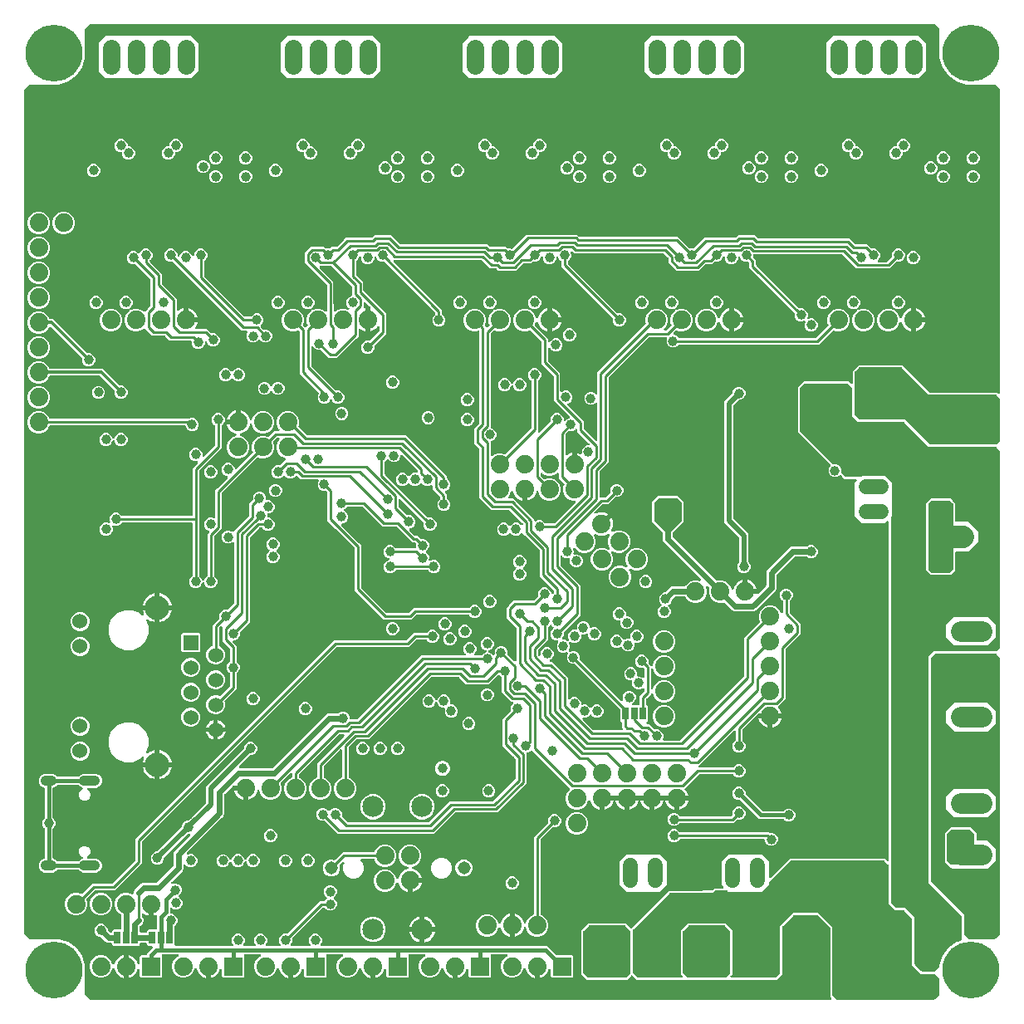
<source format=gbr>
G04 EAGLE Gerber RS-274X export*
G75*
%MOMM*%
%FSLAX34Y34*%
%LPD*%
%INGBL*%
%IPPOS*%
%AMOC8*
5,1,8,0,0,1.08239X$1,22.5*%
G01*
%ADD10C,2.159000*%
%ADD11C,1.308000*%
%ADD12R,1.879600X1.879600*%
%ADD13C,1.879600*%
%ADD14C,1.778000*%
%ADD15C,1.524000*%
%ADD16C,2.133600*%
%ADD17C,1.422400*%
%ADD18R,1.524000X1.524000*%
%ADD19C,1.524000*%
%ADD20C,2.476500*%
%ADD21R,0.635000X1.270000*%
%ADD22C,2.250000*%
%ADD23C,1.000000*%
%ADD24C,5.800000*%
%ADD25C,1.108000*%
%ADD26C,1.000000*%
%ADD27C,1.006400*%
%ADD28C,0.609600*%
%ADD29C,0.254000*%
%ADD30C,0.304800*%
%ADD31C,0.508000*%
%ADD32C,0.406400*%

G36*
X324634Y-494774D02*
X324634Y-494774D01*
X324773Y-494761D01*
X324792Y-494754D01*
X324812Y-494751D01*
X324941Y-494700D01*
X325072Y-494653D01*
X325089Y-494642D01*
X325107Y-494634D01*
X325220Y-494553D01*
X325335Y-494475D01*
X325348Y-494459D01*
X325365Y-494448D01*
X325454Y-494340D01*
X325546Y-494236D01*
X325555Y-494218D01*
X325568Y-494203D01*
X325627Y-494077D01*
X325690Y-493953D01*
X325695Y-493933D01*
X325703Y-493915D01*
X325729Y-493778D01*
X325760Y-493643D01*
X325759Y-493622D01*
X325763Y-493603D01*
X325754Y-493464D01*
X325750Y-493325D01*
X325744Y-493305D01*
X325743Y-493285D01*
X325700Y-493153D01*
X325662Y-493019D01*
X325651Y-493002D01*
X325645Y-492983D01*
X325571Y-492865D01*
X325500Y-492745D01*
X325482Y-492724D01*
X325475Y-492714D01*
X325460Y-492700D01*
X325394Y-492625D01*
X324357Y-491588D01*
X324357Y-422264D01*
X324345Y-422166D01*
X324342Y-422067D01*
X324325Y-422008D01*
X324317Y-421948D01*
X324281Y-421856D01*
X324253Y-421761D01*
X324223Y-421709D01*
X324200Y-421653D01*
X324142Y-421573D01*
X324092Y-421487D01*
X324026Y-421412D01*
X324014Y-421395D01*
X324004Y-421387D01*
X323986Y-421366D01*
X323730Y-421110D01*
X323715Y-421085D01*
X323692Y-421029D01*
X323634Y-420949D01*
X323584Y-420863D01*
X323518Y-420788D01*
X323506Y-420771D01*
X323496Y-420764D01*
X323478Y-420743D01*
X312048Y-409313D01*
X311969Y-409252D01*
X311897Y-409184D01*
X311844Y-409155D01*
X311796Y-409118D01*
X311705Y-409078D01*
X311688Y-409069D01*
X311424Y-408804D01*
X311346Y-408744D01*
X311273Y-408676D01*
X311220Y-408647D01*
X311172Y-408610D01*
X311081Y-408570D01*
X310995Y-408522D01*
X310936Y-408507D01*
X310881Y-408483D01*
X310783Y-408468D01*
X310687Y-408443D01*
X310587Y-408437D01*
X310566Y-408433D01*
X310554Y-408435D01*
X310526Y-408433D01*
X287644Y-408433D01*
X287546Y-408445D01*
X287447Y-408448D01*
X287388Y-408465D01*
X287328Y-408473D01*
X287236Y-408509D01*
X287141Y-408537D01*
X287089Y-408567D01*
X287033Y-408590D01*
X286953Y-408648D01*
X286867Y-408698D01*
X286792Y-408764D01*
X286775Y-408776D01*
X286767Y-408786D01*
X286746Y-408804D01*
X286490Y-409061D01*
X286465Y-409075D01*
X286409Y-409098D01*
X286329Y-409156D01*
X286243Y-409206D01*
X286168Y-409272D01*
X286151Y-409284D01*
X286144Y-409294D01*
X286123Y-409313D01*
X275963Y-419473D01*
X275902Y-419551D01*
X275834Y-419623D01*
X275805Y-419676D01*
X275768Y-419724D01*
X275728Y-419815D01*
X275719Y-419832D01*
X275454Y-420096D01*
X275394Y-420175D01*
X275326Y-420247D01*
X275297Y-420300D01*
X275260Y-420348D01*
X275220Y-420439D01*
X275172Y-420525D01*
X275157Y-420584D01*
X275133Y-420639D01*
X275118Y-420737D01*
X275093Y-420833D01*
X275087Y-420933D01*
X275083Y-420954D01*
X275085Y-420966D01*
X275083Y-420994D01*
X275083Y-468728D01*
X269338Y-474473D01*
X126902Y-474473D01*
X122817Y-470388D01*
X122723Y-470315D01*
X122634Y-470237D01*
X122598Y-470218D01*
X122566Y-470193D01*
X122457Y-470146D01*
X122351Y-470092D01*
X122312Y-470083D01*
X122274Y-470067D01*
X122157Y-470048D01*
X122041Y-470022D01*
X122000Y-470023D01*
X121960Y-470017D01*
X121842Y-470028D01*
X121723Y-470032D01*
X121684Y-470043D01*
X121644Y-470047D01*
X121532Y-470087D01*
X121417Y-470120D01*
X121382Y-470141D01*
X121344Y-470155D01*
X121246Y-470222D01*
X121143Y-470282D01*
X121098Y-470322D01*
X121081Y-470333D01*
X121068Y-470348D01*
X121022Y-470388D01*
X119244Y-472166D01*
X116938Y-474473D01*
X76102Y-474473D01*
X73796Y-472167D01*
X73796Y-472166D01*
X72664Y-471034D01*
X70357Y-468728D01*
X70357Y-424082D01*
X77372Y-417067D01*
X115668Y-417067D01*
X120376Y-421776D01*
X120386Y-421785D01*
X120481Y-421859D01*
X120571Y-421938D01*
X120606Y-421956D01*
X120637Y-421981D01*
X120747Y-422029D01*
X120854Y-422083D01*
X120893Y-422092D01*
X120929Y-422108D01*
X121047Y-422126D01*
X121164Y-422153D01*
X121204Y-422152D01*
X121243Y-422158D01*
X121362Y-422147D01*
X121482Y-422143D01*
X121520Y-422132D01*
X121560Y-422128D01*
X121673Y-422088D01*
X121788Y-422055D01*
X121822Y-422035D01*
X121859Y-422021D01*
X121958Y-421954D01*
X122062Y-421893D01*
X122106Y-421854D01*
X122122Y-421843D01*
X122136Y-421828D01*
X122182Y-421787D01*
X159922Y-384047D01*
X192879Y-384047D01*
X192959Y-384037D01*
X193038Y-384037D01*
X193116Y-384017D01*
X193195Y-384007D01*
X193269Y-383978D01*
X193346Y-383958D01*
X193416Y-383920D01*
X193491Y-383890D01*
X193555Y-383844D01*
X193625Y-383805D01*
X193683Y-383751D01*
X193748Y-383704D01*
X193799Y-383642D01*
X193857Y-383588D01*
X193888Y-383539D01*
X203200Y-383539D01*
X203298Y-383527D01*
X203397Y-383524D01*
X203455Y-383507D01*
X203516Y-383499D01*
X203608Y-383463D01*
X203703Y-383435D01*
X203755Y-383405D01*
X203811Y-383382D01*
X203891Y-383324D01*
X203977Y-383274D01*
X204052Y-383208D01*
X204069Y-383196D01*
X204076Y-383186D01*
X204098Y-383168D01*
X207307Y-379958D01*
X207306Y-379962D01*
X207276Y-380079D01*
X207276Y-380119D01*
X207269Y-380158D01*
X207276Y-380277D01*
X207276Y-380397D01*
X207286Y-380435D01*
X207289Y-380475D01*
X207326Y-380589D01*
X207355Y-380705D01*
X207374Y-380740D01*
X207387Y-380777D01*
X207451Y-380879D01*
X207508Y-380984D01*
X207536Y-381013D01*
X207557Y-381046D01*
X207644Y-381128D01*
X207726Y-381215D01*
X207760Y-381237D01*
X207788Y-381264D01*
X207893Y-381322D01*
X207994Y-381386D01*
X208032Y-381398D01*
X208067Y-381418D01*
X208183Y-381447D01*
X208297Y-381485D01*
X208336Y-381487D01*
X208375Y-381497D01*
X208536Y-381507D01*
X214086Y-381507D01*
X214223Y-381490D01*
X214362Y-381477D01*
X214381Y-381470D01*
X214401Y-381467D01*
X214530Y-381416D01*
X214662Y-381369D01*
X214678Y-381358D01*
X214697Y-381350D01*
X214810Y-381269D01*
X214925Y-381191D01*
X214938Y-381175D01*
X214955Y-381164D01*
X215043Y-381056D01*
X215135Y-380952D01*
X215144Y-380934D01*
X215157Y-380919D01*
X215217Y-380793D01*
X215280Y-380669D01*
X215284Y-380649D01*
X215293Y-380631D01*
X215319Y-380494D01*
X215349Y-380359D01*
X215349Y-380338D01*
X215353Y-380319D01*
X215344Y-380180D01*
X215340Y-380041D01*
X215334Y-380021D01*
X215333Y-380001D01*
X215290Y-379869D01*
X215251Y-379735D01*
X215241Y-379718D01*
X215235Y-379699D01*
X215160Y-379581D01*
X215090Y-379461D01*
X215071Y-379440D01*
X215065Y-379430D01*
X215050Y-379416D01*
X214983Y-379341D01*
X213359Y-377716D01*
X213359Y-353804D01*
X220454Y-346709D01*
X254526Y-346709D01*
X261621Y-353804D01*
X261621Y-369454D01*
X261638Y-369592D01*
X261651Y-369731D01*
X261658Y-369750D01*
X261661Y-369770D01*
X261712Y-369899D01*
X261759Y-370030D01*
X261770Y-370047D01*
X261778Y-370065D01*
X261859Y-370178D01*
X261937Y-370293D01*
X261953Y-370306D01*
X261964Y-370323D01*
X262072Y-370411D01*
X262176Y-370504D01*
X262194Y-370513D01*
X262209Y-370526D01*
X262335Y-370585D01*
X262459Y-370648D01*
X262479Y-370653D01*
X262497Y-370661D01*
X262633Y-370687D01*
X262769Y-370718D01*
X262790Y-370717D01*
X262809Y-370721D01*
X262948Y-370712D01*
X263087Y-370708D01*
X263107Y-370702D01*
X263127Y-370701D01*
X263259Y-370658D01*
X263393Y-370620D01*
X263410Y-370609D01*
X263429Y-370603D01*
X263547Y-370529D01*
X263667Y-370458D01*
X263688Y-370440D01*
X263698Y-370433D01*
X263712Y-370418D01*
X263787Y-370352D01*
X280806Y-353334D01*
X283112Y-351027D01*
X379828Y-351027D01*
X381881Y-353080D01*
X381990Y-353165D01*
X382097Y-353254D01*
X382116Y-353262D01*
X382132Y-353275D01*
X382260Y-353330D01*
X382385Y-353389D01*
X382405Y-353393D01*
X382424Y-353401D01*
X382562Y-353423D01*
X382698Y-353449D01*
X382718Y-353448D01*
X382738Y-353451D01*
X382877Y-353438D01*
X383015Y-353429D01*
X383034Y-353423D01*
X383054Y-353421D01*
X383186Y-353374D01*
X383317Y-353331D01*
X383335Y-353320D01*
X383354Y-353313D01*
X383469Y-353235D01*
X383586Y-353161D01*
X383600Y-353146D01*
X383617Y-353135D01*
X383709Y-353031D01*
X383804Y-352929D01*
X383814Y-352912D01*
X383827Y-352896D01*
X383891Y-352772D01*
X383958Y-352651D01*
X383963Y-352631D01*
X383972Y-352613D01*
X384002Y-352477D01*
X384037Y-352343D01*
X384039Y-352315D01*
X384042Y-352303D01*
X384041Y-352282D01*
X384047Y-352182D01*
X384047Y-8164D01*
X384030Y-8026D01*
X384017Y-7888D01*
X384010Y-7869D01*
X384007Y-7849D01*
X383956Y-7719D01*
X383909Y-7588D01*
X383898Y-7572D01*
X383890Y-7553D01*
X383809Y-7440D01*
X383731Y-7325D01*
X383715Y-7312D01*
X383704Y-7295D01*
X383596Y-7206D01*
X383492Y-7115D01*
X383474Y-7106D01*
X383459Y-7093D01*
X383333Y-7033D01*
X383209Y-6970D01*
X383189Y-6966D01*
X383171Y-6957D01*
X383035Y-6931D01*
X382899Y-6901D01*
X382878Y-6901D01*
X382859Y-6897D01*
X382720Y-6906D01*
X382581Y-6910D01*
X382561Y-6916D01*
X382541Y-6917D01*
X382409Y-6960D01*
X382275Y-6999D01*
X382258Y-7009D01*
X382239Y-7015D01*
X382121Y-7089D01*
X382001Y-7160D01*
X381980Y-7179D01*
X381970Y-7185D01*
X381956Y-7200D01*
X381880Y-7267D01*
X381372Y-7775D01*
X380256Y-8891D01*
X356344Y-8891D01*
X355228Y-7775D01*
X350365Y-2912D01*
X349249Y-1796D01*
X349249Y32276D01*
X350873Y33901D01*
X350959Y34010D01*
X351047Y34117D01*
X351056Y34136D01*
X351068Y34152D01*
X351124Y34280D01*
X351183Y34405D01*
X351187Y34425D01*
X351195Y34444D01*
X351217Y34582D01*
X351243Y34718D01*
X351241Y34738D01*
X351245Y34758D01*
X351231Y34897D01*
X351223Y35035D01*
X351217Y35054D01*
X351215Y35074D01*
X351168Y35206D01*
X351125Y35337D01*
X351114Y35355D01*
X351107Y35374D01*
X351029Y35489D01*
X350955Y35606D01*
X350940Y35620D01*
X350929Y35637D01*
X350824Y35729D01*
X350723Y35824D01*
X350705Y35834D01*
X350690Y35847D01*
X350566Y35911D01*
X350445Y35978D01*
X350425Y35983D01*
X350407Y35992D01*
X350271Y36022D01*
X350137Y36057D01*
X350109Y36059D01*
X350097Y36062D01*
X350076Y36061D01*
X349976Y36067D01*
X338992Y36067D01*
X336686Y38374D01*
X335303Y39756D01*
X335209Y39829D01*
X335120Y39908D01*
X335084Y39926D01*
X335052Y39951D01*
X334943Y39998D01*
X334837Y40052D01*
X334797Y40061D01*
X334760Y40077D01*
X334642Y40096D01*
X334527Y40122D01*
X334486Y40121D01*
X334446Y40127D01*
X334328Y40116D01*
X334209Y40112D01*
X334170Y40101D01*
X334130Y40097D01*
X334018Y40057D01*
X333903Y40024D01*
X333868Y40003D01*
X333830Y39990D01*
X333732Y39923D01*
X333629Y39862D01*
X333584Y39822D01*
X333567Y39811D01*
X333554Y39796D01*
X333508Y39756D01*
X332644Y38891D01*
X330234Y37893D01*
X327626Y37893D01*
X325216Y38891D01*
X323371Y40736D01*
X322373Y43146D01*
X322373Y45754D01*
X323371Y48164D01*
X324236Y49028D01*
X324309Y49122D01*
X324388Y49212D01*
X324406Y49248D01*
X324431Y49280D01*
X324478Y49389D01*
X324532Y49495D01*
X324541Y49534D01*
X324557Y49572D01*
X324576Y49689D01*
X324602Y49805D01*
X324601Y49846D01*
X324607Y49886D01*
X324596Y50004D01*
X324592Y50123D01*
X324581Y50162D01*
X324577Y50202D01*
X324537Y50314D01*
X324504Y50429D01*
X324483Y50463D01*
X324470Y50502D01*
X324403Y50600D01*
X324342Y50703D01*
X324302Y50748D01*
X324291Y50765D01*
X324276Y50778D01*
X324236Y50823D01*
X291337Y83722D01*
X291337Y129638D01*
X297082Y135383D01*
X342998Y135383D01*
X345051Y133330D01*
X345160Y133245D01*
X345267Y133156D01*
X345286Y133148D01*
X345302Y133135D01*
X345430Y133080D01*
X345555Y133021D01*
X345575Y133017D01*
X345594Y133009D01*
X345732Y132987D01*
X345868Y132961D01*
X345888Y132962D01*
X345908Y132959D01*
X346047Y132972D01*
X346185Y132981D01*
X346204Y132987D01*
X346224Y132989D01*
X346356Y133036D01*
X346487Y133079D01*
X346505Y133090D01*
X346524Y133097D01*
X346639Y133175D01*
X346756Y133249D01*
X346770Y133264D01*
X346787Y133275D01*
X346879Y133379D01*
X346974Y133481D01*
X346984Y133498D01*
X346997Y133514D01*
X347061Y133638D01*
X347128Y133759D01*
X347133Y133779D01*
X347142Y133797D01*
X347172Y133933D01*
X347207Y134067D01*
X347209Y134095D01*
X347212Y134107D01*
X347211Y134128D01*
X347217Y134228D01*
X347217Y146148D01*
X352962Y151893D01*
X397608Y151893D01*
X425176Y124324D01*
X425255Y124264D01*
X425327Y124196D01*
X425380Y124167D01*
X425428Y124130D01*
X425519Y124090D01*
X425605Y124042D01*
X425664Y124027D01*
X425719Y124003D01*
X425817Y123988D01*
X425913Y123963D01*
X426013Y123957D01*
X426034Y123953D01*
X426046Y123955D01*
X426074Y123953D01*
X494128Y123953D01*
X495165Y122916D01*
X495274Y122831D01*
X495381Y122742D01*
X495400Y122734D01*
X495416Y122721D01*
X495543Y122666D01*
X495669Y122607D01*
X495689Y122603D01*
X495708Y122595D01*
X495846Y122573D01*
X495982Y122547D01*
X496002Y122548D01*
X496022Y122545D01*
X496161Y122558D01*
X496299Y122567D01*
X496318Y122573D01*
X496338Y122575D01*
X496470Y122622D01*
X496601Y122665D01*
X496619Y122676D01*
X496638Y122683D01*
X496753Y122761D01*
X496870Y122835D01*
X496884Y122850D01*
X496901Y122861D01*
X496993Y122965D01*
X497088Y123067D01*
X497098Y123084D01*
X497111Y123100D01*
X497175Y123224D01*
X497242Y123345D01*
X497247Y123365D01*
X497256Y123383D01*
X497286Y123519D01*
X497321Y123653D01*
X497323Y123681D01*
X497326Y123693D01*
X497325Y123714D01*
X497331Y123814D01*
X497331Y432526D01*
X497319Y432624D01*
X497316Y432723D01*
X497299Y432781D01*
X497291Y432841D01*
X497255Y432934D01*
X497227Y433029D01*
X497197Y433081D01*
X497174Y433137D01*
X497116Y433217D01*
X497066Y433303D01*
X497000Y433378D01*
X496988Y433394D01*
X496978Y433402D01*
X496960Y433423D01*
X492605Y437778D01*
X492527Y437838D01*
X492455Y437906D01*
X492402Y437935D01*
X492354Y437972D01*
X492263Y438012D01*
X492177Y438060D01*
X492118Y438075D01*
X492062Y438099D01*
X491964Y438114D01*
X491869Y438139D01*
X491769Y438145D01*
X491748Y438149D01*
X491736Y438147D01*
X491708Y438149D01*
X462331Y438149D01*
X452766Y441257D01*
X444629Y447169D01*
X438717Y455306D01*
X435609Y464871D01*
X435609Y494248D01*
X435597Y494346D01*
X435594Y494445D01*
X435577Y494503D01*
X435569Y494563D01*
X435533Y494656D01*
X435505Y494751D01*
X435475Y494803D01*
X435452Y494859D01*
X435394Y494939D01*
X435344Y495025D01*
X435278Y495100D01*
X435266Y495116D01*
X435256Y495124D01*
X435238Y495145D01*
X430883Y499500D01*
X430805Y499560D01*
X430733Y499628D01*
X430680Y499657D01*
X430632Y499694D01*
X430541Y499734D01*
X430455Y499782D01*
X430396Y499797D01*
X430340Y499821D01*
X430242Y499836D01*
X430147Y499861D01*
X430047Y499867D01*
X430026Y499871D01*
X430014Y499869D01*
X429986Y499871D01*
X-429986Y499871D01*
X-430084Y499859D01*
X-430183Y499856D01*
X-430241Y499839D01*
X-430301Y499831D01*
X-430394Y499795D01*
X-430489Y499767D01*
X-430541Y499737D01*
X-430597Y499714D01*
X-430677Y499656D01*
X-430763Y499606D01*
X-430838Y499540D01*
X-430854Y499528D01*
X-430862Y499518D01*
X-430883Y499500D01*
X-435238Y495145D01*
X-435298Y495067D01*
X-435366Y494995D01*
X-435395Y494942D01*
X-435432Y494894D01*
X-435472Y494803D01*
X-435520Y494717D01*
X-435535Y494658D01*
X-435559Y494602D01*
X-435574Y494504D01*
X-435599Y494409D01*
X-435605Y494309D01*
X-435609Y494288D01*
X-435607Y494276D01*
X-435609Y494248D01*
X-435609Y464871D01*
X-438717Y455306D01*
X-444629Y447169D01*
X-452766Y441257D01*
X-462331Y438149D01*
X-491708Y438149D01*
X-491806Y438137D01*
X-491905Y438134D01*
X-491963Y438117D01*
X-492023Y438109D01*
X-492116Y438073D01*
X-492211Y438045D01*
X-492263Y438015D01*
X-492319Y437992D01*
X-492399Y437934D01*
X-492485Y437884D01*
X-492560Y437818D01*
X-492576Y437806D01*
X-492584Y437796D01*
X-492605Y437778D01*
X-496960Y433423D01*
X-497020Y433345D01*
X-497088Y433273D01*
X-497117Y433220D01*
X-497154Y433172D01*
X-497194Y433081D01*
X-497242Y432995D01*
X-497257Y432936D01*
X-497281Y432880D01*
X-497296Y432782D01*
X-497321Y432687D01*
X-497327Y432587D01*
X-497331Y432566D01*
X-497329Y432554D01*
X-497331Y432526D01*
X-497331Y-427446D01*
X-497319Y-427544D01*
X-497316Y-427643D01*
X-497299Y-427701D01*
X-497291Y-427761D01*
X-497255Y-427854D01*
X-497227Y-427949D01*
X-497197Y-428001D01*
X-497174Y-428057D01*
X-497116Y-428137D01*
X-497066Y-428223D01*
X-497000Y-428298D01*
X-496988Y-428314D01*
X-496978Y-428322D01*
X-496960Y-428343D01*
X-492605Y-432698D01*
X-492527Y-432758D01*
X-492455Y-432826D01*
X-492402Y-432855D01*
X-492354Y-432892D01*
X-492263Y-432932D01*
X-492177Y-432980D01*
X-492118Y-432995D01*
X-492062Y-433019D01*
X-491964Y-433034D01*
X-491869Y-433059D01*
X-491769Y-433065D01*
X-491748Y-433069D01*
X-491736Y-433067D01*
X-491708Y-433069D01*
X-462331Y-433069D01*
X-452766Y-436177D01*
X-444629Y-442089D01*
X-438717Y-450226D01*
X-435609Y-459791D01*
X-435609Y-489168D01*
X-435597Y-489266D01*
X-435594Y-489365D01*
X-435577Y-489423D01*
X-435569Y-489483D01*
X-435533Y-489576D01*
X-435505Y-489671D01*
X-435475Y-489723D01*
X-435452Y-489779D01*
X-435394Y-489859D01*
X-435344Y-489945D01*
X-435278Y-490020D01*
X-435266Y-490036D01*
X-435256Y-490044D01*
X-435238Y-490065D01*
X-430883Y-494420D01*
X-430805Y-494480D01*
X-430733Y-494548D01*
X-430680Y-494577D01*
X-430632Y-494614D01*
X-430541Y-494654D01*
X-430455Y-494702D01*
X-430396Y-494717D01*
X-430340Y-494741D01*
X-430242Y-494756D01*
X-430147Y-494781D01*
X-430047Y-494787D01*
X-430026Y-494791D01*
X-430014Y-494789D01*
X-429986Y-494791D01*
X324496Y-494791D01*
X324634Y-494774D01*
G37*
%LPC*%
G36*
X27939Y-462280D02*
X27939Y-462280D01*
X27924Y-462162D01*
X27917Y-462043D01*
X27904Y-462005D01*
X27899Y-461965D01*
X27856Y-461854D01*
X27819Y-461741D01*
X27797Y-461707D01*
X27782Y-461669D01*
X27712Y-461573D01*
X27649Y-461472D01*
X27619Y-461444D01*
X27595Y-461412D01*
X27504Y-461336D01*
X27417Y-461254D01*
X27382Y-461235D01*
X27351Y-461209D01*
X27243Y-461158D01*
X27139Y-461101D01*
X27099Y-461090D01*
X27063Y-461073D01*
X26946Y-461051D01*
X26831Y-461021D01*
X26770Y-461017D01*
X26750Y-461013D01*
X26730Y-461015D01*
X26670Y-461011D01*
X24130Y-461011D01*
X24012Y-461026D01*
X23893Y-461033D01*
X23855Y-461046D01*
X23814Y-461051D01*
X23704Y-461095D01*
X23591Y-461131D01*
X23556Y-461153D01*
X23519Y-461168D01*
X23423Y-461238D01*
X23322Y-461301D01*
X23294Y-461331D01*
X23261Y-461355D01*
X23186Y-461446D01*
X23104Y-461533D01*
X23084Y-461568D01*
X23059Y-461600D01*
X23008Y-461707D01*
X22950Y-461812D01*
X22940Y-461851D01*
X22923Y-461887D01*
X22901Y-462004D01*
X22871Y-462119D01*
X22867Y-462180D01*
X22863Y-462200D01*
X22865Y-462220D01*
X22861Y-462280D01*
X22861Y-472695D01*
X22604Y-472655D01*
X20817Y-472074D01*
X19143Y-471221D01*
X17622Y-470116D01*
X16294Y-468788D01*
X15189Y-467267D01*
X14336Y-465593D01*
X13746Y-463776D01*
X13721Y-463690D01*
X13690Y-463564D01*
X13676Y-463537D01*
X13668Y-463508D01*
X13602Y-463397D01*
X13542Y-463283D01*
X13521Y-463260D01*
X13506Y-463234D01*
X13415Y-463143D01*
X13328Y-463047D01*
X13303Y-463031D01*
X13281Y-463010D01*
X13170Y-462944D01*
X13062Y-462873D01*
X13033Y-462863D01*
X13008Y-462847D01*
X12884Y-462811D01*
X12761Y-462769D01*
X12731Y-462767D01*
X12702Y-462759D01*
X12573Y-462754D01*
X12444Y-462744D01*
X12414Y-462749D01*
X12384Y-462748D01*
X12258Y-462776D01*
X12131Y-462799D01*
X12103Y-462811D01*
X12074Y-462817D01*
X11959Y-462876D01*
X11841Y-462929D01*
X11817Y-462948D01*
X11790Y-462962D01*
X11694Y-463047D01*
X11592Y-463128D01*
X11574Y-463152D01*
X11552Y-463172D01*
X11479Y-463278D01*
X11401Y-463382D01*
X11382Y-463420D01*
X11373Y-463434D01*
X11365Y-463455D01*
X11330Y-463526D01*
X9691Y-467485D01*
X6475Y-470701D01*
X2274Y-472441D01*
X-2274Y-472441D01*
X-6475Y-470701D01*
X-9691Y-467485D01*
X-11431Y-463284D01*
X-11431Y-458736D01*
X-9691Y-454535D01*
X-6475Y-451320D01*
X-5720Y-451007D01*
X-5659Y-450972D01*
X-5594Y-450946D01*
X-5521Y-450894D01*
X-5443Y-450849D01*
X-5393Y-450801D01*
X-5337Y-450760D01*
X-5279Y-450690D01*
X-5215Y-450628D01*
X-5178Y-450568D01*
X-5134Y-450515D01*
X-5096Y-450433D01*
X-5049Y-450357D01*
X-5028Y-450290D01*
X-4998Y-450227D01*
X-4982Y-450139D01*
X-4955Y-450053D01*
X-4952Y-449983D01*
X-4939Y-449914D01*
X-4944Y-449825D01*
X-4940Y-449735D01*
X-4954Y-449667D01*
X-4958Y-449597D01*
X-4986Y-449512D01*
X-5004Y-449424D01*
X-5035Y-449361D01*
X-5056Y-449295D01*
X-5104Y-449219D01*
X-5144Y-449138D01*
X-5189Y-449085D01*
X-5227Y-449026D01*
X-5292Y-448964D01*
X-5350Y-448896D01*
X-5407Y-448856D01*
X-5458Y-448808D01*
X-5537Y-448764D01*
X-5610Y-448713D01*
X-5675Y-448688D01*
X-5737Y-448654D01*
X-5824Y-448632D01*
X-5908Y-448600D01*
X-5977Y-448592D01*
X-6045Y-448575D01*
X-6205Y-448565D01*
X-20730Y-448565D01*
X-20868Y-448582D01*
X-21007Y-448595D01*
X-21026Y-448602D01*
X-21046Y-448605D01*
X-21175Y-448656D01*
X-21306Y-448703D01*
X-21323Y-448714D01*
X-21342Y-448722D01*
X-21454Y-448803D01*
X-21569Y-448881D01*
X-21583Y-448897D01*
X-21599Y-448908D01*
X-21687Y-449015D01*
X-21780Y-449120D01*
X-21789Y-449138D01*
X-21802Y-449153D01*
X-21861Y-449279D01*
X-21924Y-449403D01*
X-21929Y-449423D01*
X-21937Y-449441D01*
X-21963Y-449577D01*
X-21994Y-449713D01*
X-21993Y-449734D01*
X-21997Y-449753D01*
X-21988Y-449892D01*
X-21984Y-450031D01*
X-21979Y-450051D01*
X-21977Y-450071D01*
X-21934Y-450203D01*
X-21896Y-450337D01*
X-21885Y-450354D01*
X-21879Y-450373D01*
X-21805Y-450491D01*
X-21734Y-450611D01*
X-21716Y-450632D01*
X-21709Y-450642D01*
X-21694Y-450656D01*
X-21628Y-450732D01*
X-21589Y-450770D01*
X-21589Y-471250D01*
X-22780Y-472441D01*
X-43260Y-472441D01*
X-44451Y-471250D01*
X-44451Y-464665D01*
X-44466Y-464547D01*
X-44473Y-464428D01*
X-44486Y-464390D01*
X-44491Y-464350D01*
X-44534Y-464239D01*
X-44571Y-464125D01*
X-44593Y-464091D01*
X-44608Y-464054D01*
X-44678Y-463958D01*
X-44742Y-463857D01*
X-44771Y-463829D01*
X-44794Y-463797D01*
X-44886Y-463721D01*
X-44973Y-463639D01*
X-45009Y-463619D01*
X-45039Y-463594D01*
X-45147Y-463543D01*
X-45252Y-463485D01*
X-45291Y-463475D01*
X-45327Y-463458D01*
X-45444Y-463436D01*
X-45560Y-463406D01*
X-45600Y-463406D01*
X-45639Y-463399D01*
X-45759Y-463406D01*
X-45878Y-463406D01*
X-45917Y-463416D01*
X-45957Y-463418D01*
X-46070Y-463455D01*
X-46186Y-463485D01*
X-46221Y-463504D01*
X-46259Y-463516D01*
X-46360Y-463580D01*
X-46465Y-463638D01*
X-46494Y-463665D01*
X-46528Y-463687D01*
X-46610Y-463774D01*
X-46697Y-463855D01*
X-46719Y-463889D01*
X-46746Y-463918D01*
X-46804Y-464023D01*
X-46868Y-464123D01*
X-46890Y-464179D01*
X-46900Y-464197D01*
X-46905Y-464216D01*
X-46927Y-464273D01*
X-47356Y-465593D01*
X-48209Y-467267D01*
X-49314Y-468788D01*
X-50642Y-470116D01*
X-52163Y-471221D01*
X-53837Y-472074D01*
X-55624Y-472655D01*
X-55881Y-472695D01*
X-55881Y-462280D01*
X-55896Y-462162D01*
X-55903Y-462043D01*
X-55916Y-462005D01*
X-55921Y-461965D01*
X-55964Y-461854D01*
X-56001Y-461741D01*
X-56023Y-461707D01*
X-56038Y-461669D01*
X-56108Y-461573D01*
X-56171Y-461472D01*
X-56201Y-461444D01*
X-56224Y-461412D01*
X-56316Y-461336D01*
X-56403Y-461254D01*
X-56438Y-461235D01*
X-56469Y-461209D01*
X-56577Y-461158D01*
X-56681Y-461101D01*
X-56721Y-461090D01*
X-56757Y-461073D01*
X-56874Y-461051D01*
X-56989Y-461021D01*
X-57050Y-461017D01*
X-57070Y-461013D01*
X-57090Y-461015D01*
X-57150Y-461011D01*
X-59690Y-461011D01*
X-59808Y-461026D01*
X-59927Y-461033D01*
X-59965Y-461046D01*
X-60005Y-461051D01*
X-60116Y-461095D01*
X-60229Y-461131D01*
X-60264Y-461153D01*
X-60301Y-461168D01*
X-60397Y-461238D01*
X-60498Y-461301D01*
X-60526Y-461331D01*
X-60559Y-461355D01*
X-60634Y-461446D01*
X-60716Y-461533D01*
X-60736Y-461568D01*
X-60761Y-461600D01*
X-60812Y-461707D01*
X-60870Y-461812D01*
X-60880Y-461851D01*
X-60897Y-461887D01*
X-60919Y-462004D01*
X-60949Y-462119D01*
X-60953Y-462180D01*
X-60957Y-462200D01*
X-60955Y-462220D01*
X-60959Y-462280D01*
X-60959Y-472695D01*
X-61216Y-472655D01*
X-63003Y-472074D01*
X-64677Y-471221D01*
X-66198Y-470116D01*
X-67526Y-468788D01*
X-68631Y-467267D01*
X-69484Y-465593D01*
X-70074Y-463776D01*
X-70099Y-463690D01*
X-70130Y-463564D01*
X-70144Y-463537D01*
X-70152Y-463508D01*
X-70218Y-463397D01*
X-70278Y-463283D01*
X-70299Y-463260D01*
X-70314Y-463234D01*
X-70405Y-463143D01*
X-70492Y-463047D01*
X-70517Y-463031D01*
X-70539Y-463010D01*
X-70650Y-462944D01*
X-70758Y-462873D01*
X-70787Y-462863D01*
X-70812Y-462847D01*
X-70936Y-462811D01*
X-71059Y-462769D01*
X-71089Y-462767D01*
X-71118Y-462759D01*
X-71247Y-462754D01*
X-71376Y-462744D01*
X-71406Y-462749D01*
X-71436Y-462748D01*
X-71562Y-462776D01*
X-71689Y-462799D01*
X-71717Y-462811D01*
X-71746Y-462817D01*
X-71861Y-462876D01*
X-71979Y-462929D01*
X-72003Y-462948D01*
X-72030Y-462962D01*
X-72126Y-463047D01*
X-72228Y-463128D01*
X-72246Y-463152D01*
X-72268Y-463172D01*
X-72341Y-463278D01*
X-72419Y-463382D01*
X-72438Y-463420D01*
X-72447Y-463434D01*
X-72455Y-463455D01*
X-72490Y-463526D01*
X-74129Y-467485D01*
X-77345Y-470701D01*
X-81546Y-472441D01*
X-86094Y-472441D01*
X-90295Y-470701D01*
X-93511Y-467485D01*
X-95251Y-463284D01*
X-95251Y-458736D01*
X-93511Y-454535D01*
X-90295Y-451320D01*
X-89540Y-451007D01*
X-89479Y-450972D01*
X-89414Y-450946D01*
X-89341Y-450894D01*
X-89263Y-450849D01*
X-89213Y-450801D01*
X-89157Y-450760D01*
X-89099Y-450690D01*
X-89035Y-450628D01*
X-88998Y-450568D01*
X-88954Y-450515D01*
X-88916Y-450433D01*
X-88869Y-450357D01*
X-88848Y-450290D01*
X-88818Y-450227D01*
X-88802Y-450139D01*
X-88775Y-450053D01*
X-88772Y-449983D01*
X-88759Y-449914D01*
X-88764Y-449825D01*
X-88760Y-449735D01*
X-88774Y-449667D01*
X-88778Y-449597D01*
X-88806Y-449512D01*
X-88824Y-449424D01*
X-88855Y-449361D01*
X-88876Y-449295D01*
X-88924Y-449219D01*
X-88964Y-449138D01*
X-89009Y-449085D01*
X-89047Y-449026D01*
X-89112Y-448964D01*
X-89170Y-448896D01*
X-89227Y-448856D01*
X-89278Y-448808D01*
X-89357Y-448764D01*
X-89430Y-448713D01*
X-89495Y-448688D01*
X-89557Y-448654D01*
X-89644Y-448632D01*
X-89728Y-448600D01*
X-89797Y-448592D01*
X-89865Y-448575D01*
X-90025Y-448565D01*
X-104550Y-448565D01*
X-104688Y-448582D01*
X-104827Y-448595D01*
X-104846Y-448602D01*
X-104866Y-448605D01*
X-104995Y-448656D01*
X-105126Y-448703D01*
X-105143Y-448714D01*
X-105162Y-448722D01*
X-105274Y-448803D01*
X-105389Y-448881D01*
X-105403Y-448897D01*
X-105419Y-448908D01*
X-105507Y-449015D01*
X-105600Y-449120D01*
X-105609Y-449138D01*
X-105622Y-449153D01*
X-105681Y-449279D01*
X-105744Y-449403D01*
X-105749Y-449423D01*
X-105757Y-449441D01*
X-105783Y-449577D01*
X-105814Y-449713D01*
X-105813Y-449734D01*
X-105817Y-449753D01*
X-105808Y-449892D01*
X-105804Y-450031D01*
X-105799Y-450051D01*
X-105797Y-450071D01*
X-105754Y-450203D01*
X-105716Y-450337D01*
X-105705Y-450354D01*
X-105699Y-450373D01*
X-105625Y-450491D01*
X-105554Y-450611D01*
X-105536Y-450632D01*
X-105529Y-450642D01*
X-105514Y-450656D01*
X-105448Y-450732D01*
X-105409Y-450770D01*
X-105409Y-471250D01*
X-106600Y-472441D01*
X-127080Y-472441D01*
X-128271Y-471250D01*
X-128271Y-464665D01*
X-128286Y-464547D01*
X-128293Y-464428D01*
X-128306Y-464390D01*
X-128311Y-464350D01*
X-128354Y-464239D01*
X-128391Y-464125D01*
X-128413Y-464091D01*
X-128428Y-464054D01*
X-128498Y-463958D01*
X-128562Y-463857D01*
X-128591Y-463829D01*
X-128614Y-463797D01*
X-128706Y-463721D01*
X-128793Y-463639D01*
X-128829Y-463619D01*
X-128859Y-463594D01*
X-128967Y-463543D01*
X-129072Y-463485D01*
X-129111Y-463475D01*
X-129147Y-463458D01*
X-129264Y-463436D01*
X-129380Y-463406D01*
X-129420Y-463406D01*
X-129459Y-463399D01*
X-129579Y-463406D01*
X-129698Y-463406D01*
X-129737Y-463416D01*
X-129777Y-463418D01*
X-129890Y-463455D01*
X-130006Y-463485D01*
X-130041Y-463504D01*
X-130079Y-463516D01*
X-130180Y-463580D01*
X-130285Y-463638D01*
X-130314Y-463665D01*
X-130348Y-463687D01*
X-130430Y-463774D01*
X-130517Y-463855D01*
X-130539Y-463889D01*
X-130566Y-463918D01*
X-130624Y-464023D01*
X-130688Y-464123D01*
X-130710Y-464179D01*
X-130720Y-464197D01*
X-130725Y-464216D01*
X-130747Y-464273D01*
X-131176Y-465593D01*
X-132029Y-467267D01*
X-133134Y-468788D01*
X-134462Y-470116D01*
X-135983Y-471221D01*
X-137657Y-472074D01*
X-139444Y-472655D01*
X-139701Y-472695D01*
X-139701Y-462280D01*
X-139716Y-462162D01*
X-139723Y-462043D01*
X-139736Y-462005D01*
X-139741Y-461965D01*
X-139784Y-461854D01*
X-139821Y-461741D01*
X-139843Y-461707D01*
X-139858Y-461669D01*
X-139928Y-461573D01*
X-139991Y-461472D01*
X-140021Y-461444D01*
X-140044Y-461412D01*
X-140136Y-461336D01*
X-140223Y-461254D01*
X-140258Y-461235D01*
X-140289Y-461209D01*
X-140397Y-461158D01*
X-140501Y-461101D01*
X-140541Y-461090D01*
X-140577Y-461073D01*
X-140694Y-461051D01*
X-140809Y-461021D01*
X-140870Y-461017D01*
X-140890Y-461013D01*
X-140910Y-461015D01*
X-140970Y-461011D01*
X-143510Y-461011D01*
X-143628Y-461026D01*
X-143747Y-461033D01*
X-143785Y-461046D01*
X-143825Y-461051D01*
X-143936Y-461095D01*
X-144049Y-461131D01*
X-144084Y-461153D01*
X-144121Y-461168D01*
X-144217Y-461238D01*
X-144318Y-461301D01*
X-144346Y-461331D01*
X-144379Y-461355D01*
X-144454Y-461446D01*
X-144536Y-461533D01*
X-144556Y-461568D01*
X-144581Y-461600D01*
X-144632Y-461707D01*
X-144690Y-461812D01*
X-144700Y-461851D01*
X-144717Y-461887D01*
X-144739Y-462004D01*
X-144769Y-462119D01*
X-144773Y-462180D01*
X-144777Y-462200D01*
X-144775Y-462220D01*
X-144779Y-462280D01*
X-144779Y-472695D01*
X-145036Y-472655D01*
X-146823Y-472074D01*
X-148497Y-471221D01*
X-150018Y-470116D01*
X-151346Y-468788D01*
X-152451Y-467267D01*
X-153304Y-465593D01*
X-153894Y-463776D01*
X-153920Y-463690D01*
X-153950Y-463564D01*
X-153964Y-463537D01*
X-153972Y-463508D01*
X-154038Y-463397D01*
X-154098Y-463283D01*
X-154119Y-463260D01*
X-154134Y-463234D01*
X-154225Y-463143D01*
X-154312Y-463047D01*
X-154337Y-463031D01*
X-154359Y-463009D01*
X-154470Y-462944D01*
X-154578Y-462873D01*
X-154607Y-462863D01*
X-154632Y-462847D01*
X-154756Y-462811D01*
X-154879Y-462769D01*
X-154909Y-462767D01*
X-154938Y-462759D01*
X-155067Y-462754D01*
X-155196Y-462744D01*
X-155226Y-462749D01*
X-155256Y-462748D01*
X-155382Y-462776D01*
X-155509Y-462799D01*
X-155537Y-462811D01*
X-155566Y-462818D01*
X-155681Y-462876D01*
X-155799Y-462929D01*
X-155823Y-462948D01*
X-155850Y-462962D01*
X-155947Y-463047D01*
X-156048Y-463128D01*
X-156066Y-463152D01*
X-156088Y-463172D01*
X-156161Y-463279D01*
X-156239Y-463382D01*
X-156258Y-463421D01*
X-156267Y-463435D01*
X-156275Y-463455D01*
X-156310Y-463526D01*
X-157949Y-467485D01*
X-161165Y-470701D01*
X-165366Y-472441D01*
X-169914Y-472441D01*
X-174115Y-470701D01*
X-177331Y-467485D01*
X-179071Y-463284D01*
X-179071Y-458736D01*
X-177331Y-454535D01*
X-174115Y-451319D01*
X-173360Y-451007D01*
X-173299Y-450972D01*
X-173234Y-450946D01*
X-173161Y-450894D01*
X-173083Y-450849D01*
X-173033Y-450801D01*
X-172977Y-450760D01*
X-172919Y-450690D01*
X-172855Y-450628D01*
X-172819Y-450568D01*
X-172774Y-450515D01*
X-172736Y-450433D01*
X-172689Y-450357D01*
X-172668Y-450290D01*
X-172638Y-450227D01*
X-172622Y-450139D01*
X-172595Y-450053D01*
X-172592Y-449983D01*
X-172579Y-449914D01*
X-172584Y-449825D01*
X-172580Y-449735D01*
X-172594Y-449667D01*
X-172598Y-449597D01*
X-172626Y-449512D01*
X-172644Y-449424D01*
X-172675Y-449361D01*
X-172696Y-449295D01*
X-172744Y-449219D01*
X-172784Y-449138D01*
X-172829Y-449085D01*
X-172867Y-449026D01*
X-172932Y-448964D01*
X-172990Y-448896D01*
X-173047Y-448856D01*
X-173098Y-448808D01*
X-173177Y-448765D01*
X-173250Y-448713D01*
X-173316Y-448688D01*
X-173377Y-448654D01*
X-173464Y-448632D01*
X-173548Y-448600D01*
X-173617Y-448592D01*
X-173685Y-448575D01*
X-173845Y-448565D01*
X-188370Y-448565D01*
X-188508Y-448582D01*
X-188647Y-448595D01*
X-188666Y-448602D01*
X-188686Y-448605D01*
X-188815Y-448656D01*
X-188946Y-448703D01*
X-188963Y-448714D01*
X-188982Y-448722D01*
X-189094Y-448803D01*
X-189209Y-448881D01*
X-189223Y-448897D01*
X-189239Y-448908D01*
X-189327Y-449015D01*
X-189420Y-449120D01*
X-189429Y-449138D01*
X-189442Y-449153D01*
X-189501Y-449279D01*
X-189564Y-449403D01*
X-189569Y-449423D01*
X-189577Y-449441D01*
X-189603Y-449577D01*
X-189634Y-449713D01*
X-189633Y-449734D01*
X-189637Y-449753D01*
X-189628Y-449892D01*
X-189624Y-450031D01*
X-189619Y-450051D01*
X-189617Y-450071D01*
X-189574Y-450203D01*
X-189536Y-450337D01*
X-189525Y-450354D01*
X-189519Y-450373D01*
X-189445Y-450491D01*
X-189374Y-450611D01*
X-189356Y-450632D01*
X-189349Y-450642D01*
X-189334Y-450656D01*
X-189268Y-450732D01*
X-189229Y-450770D01*
X-189229Y-471250D01*
X-190420Y-472441D01*
X-210900Y-472441D01*
X-212091Y-471250D01*
X-212091Y-464665D01*
X-212106Y-464547D01*
X-212113Y-464428D01*
X-212126Y-464390D01*
X-212131Y-464350D01*
X-212174Y-464239D01*
X-212211Y-464125D01*
X-212233Y-464091D01*
X-212248Y-464054D01*
X-212318Y-463958D01*
X-212382Y-463857D01*
X-212411Y-463829D01*
X-212434Y-463797D01*
X-212526Y-463721D01*
X-212613Y-463639D01*
X-212649Y-463619D01*
X-212679Y-463594D01*
X-212787Y-463543D01*
X-212892Y-463485D01*
X-212931Y-463475D01*
X-212967Y-463458D01*
X-213084Y-463436D01*
X-213200Y-463406D01*
X-213240Y-463406D01*
X-213279Y-463399D01*
X-213399Y-463406D01*
X-213518Y-463406D01*
X-213557Y-463416D01*
X-213597Y-463418D01*
X-213710Y-463455D01*
X-213826Y-463485D01*
X-213861Y-463504D01*
X-213899Y-463516D01*
X-214000Y-463580D01*
X-214105Y-463638D01*
X-214134Y-463665D01*
X-214168Y-463687D01*
X-214250Y-463774D01*
X-214337Y-463855D01*
X-214359Y-463889D01*
X-214386Y-463918D01*
X-214444Y-464023D01*
X-214508Y-464123D01*
X-214530Y-464179D01*
X-214540Y-464197D01*
X-214545Y-464216D01*
X-214567Y-464273D01*
X-214996Y-465593D01*
X-215849Y-467267D01*
X-216954Y-468788D01*
X-218282Y-470116D01*
X-219803Y-471221D01*
X-221477Y-472074D01*
X-223264Y-472655D01*
X-223521Y-472695D01*
X-223521Y-462280D01*
X-223536Y-462162D01*
X-223543Y-462043D01*
X-223556Y-462005D01*
X-223561Y-461965D01*
X-223604Y-461854D01*
X-223641Y-461741D01*
X-223663Y-461707D01*
X-223678Y-461669D01*
X-223748Y-461573D01*
X-223811Y-461472D01*
X-223841Y-461444D01*
X-223864Y-461412D01*
X-223956Y-461336D01*
X-224043Y-461254D01*
X-224078Y-461235D01*
X-224109Y-461209D01*
X-224217Y-461158D01*
X-224321Y-461101D01*
X-224361Y-461090D01*
X-224397Y-461073D01*
X-224514Y-461051D01*
X-224629Y-461021D01*
X-224690Y-461017D01*
X-224710Y-461013D01*
X-224730Y-461015D01*
X-224790Y-461011D01*
X-227330Y-461011D01*
X-227448Y-461026D01*
X-227567Y-461033D01*
X-227605Y-461046D01*
X-227645Y-461051D01*
X-227756Y-461095D01*
X-227869Y-461131D01*
X-227904Y-461153D01*
X-227941Y-461168D01*
X-228037Y-461238D01*
X-228138Y-461301D01*
X-228166Y-461331D01*
X-228199Y-461355D01*
X-228274Y-461446D01*
X-228356Y-461533D01*
X-228376Y-461568D01*
X-228401Y-461600D01*
X-228452Y-461707D01*
X-228510Y-461812D01*
X-228520Y-461851D01*
X-228537Y-461887D01*
X-228559Y-462004D01*
X-228589Y-462119D01*
X-228593Y-462180D01*
X-228597Y-462200D01*
X-228595Y-462220D01*
X-228599Y-462280D01*
X-228599Y-472695D01*
X-228856Y-472655D01*
X-230643Y-472074D01*
X-232317Y-471221D01*
X-233838Y-470116D01*
X-235166Y-468788D01*
X-236271Y-467267D01*
X-237124Y-465593D01*
X-237714Y-463776D01*
X-237740Y-463690D01*
X-237770Y-463564D01*
X-237784Y-463537D01*
X-237792Y-463508D01*
X-237858Y-463397D01*
X-237918Y-463283D01*
X-237939Y-463260D01*
X-237954Y-463234D01*
X-238045Y-463143D01*
X-238132Y-463047D01*
X-238157Y-463031D01*
X-238179Y-463009D01*
X-238290Y-462944D01*
X-238398Y-462873D01*
X-238427Y-462863D01*
X-238452Y-462847D01*
X-238576Y-462811D01*
X-238699Y-462769D01*
X-238729Y-462767D01*
X-238758Y-462759D01*
X-238887Y-462754D01*
X-239016Y-462744D01*
X-239046Y-462749D01*
X-239076Y-462748D01*
X-239202Y-462776D01*
X-239329Y-462799D01*
X-239357Y-462811D01*
X-239386Y-462818D01*
X-239501Y-462876D01*
X-239619Y-462929D01*
X-239643Y-462948D01*
X-239670Y-462962D01*
X-239767Y-463047D01*
X-239868Y-463128D01*
X-239886Y-463152D01*
X-239908Y-463172D01*
X-239981Y-463279D01*
X-240059Y-463382D01*
X-240078Y-463421D01*
X-240087Y-463435D01*
X-240095Y-463455D01*
X-240130Y-463526D01*
X-241769Y-467485D01*
X-244985Y-470701D01*
X-249186Y-472441D01*
X-253734Y-472441D01*
X-257935Y-470701D01*
X-261151Y-467485D01*
X-262891Y-463284D01*
X-262891Y-458736D01*
X-261151Y-454535D01*
X-257935Y-451319D01*
X-257180Y-451007D01*
X-257119Y-450972D01*
X-257054Y-450946D01*
X-256981Y-450894D01*
X-256903Y-450849D01*
X-256853Y-450801D01*
X-256797Y-450760D01*
X-256739Y-450690D01*
X-256675Y-450628D01*
X-256639Y-450568D01*
X-256594Y-450515D01*
X-256556Y-450433D01*
X-256509Y-450357D01*
X-256488Y-450290D01*
X-256458Y-450227D01*
X-256442Y-450139D01*
X-256415Y-450053D01*
X-256412Y-449983D01*
X-256399Y-449914D01*
X-256404Y-449825D01*
X-256400Y-449735D01*
X-256414Y-449667D01*
X-256418Y-449597D01*
X-256446Y-449512D01*
X-256464Y-449424D01*
X-256495Y-449361D01*
X-256516Y-449295D01*
X-256564Y-449219D01*
X-256604Y-449138D01*
X-256649Y-449085D01*
X-256687Y-449026D01*
X-256752Y-448964D01*
X-256810Y-448896D01*
X-256867Y-448856D01*
X-256918Y-448808D01*
X-256997Y-448765D01*
X-257070Y-448713D01*
X-257136Y-448688D01*
X-257197Y-448654D01*
X-257284Y-448632D01*
X-257368Y-448600D01*
X-257437Y-448592D01*
X-257505Y-448575D01*
X-257665Y-448565D01*
X-272190Y-448565D01*
X-272328Y-448582D01*
X-272467Y-448595D01*
X-272486Y-448602D01*
X-272506Y-448605D01*
X-272635Y-448656D01*
X-272766Y-448703D01*
X-272783Y-448714D01*
X-272802Y-448722D01*
X-272914Y-448803D01*
X-273029Y-448881D01*
X-273043Y-448897D01*
X-273059Y-448908D01*
X-273147Y-449015D01*
X-273240Y-449120D01*
X-273249Y-449138D01*
X-273262Y-449153D01*
X-273321Y-449279D01*
X-273384Y-449403D01*
X-273389Y-449423D01*
X-273397Y-449441D01*
X-273423Y-449577D01*
X-273454Y-449713D01*
X-273453Y-449734D01*
X-273457Y-449753D01*
X-273448Y-449892D01*
X-273444Y-450031D01*
X-273439Y-450051D01*
X-273437Y-450071D01*
X-273394Y-450203D01*
X-273356Y-450337D01*
X-273345Y-450354D01*
X-273339Y-450373D01*
X-273265Y-450491D01*
X-273194Y-450611D01*
X-273176Y-450632D01*
X-273169Y-450642D01*
X-273154Y-450656D01*
X-273088Y-450732D01*
X-273049Y-450770D01*
X-273049Y-471250D01*
X-274240Y-472441D01*
X-294720Y-472441D01*
X-295911Y-471250D01*
X-295911Y-464665D01*
X-295926Y-464547D01*
X-295933Y-464428D01*
X-295946Y-464389D01*
X-295951Y-464350D01*
X-295994Y-464239D01*
X-296031Y-464125D01*
X-296053Y-464091D01*
X-296068Y-464054D01*
X-296138Y-463958D01*
X-296202Y-463857D01*
X-296231Y-463829D01*
X-296254Y-463797D01*
X-296346Y-463721D01*
X-296433Y-463639D01*
X-296469Y-463619D01*
X-296499Y-463594D01*
X-296607Y-463543D01*
X-296712Y-463485D01*
X-296751Y-463475D01*
X-296787Y-463458D01*
X-296904Y-463436D01*
X-297020Y-463406D01*
X-297060Y-463406D01*
X-297099Y-463399D01*
X-297219Y-463406D01*
X-297338Y-463406D01*
X-297377Y-463416D01*
X-297417Y-463418D01*
X-297530Y-463455D01*
X-297646Y-463485D01*
X-297681Y-463504D01*
X-297719Y-463516D01*
X-297820Y-463580D01*
X-297925Y-463638D01*
X-297954Y-463665D01*
X-297988Y-463686D01*
X-298070Y-463774D01*
X-298157Y-463855D01*
X-298179Y-463889D01*
X-298206Y-463918D01*
X-298264Y-464023D01*
X-298328Y-464123D01*
X-298350Y-464179D01*
X-298360Y-464197D01*
X-298365Y-464216D01*
X-298387Y-464273D01*
X-298690Y-465206D01*
X-298816Y-465593D01*
X-299669Y-467267D01*
X-300774Y-468788D01*
X-302102Y-470116D01*
X-303623Y-471221D01*
X-305297Y-472074D01*
X-307084Y-472655D01*
X-307341Y-472695D01*
X-307341Y-462280D01*
X-307356Y-462162D01*
X-307363Y-462043D01*
X-307376Y-462005D01*
X-307381Y-461965D01*
X-307424Y-461854D01*
X-307461Y-461741D01*
X-307483Y-461707D01*
X-307498Y-461669D01*
X-307568Y-461573D01*
X-307631Y-461472D01*
X-307661Y-461444D01*
X-307684Y-461412D01*
X-307776Y-461336D01*
X-307863Y-461254D01*
X-307898Y-461235D01*
X-307929Y-461209D01*
X-308037Y-461158D01*
X-308141Y-461101D01*
X-308181Y-461090D01*
X-308217Y-461073D01*
X-308334Y-461051D01*
X-308449Y-461021D01*
X-308510Y-461017D01*
X-308530Y-461013D01*
X-308550Y-461015D01*
X-308610Y-461011D01*
X-311150Y-461011D01*
X-311268Y-461026D01*
X-311387Y-461033D01*
X-311425Y-461046D01*
X-311465Y-461051D01*
X-311576Y-461095D01*
X-311689Y-461131D01*
X-311724Y-461153D01*
X-311761Y-461168D01*
X-311857Y-461238D01*
X-311958Y-461301D01*
X-311986Y-461331D01*
X-312019Y-461355D01*
X-312094Y-461446D01*
X-312176Y-461533D01*
X-312196Y-461568D01*
X-312221Y-461600D01*
X-312272Y-461707D01*
X-312330Y-461812D01*
X-312340Y-461851D01*
X-312357Y-461887D01*
X-312379Y-462004D01*
X-312409Y-462119D01*
X-312413Y-462180D01*
X-312417Y-462200D01*
X-312415Y-462220D01*
X-312419Y-462280D01*
X-312419Y-472695D01*
X-312676Y-472655D01*
X-314463Y-472074D01*
X-316137Y-471221D01*
X-317658Y-470116D01*
X-318986Y-468788D01*
X-320091Y-467267D01*
X-320944Y-465593D01*
X-321534Y-463776D01*
X-321559Y-463690D01*
X-321590Y-463564D01*
X-321604Y-463537D01*
X-321612Y-463508D01*
X-321678Y-463397D01*
X-321738Y-463283D01*
X-321759Y-463260D01*
X-321774Y-463234D01*
X-321865Y-463143D01*
X-321952Y-463047D01*
X-321977Y-463031D01*
X-321999Y-463010D01*
X-322110Y-462944D01*
X-322218Y-462873D01*
X-322247Y-462863D01*
X-322272Y-462847D01*
X-322396Y-462811D01*
X-322519Y-462769D01*
X-322549Y-462767D01*
X-322578Y-462759D01*
X-322707Y-462754D01*
X-322836Y-462744D01*
X-322866Y-462749D01*
X-322896Y-462748D01*
X-323022Y-462776D01*
X-323149Y-462799D01*
X-323177Y-462811D01*
X-323206Y-462817D01*
X-323321Y-462876D01*
X-323439Y-462929D01*
X-323463Y-462948D01*
X-323490Y-462962D01*
X-323586Y-463047D01*
X-323688Y-463128D01*
X-323706Y-463152D01*
X-323728Y-463172D01*
X-323801Y-463278D01*
X-323879Y-463382D01*
X-323898Y-463420D01*
X-323907Y-463434D01*
X-323915Y-463455D01*
X-323950Y-463526D01*
X-325589Y-467485D01*
X-328805Y-470701D01*
X-333006Y-472441D01*
X-337554Y-472441D01*
X-341755Y-470701D01*
X-344971Y-467485D01*
X-346711Y-463284D01*
X-346711Y-458736D01*
X-344971Y-454535D01*
X-341755Y-451320D01*
X-341000Y-451007D01*
X-340939Y-450972D01*
X-340874Y-450946D01*
X-340801Y-450894D01*
X-340723Y-450849D01*
X-340673Y-450801D01*
X-340617Y-450760D01*
X-340559Y-450690D01*
X-340495Y-450628D01*
X-340458Y-450568D01*
X-340414Y-450515D01*
X-340376Y-450433D01*
X-340329Y-450357D01*
X-340308Y-450290D01*
X-340278Y-450227D01*
X-340262Y-450139D01*
X-340235Y-450053D01*
X-340232Y-449983D01*
X-340219Y-449914D01*
X-340224Y-449825D01*
X-340220Y-449735D01*
X-340234Y-449667D01*
X-340238Y-449597D01*
X-340266Y-449512D01*
X-340284Y-449424D01*
X-340315Y-449361D01*
X-340336Y-449295D01*
X-340384Y-449219D01*
X-340424Y-449138D01*
X-340469Y-449085D01*
X-340507Y-449026D01*
X-340572Y-448964D01*
X-340630Y-448896D01*
X-340687Y-448856D01*
X-340738Y-448808D01*
X-340817Y-448764D01*
X-340890Y-448713D01*
X-340955Y-448688D01*
X-341017Y-448654D01*
X-341104Y-448632D01*
X-341188Y-448600D01*
X-341257Y-448592D01*
X-341325Y-448575D01*
X-341485Y-448565D01*
X-356010Y-448565D01*
X-356148Y-448582D01*
X-356287Y-448595D01*
X-356306Y-448602D01*
X-356326Y-448605D01*
X-356455Y-448656D01*
X-356586Y-448703D01*
X-356603Y-448714D01*
X-356622Y-448722D01*
X-356734Y-448803D01*
X-356849Y-448881D01*
X-356863Y-448897D01*
X-356879Y-448908D01*
X-356967Y-449015D01*
X-357060Y-449120D01*
X-357069Y-449138D01*
X-357082Y-449153D01*
X-357141Y-449279D01*
X-357204Y-449403D01*
X-357209Y-449423D01*
X-357217Y-449441D01*
X-357243Y-449577D01*
X-357274Y-449713D01*
X-357273Y-449734D01*
X-357277Y-449753D01*
X-357268Y-449892D01*
X-357264Y-450031D01*
X-357259Y-450051D01*
X-357257Y-450071D01*
X-357214Y-450203D01*
X-357176Y-450337D01*
X-357165Y-450354D01*
X-357159Y-450373D01*
X-357085Y-450491D01*
X-357014Y-450611D01*
X-356996Y-450632D01*
X-356989Y-450642D01*
X-356974Y-450656D01*
X-356908Y-450732D01*
X-356869Y-450770D01*
X-356869Y-471250D01*
X-358060Y-472441D01*
X-378540Y-472441D01*
X-379731Y-471250D01*
X-379731Y-464665D01*
X-379746Y-464547D01*
X-379753Y-464428D01*
X-379766Y-464389D01*
X-379771Y-464350D01*
X-379814Y-464239D01*
X-379851Y-464125D01*
X-379873Y-464091D01*
X-379888Y-464054D01*
X-379958Y-463958D01*
X-380022Y-463857D01*
X-380051Y-463829D01*
X-380074Y-463797D01*
X-380166Y-463721D01*
X-380253Y-463639D01*
X-380289Y-463619D01*
X-380319Y-463594D01*
X-380427Y-463543D01*
X-380532Y-463485D01*
X-380571Y-463475D01*
X-380607Y-463458D01*
X-380724Y-463436D01*
X-380840Y-463406D01*
X-380880Y-463406D01*
X-380919Y-463399D01*
X-381039Y-463406D01*
X-381158Y-463406D01*
X-381197Y-463416D01*
X-381237Y-463418D01*
X-381350Y-463455D01*
X-381466Y-463485D01*
X-381501Y-463504D01*
X-381539Y-463516D01*
X-381640Y-463580D01*
X-381745Y-463638D01*
X-381774Y-463665D01*
X-381808Y-463686D01*
X-381890Y-463774D01*
X-381977Y-463855D01*
X-381999Y-463889D01*
X-382026Y-463918D01*
X-382084Y-464023D01*
X-382148Y-464123D01*
X-382170Y-464179D01*
X-382180Y-464197D01*
X-382185Y-464216D01*
X-382207Y-464273D01*
X-382510Y-465206D01*
X-382636Y-465593D01*
X-383489Y-467267D01*
X-384594Y-468788D01*
X-385922Y-470116D01*
X-387443Y-471221D01*
X-389117Y-472074D01*
X-390904Y-472655D01*
X-391161Y-472695D01*
X-391161Y-462280D01*
X-391176Y-462162D01*
X-391183Y-462043D01*
X-391196Y-462005D01*
X-391201Y-461965D01*
X-391244Y-461854D01*
X-391281Y-461741D01*
X-391303Y-461707D01*
X-391318Y-461669D01*
X-391388Y-461573D01*
X-391451Y-461472D01*
X-391481Y-461444D01*
X-391504Y-461412D01*
X-391596Y-461336D01*
X-391683Y-461254D01*
X-391718Y-461235D01*
X-391749Y-461209D01*
X-391857Y-461158D01*
X-391961Y-461101D01*
X-392001Y-461090D01*
X-392037Y-461073D01*
X-392154Y-461051D01*
X-392269Y-461021D01*
X-392330Y-461017D01*
X-392350Y-461013D01*
X-392370Y-461015D01*
X-392430Y-461011D01*
X-394970Y-461011D01*
X-395088Y-461026D01*
X-395207Y-461033D01*
X-395245Y-461046D01*
X-395285Y-461051D01*
X-395396Y-461095D01*
X-395509Y-461131D01*
X-395544Y-461153D01*
X-395581Y-461168D01*
X-395677Y-461238D01*
X-395778Y-461301D01*
X-395806Y-461331D01*
X-395839Y-461355D01*
X-395914Y-461446D01*
X-395996Y-461533D01*
X-396016Y-461568D01*
X-396041Y-461600D01*
X-396092Y-461707D01*
X-396150Y-461812D01*
X-396160Y-461851D01*
X-396177Y-461887D01*
X-396199Y-462004D01*
X-396229Y-462119D01*
X-396233Y-462180D01*
X-396237Y-462200D01*
X-396235Y-462220D01*
X-396239Y-462280D01*
X-396239Y-472695D01*
X-396496Y-472655D01*
X-398283Y-472074D01*
X-399957Y-471221D01*
X-401478Y-470116D01*
X-402806Y-468788D01*
X-403911Y-467267D01*
X-404764Y-465593D01*
X-405354Y-463776D01*
X-405379Y-463690D01*
X-405410Y-463564D01*
X-405424Y-463537D01*
X-405432Y-463508D01*
X-405498Y-463397D01*
X-405558Y-463283D01*
X-405579Y-463260D01*
X-405594Y-463234D01*
X-405685Y-463143D01*
X-405772Y-463047D01*
X-405797Y-463031D01*
X-405819Y-463010D01*
X-405930Y-462944D01*
X-406038Y-462873D01*
X-406067Y-462863D01*
X-406092Y-462847D01*
X-406216Y-462811D01*
X-406339Y-462769D01*
X-406369Y-462767D01*
X-406398Y-462759D01*
X-406527Y-462754D01*
X-406656Y-462744D01*
X-406686Y-462749D01*
X-406716Y-462748D01*
X-406842Y-462776D01*
X-406969Y-462799D01*
X-406997Y-462811D01*
X-407026Y-462817D01*
X-407141Y-462876D01*
X-407259Y-462929D01*
X-407283Y-462948D01*
X-407310Y-462962D01*
X-407406Y-463047D01*
X-407508Y-463128D01*
X-407526Y-463152D01*
X-407548Y-463172D01*
X-407621Y-463278D01*
X-407699Y-463382D01*
X-407718Y-463420D01*
X-407727Y-463434D01*
X-407735Y-463455D01*
X-407770Y-463526D01*
X-409409Y-467485D01*
X-412625Y-470701D01*
X-416826Y-472441D01*
X-421374Y-472441D01*
X-425575Y-470701D01*
X-428791Y-467485D01*
X-430531Y-463284D01*
X-430531Y-458736D01*
X-428791Y-454535D01*
X-425575Y-451319D01*
X-421374Y-449579D01*
X-416826Y-449579D01*
X-412625Y-451319D01*
X-409409Y-454535D01*
X-407770Y-458494D01*
X-407760Y-458510D01*
X-407756Y-458522D01*
X-407726Y-458570D01*
X-407706Y-458606D01*
X-407647Y-458721D01*
X-407627Y-458744D01*
X-407612Y-458770D01*
X-407522Y-458863D01*
X-407437Y-458960D01*
X-407412Y-458977D01*
X-407391Y-458998D01*
X-407280Y-459066D01*
X-407174Y-459139D01*
X-407145Y-459149D01*
X-407120Y-459165D01*
X-406996Y-459203D01*
X-406875Y-459246D01*
X-406845Y-459249D01*
X-406816Y-459258D01*
X-406687Y-459264D01*
X-406558Y-459277D01*
X-406528Y-459272D01*
X-406498Y-459273D01*
X-406372Y-459247D01*
X-406244Y-459227D01*
X-406216Y-459215D01*
X-406187Y-459209D01*
X-406070Y-459152D01*
X-405952Y-459101D01*
X-405928Y-459083D01*
X-405901Y-459069D01*
X-405803Y-458985D01*
X-405700Y-458906D01*
X-405682Y-458883D01*
X-405659Y-458863D01*
X-405585Y-458757D01*
X-405505Y-458655D01*
X-405493Y-458628D01*
X-405476Y-458603D01*
X-405430Y-458482D01*
X-405379Y-458363D01*
X-405369Y-458322D01*
X-405363Y-458306D01*
X-405361Y-458284D01*
X-405346Y-458219D01*
X-404764Y-456427D01*
X-403911Y-454753D01*
X-402806Y-453232D01*
X-401478Y-451904D01*
X-399957Y-450799D01*
X-398283Y-449946D01*
X-396496Y-449365D01*
X-396239Y-449325D01*
X-396239Y-459740D01*
X-396224Y-459858D01*
X-396217Y-459977D01*
X-396204Y-460015D01*
X-396199Y-460055D01*
X-396156Y-460166D01*
X-396119Y-460279D01*
X-396097Y-460313D01*
X-396082Y-460351D01*
X-396012Y-460447D01*
X-395949Y-460548D01*
X-395919Y-460576D01*
X-395895Y-460608D01*
X-395804Y-460684D01*
X-395717Y-460766D01*
X-395682Y-460785D01*
X-395651Y-460811D01*
X-395543Y-460862D01*
X-395439Y-460919D01*
X-395399Y-460930D01*
X-395363Y-460947D01*
X-395246Y-460969D01*
X-395131Y-460999D01*
X-395070Y-461003D01*
X-395050Y-461007D01*
X-395030Y-461005D01*
X-394970Y-461009D01*
X-392430Y-461009D01*
X-392312Y-460994D01*
X-392193Y-460987D01*
X-392155Y-460974D01*
X-392114Y-460969D01*
X-392004Y-460925D01*
X-391891Y-460889D01*
X-391856Y-460867D01*
X-391819Y-460852D01*
X-391723Y-460782D01*
X-391622Y-460719D01*
X-391594Y-460689D01*
X-391561Y-460665D01*
X-391486Y-460574D01*
X-391404Y-460487D01*
X-391384Y-460452D01*
X-391359Y-460420D01*
X-391308Y-460313D01*
X-391250Y-460208D01*
X-391240Y-460169D01*
X-391223Y-460133D01*
X-391201Y-460016D01*
X-391171Y-459901D01*
X-391167Y-459840D01*
X-391163Y-459820D01*
X-391165Y-459800D01*
X-391161Y-459740D01*
X-391161Y-449325D01*
X-390904Y-449365D01*
X-389117Y-449946D01*
X-387443Y-450799D01*
X-385922Y-451904D01*
X-384594Y-453232D01*
X-383489Y-454753D01*
X-382636Y-456427D01*
X-382207Y-457747D01*
X-382156Y-457855D01*
X-382112Y-457966D01*
X-382089Y-457998D01*
X-382072Y-458035D01*
X-381996Y-458127D01*
X-381926Y-458223D01*
X-381895Y-458249D01*
X-381869Y-458280D01*
X-381773Y-458350D01*
X-381681Y-458426D01*
X-381644Y-458443D01*
X-381612Y-458467D01*
X-381501Y-458511D01*
X-381393Y-458562D01*
X-381353Y-458569D01*
X-381316Y-458584D01*
X-381198Y-458599D01*
X-381080Y-458621D01*
X-381040Y-458619D01*
X-381001Y-458624D01*
X-380882Y-458609D01*
X-380763Y-458602D01*
X-380725Y-458589D01*
X-380685Y-458584D01*
X-380574Y-458540D01*
X-380461Y-458504D01*
X-380427Y-458482D01*
X-380389Y-458467D01*
X-380293Y-458397D01*
X-380192Y-458334D01*
X-380164Y-458304D01*
X-380132Y-458281D01*
X-380056Y-458189D01*
X-379974Y-458102D01*
X-379955Y-458067D01*
X-379929Y-458036D01*
X-379878Y-457928D01*
X-379820Y-457823D01*
X-379810Y-457785D01*
X-379793Y-457748D01*
X-379771Y-457631D01*
X-379741Y-457515D01*
X-379737Y-457456D01*
X-379733Y-457436D01*
X-379735Y-457415D01*
X-379731Y-457355D01*
X-379731Y-450770D01*
X-378540Y-449579D01*
X-373634Y-449579D01*
X-373516Y-449564D01*
X-373397Y-449557D01*
X-373359Y-449544D01*
X-373318Y-449539D01*
X-373208Y-449496D01*
X-373095Y-449459D01*
X-373060Y-449437D01*
X-373023Y-449422D01*
X-372927Y-449353D01*
X-372826Y-449289D01*
X-372798Y-449259D01*
X-372765Y-449236D01*
X-372689Y-449144D01*
X-372608Y-449057D01*
X-372588Y-449022D01*
X-372563Y-448991D01*
X-372512Y-448883D01*
X-372454Y-448779D01*
X-372444Y-448739D01*
X-372427Y-448703D01*
X-372405Y-448586D01*
X-372375Y-448471D01*
X-372371Y-448411D01*
X-372367Y-448391D01*
X-372369Y-448370D01*
X-372365Y-448310D01*
X-372365Y-447896D01*
X-366818Y-442349D01*
X-366733Y-442240D01*
X-366644Y-442133D01*
X-366635Y-442114D01*
X-366623Y-442098D01*
X-366567Y-441970D01*
X-366508Y-441845D01*
X-366505Y-441825D01*
X-366497Y-441806D01*
X-366475Y-441668D01*
X-366449Y-441532D01*
X-366450Y-441512D01*
X-366447Y-441492D01*
X-366460Y-441353D01*
X-366468Y-441215D01*
X-366475Y-441196D01*
X-366477Y-441176D01*
X-366524Y-441044D01*
X-366566Y-440913D01*
X-366577Y-440895D01*
X-366584Y-440876D01*
X-366662Y-440761D01*
X-366737Y-440644D01*
X-366751Y-440630D01*
X-366763Y-440613D01*
X-366867Y-440521D01*
X-366968Y-440426D01*
X-366986Y-440416D01*
X-367001Y-440403D01*
X-367125Y-440339D01*
X-367247Y-440272D01*
X-367266Y-440267D01*
X-367284Y-440258D01*
X-367420Y-440228D01*
X-367555Y-440193D01*
X-367583Y-440191D01*
X-367595Y-440188D01*
X-367615Y-440189D01*
X-367715Y-440183D01*
X-371047Y-440183D01*
X-372238Y-438992D01*
X-372238Y-438150D01*
X-372253Y-438032D01*
X-372260Y-437913D01*
X-372273Y-437875D01*
X-372278Y-437834D01*
X-372321Y-437724D01*
X-372358Y-437611D01*
X-372380Y-437576D01*
X-372395Y-437539D01*
X-372464Y-437443D01*
X-372528Y-437342D01*
X-372558Y-437314D01*
X-372581Y-437281D01*
X-372673Y-437205D01*
X-372760Y-437124D01*
X-372795Y-437104D01*
X-372826Y-437079D01*
X-372934Y-437028D01*
X-373038Y-436970D01*
X-373078Y-436960D01*
X-373114Y-436943D01*
X-373231Y-436921D01*
X-373346Y-436891D01*
X-373406Y-436887D01*
X-373426Y-436883D01*
X-373447Y-436885D01*
X-373507Y-436881D01*
X-378333Y-436881D01*
X-378451Y-436896D01*
X-378570Y-436903D01*
X-378608Y-436916D01*
X-378649Y-436921D01*
X-378759Y-436964D01*
X-378872Y-437001D01*
X-378907Y-437023D01*
X-378944Y-437038D01*
X-379040Y-437107D01*
X-379141Y-437171D01*
X-379169Y-437201D01*
X-379202Y-437224D01*
X-379278Y-437316D01*
X-379359Y-437403D01*
X-379379Y-437438D01*
X-379404Y-437469D01*
X-379455Y-437577D01*
X-379513Y-437681D01*
X-379523Y-437721D01*
X-379540Y-437757D01*
X-379562Y-437874D01*
X-379592Y-437989D01*
X-379596Y-438049D01*
X-379600Y-438069D01*
X-379598Y-438090D01*
X-379602Y-438150D01*
X-379602Y-438992D01*
X-380793Y-440183D01*
X-406607Y-440183D01*
X-407798Y-438992D01*
X-407798Y-438150D01*
X-407813Y-438032D01*
X-407820Y-437913D01*
X-407833Y-437875D01*
X-407838Y-437834D01*
X-407881Y-437724D01*
X-407918Y-437611D01*
X-407940Y-437576D01*
X-407955Y-437539D01*
X-408024Y-437443D01*
X-408088Y-437342D01*
X-408118Y-437314D01*
X-408141Y-437281D01*
X-408233Y-437205D01*
X-408320Y-437124D01*
X-408355Y-437104D01*
X-408386Y-437079D01*
X-408494Y-437028D01*
X-408598Y-436970D01*
X-408638Y-436960D01*
X-408674Y-436943D01*
X-408791Y-436921D01*
X-408906Y-436891D01*
X-408966Y-436887D01*
X-408986Y-436883D01*
X-409007Y-436885D01*
X-409067Y-436881D01*
X-412491Y-436881D01*
X-414358Y-436107D01*
X-419357Y-431108D01*
X-419435Y-431048D01*
X-419507Y-430980D01*
X-419560Y-430951D01*
X-419608Y-430914D01*
X-419699Y-430874D01*
X-419786Y-430826D01*
X-419844Y-430811D01*
X-419900Y-430787D01*
X-419998Y-430772D01*
X-420094Y-430747D01*
X-420194Y-430741D01*
X-420214Y-430737D01*
X-420226Y-430739D01*
X-420254Y-430737D01*
X-420404Y-430737D01*
X-422814Y-429739D01*
X-424659Y-427894D01*
X-425657Y-425484D01*
X-425657Y-422876D01*
X-424659Y-420466D01*
X-422814Y-418621D01*
X-420404Y-417623D01*
X-417796Y-417623D01*
X-415386Y-418621D01*
X-413541Y-420466D01*
X-412543Y-422876D01*
X-412543Y-423026D01*
X-412531Y-423124D01*
X-412528Y-423223D01*
X-412511Y-423281D01*
X-412503Y-423341D01*
X-412467Y-423433D01*
X-412439Y-423528D01*
X-412409Y-423581D01*
X-412386Y-423637D01*
X-412328Y-423717D01*
X-412278Y-423802D01*
X-412212Y-423878D01*
X-412200Y-423894D01*
X-412190Y-423902D01*
X-412172Y-423923D01*
X-409964Y-426130D01*
X-409855Y-426216D01*
X-409748Y-426304D01*
X-409729Y-426313D01*
X-409713Y-426325D01*
X-409585Y-426381D01*
X-409460Y-426440D01*
X-409440Y-426443D01*
X-409421Y-426452D01*
X-409283Y-426473D01*
X-409147Y-426499D01*
X-409127Y-426498D01*
X-409107Y-426501D01*
X-408968Y-426488D01*
X-408830Y-426480D01*
X-408811Y-426474D01*
X-408791Y-426472D01*
X-408659Y-426424D01*
X-408528Y-426382D01*
X-408510Y-426371D01*
X-408491Y-426364D01*
X-408376Y-426286D01*
X-408259Y-426212D01*
X-408245Y-426197D01*
X-408228Y-426185D01*
X-408136Y-426081D01*
X-408041Y-425980D01*
X-408031Y-425962D01*
X-408018Y-425947D01*
X-407954Y-425823D01*
X-407887Y-425701D01*
X-407882Y-425682D01*
X-407873Y-425664D01*
X-407843Y-425528D01*
X-407808Y-425393D01*
X-407806Y-425365D01*
X-407803Y-425353D01*
X-407804Y-425333D01*
X-407798Y-425233D01*
X-407798Y-424608D01*
X-406607Y-423417D01*
X-400050Y-423417D01*
X-399932Y-423402D01*
X-399813Y-423395D01*
X-399775Y-423382D01*
X-399734Y-423377D01*
X-399624Y-423334D01*
X-399511Y-423297D01*
X-399476Y-423275D01*
X-399439Y-423260D01*
X-399343Y-423191D01*
X-399242Y-423127D01*
X-399214Y-423097D01*
X-399181Y-423074D01*
X-399105Y-422982D01*
X-399024Y-422895D01*
X-399004Y-422860D01*
X-398979Y-422829D01*
X-398928Y-422721D01*
X-398870Y-422617D01*
X-398860Y-422577D01*
X-398843Y-422541D01*
X-398821Y-422424D01*
X-398791Y-422309D01*
X-398787Y-422249D01*
X-398783Y-422229D01*
X-398785Y-422208D01*
X-398781Y-422148D01*
X-398781Y-408626D01*
X-398784Y-408597D01*
X-398782Y-408567D01*
X-398804Y-408439D01*
X-398821Y-408311D01*
X-398831Y-408283D01*
X-398836Y-408254D01*
X-398890Y-408136D01*
X-398938Y-408015D01*
X-398955Y-407991D01*
X-398967Y-407964D01*
X-399048Y-407863D01*
X-399124Y-407758D01*
X-399147Y-407739D01*
X-399166Y-407716D01*
X-399269Y-407638D01*
X-399369Y-407555D01*
X-399396Y-407542D01*
X-399420Y-407524D01*
X-399564Y-407453D01*
X-400175Y-407201D01*
X-403391Y-403985D01*
X-405131Y-399784D01*
X-405131Y-395236D01*
X-403391Y-391035D01*
X-400175Y-387819D01*
X-395974Y-386079D01*
X-391426Y-386079D01*
X-387836Y-387567D01*
X-387788Y-387580D01*
X-387743Y-387601D01*
X-387635Y-387621D01*
X-387529Y-387650D01*
X-387479Y-387651D01*
X-387430Y-387661D01*
X-387321Y-387654D01*
X-387211Y-387656D01*
X-387163Y-387644D01*
X-387113Y-387641D01*
X-387009Y-387607D01*
X-386902Y-387581D01*
X-386858Y-387558D01*
X-386811Y-387543D01*
X-386718Y-387484D01*
X-386621Y-387433D01*
X-386584Y-387399D01*
X-386542Y-387373D01*
X-386467Y-387293D01*
X-386385Y-387219D01*
X-386358Y-387177D01*
X-386324Y-387141D01*
X-386271Y-387045D01*
X-386211Y-386953D01*
X-386194Y-386906D01*
X-386170Y-386863D01*
X-386143Y-386756D01*
X-386107Y-386652D01*
X-386103Y-386603D01*
X-386091Y-386555D01*
X-386081Y-386394D01*
X-386081Y-385069D01*
X-385307Y-383202D01*
X-378798Y-376693D01*
X-376931Y-375919D01*
X-363310Y-375919D01*
X-363212Y-375907D01*
X-363113Y-375904D01*
X-363055Y-375887D01*
X-362995Y-375879D01*
X-362903Y-375843D01*
X-362808Y-375815D01*
X-362755Y-375785D01*
X-362699Y-375762D01*
X-362619Y-375704D01*
X-362534Y-375654D01*
X-362458Y-375588D01*
X-362442Y-375576D01*
X-362434Y-375566D01*
X-362413Y-375548D01*
X-345812Y-358947D01*
X-345752Y-358869D01*
X-345684Y-358797D01*
X-345655Y-358744D01*
X-345618Y-358696D01*
X-345578Y-358605D01*
X-345530Y-358518D01*
X-345515Y-358460D01*
X-345491Y-358404D01*
X-345476Y-358306D01*
X-345451Y-358210D01*
X-345445Y-358110D01*
X-345441Y-358090D01*
X-345443Y-358078D01*
X-345441Y-358050D01*
X-345441Y-345699D01*
X-344667Y-343832D01*
X-328487Y-327651D01*
X-328401Y-327542D01*
X-328313Y-327435D01*
X-328304Y-327416D01*
X-328292Y-327400D01*
X-328237Y-327273D01*
X-328177Y-327147D01*
X-328174Y-327127D01*
X-328165Y-327108D01*
X-328144Y-326970D01*
X-328118Y-326834D01*
X-328119Y-326814D01*
X-328116Y-326794D01*
X-328129Y-326655D01*
X-328137Y-326517D01*
X-328143Y-326498D01*
X-328145Y-326478D01*
X-328193Y-326346D01*
X-328235Y-326215D01*
X-328246Y-326197D01*
X-328253Y-326178D01*
X-328331Y-326063D01*
X-328405Y-325946D01*
X-328420Y-325932D01*
X-328432Y-325915D01*
X-328536Y-325823D01*
X-328637Y-325728D01*
X-328655Y-325718D01*
X-328670Y-325705D01*
X-328794Y-325642D01*
X-328916Y-325574D01*
X-328935Y-325569D01*
X-328953Y-325560D01*
X-329089Y-325530D01*
X-329224Y-325495D01*
X-329252Y-325493D01*
X-329264Y-325490D01*
X-329284Y-325491D01*
X-329384Y-325485D01*
X-329970Y-325485D01*
X-330068Y-325497D01*
X-330167Y-325500D01*
X-330226Y-325517D01*
X-330286Y-325525D01*
X-330378Y-325561D01*
X-330473Y-325589D01*
X-330525Y-325619D01*
X-330581Y-325642D01*
X-330661Y-325700D01*
X-330747Y-325750D01*
X-330822Y-325816D01*
X-330839Y-325828D01*
X-330847Y-325838D01*
X-330868Y-325856D01*
X-355022Y-350010D01*
X-355082Y-350089D01*
X-355150Y-350161D01*
X-355179Y-350214D01*
X-355216Y-350262D01*
X-355256Y-350353D01*
X-355304Y-350439D01*
X-355319Y-350498D01*
X-355343Y-350553D01*
X-355358Y-350651D01*
X-355383Y-350747D01*
X-355389Y-350847D01*
X-355393Y-350868D01*
X-355391Y-350880D01*
X-355393Y-350908D01*
X-355393Y-351824D01*
X-356391Y-354234D01*
X-358236Y-356079D01*
X-360646Y-357077D01*
X-363254Y-357077D01*
X-365664Y-356079D01*
X-367509Y-354234D01*
X-368507Y-351824D01*
X-368507Y-349216D01*
X-367509Y-346806D01*
X-365664Y-344961D01*
X-363254Y-343963D01*
X-362434Y-343963D01*
X-362336Y-343951D01*
X-362237Y-343948D01*
X-362178Y-343931D01*
X-362118Y-343923D01*
X-362026Y-343887D01*
X-361931Y-343859D01*
X-361879Y-343829D01*
X-361823Y-343806D01*
X-361743Y-343748D01*
X-361657Y-343698D01*
X-361582Y-343632D01*
X-361565Y-343620D01*
X-361557Y-343610D01*
X-361536Y-343592D01*
X-337334Y-319390D01*
X-337274Y-319311D01*
X-337206Y-319239D01*
X-337177Y-319186D01*
X-337140Y-319138D01*
X-337100Y-319047D01*
X-337052Y-318961D01*
X-337037Y-318902D01*
X-337013Y-318847D01*
X-336998Y-318749D01*
X-336973Y-318653D01*
X-336967Y-318553D01*
X-336963Y-318532D01*
X-336965Y-318520D01*
X-336963Y-318492D01*
X-336963Y-317624D01*
X-335965Y-315214D01*
X-334120Y-313369D01*
X-331710Y-312371D01*
X-330842Y-312371D01*
X-330744Y-312359D01*
X-330645Y-312356D01*
X-330586Y-312339D01*
X-330526Y-312331D01*
X-330434Y-312295D01*
X-330339Y-312267D01*
X-330287Y-312237D01*
X-330231Y-312214D01*
X-330151Y-312156D01*
X-330065Y-312106D01*
X-329990Y-312040D01*
X-329973Y-312028D01*
X-329965Y-312018D01*
X-329944Y-312000D01*
X-328473Y-310528D01*
X-328445Y-310517D01*
X-328349Y-310489D01*
X-328297Y-310459D01*
X-328241Y-310436D01*
X-328161Y-310378D01*
X-328075Y-310328D01*
X-328000Y-310262D01*
X-327984Y-310250D01*
X-327976Y-310240D01*
X-327955Y-310222D01*
X-312284Y-294551D01*
X-312224Y-294473D01*
X-312156Y-294401D01*
X-312127Y-294348D01*
X-312090Y-294300D01*
X-312050Y-294209D01*
X-312002Y-294122D01*
X-311987Y-294064D01*
X-311963Y-294008D01*
X-311948Y-293910D01*
X-311923Y-293815D01*
X-311917Y-293715D01*
X-311913Y-293694D01*
X-311915Y-293682D01*
X-311913Y-293654D01*
X-311913Y-277506D01*
X-273628Y-239222D01*
X-273568Y-239143D01*
X-273500Y-239071D01*
X-273471Y-239018D01*
X-273434Y-238970D01*
X-273394Y-238879D01*
X-273346Y-238793D01*
X-273331Y-238734D01*
X-273307Y-238679D01*
X-273292Y-238581D01*
X-273267Y-238485D01*
X-273261Y-238385D01*
X-273257Y-238364D01*
X-273259Y-238352D01*
X-273257Y-238324D01*
X-273257Y-237456D01*
X-272259Y-235046D01*
X-270414Y-233201D01*
X-268004Y-232203D01*
X-265396Y-232203D01*
X-262986Y-233201D01*
X-261141Y-235046D01*
X-260143Y-237456D01*
X-260143Y-240064D01*
X-261141Y-242474D01*
X-262986Y-244319D01*
X-265396Y-245317D01*
X-266264Y-245317D01*
X-266362Y-245329D01*
X-266461Y-245332D01*
X-266520Y-245349D01*
X-266580Y-245357D01*
X-266672Y-245393D01*
X-266767Y-245421D01*
X-266819Y-245451D01*
X-266875Y-245474D01*
X-266955Y-245532D01*
X-267041Y-245582D01*
X-267116Y-245648D01*
X-267133Y-245660D01*
X-267141Y-245670D01*
X-267162Y-245688D01*
X-278386Y-256913D01*
X-278471Y-257022D01*
X-278560Y-257129D01*
X-278568Y-257148D01*
X-278581Y-257164D01*
X-278636Y-257292D01*
X-278695Y-257417D01*
X-278699Y-257437D01*
X-278707Y-257456D01*
X-278729Y-257594D01*
X-278755Y-257730D01*
X-278754Y-257750D01*
X-278757Y-257770D01*
X-278744Y-257909D01*
X-278735Y-258047D01*
X-278729Y-258066D01*
X-278727Y-258086D01*
X-278680Y-258218D01*
X-278637Y-258349D01*
X-278626Y-258367D01*
X-278619Y-258386D01*
X-278541Y-258501D01*
X-278467Y-258618D01*
X-278452Y-258632D01*
X-278441Y-258649D01*
X-278337Y-258741D01*
X-278235Y-258836D01*
X-278218Y-258846D01*
X-278202Y-258859D01*
X-278078Y-258923D01*
X-277957Y-258990D01*
X-277937Y-258995D01*
X-277919Y-259004D01*
X-277783Y-259034D01*
X-277649Y-259069D01*
X-277621Y-259071D01*
X-277609Y-259074D01*
X-277588Y-259073D01*
X-277488Y-259079D01*
X-245536Y-259079D01*
X-245438Y-259067D01*
X-245339Y-259064D01*
X-245281Y-259047D01*
X-245221Y-259039D01*
X-245129Y-259003D01*
X-245034Y-258975D01*
X-244981Y-258945D01*
X-244925Y-258922D01*
X-244845Y-258864D01*
X-244760Y-258814D01*
X-244684Y-258748D01*
X-244668Y-258736D01*
X-244660Y-258726D01*
X-244639Y-258708D01*
X-189396Y-203465D01*
X-187529Y-202691D01*
X-177266Y-202691D01*
X-177167Y-202679D01*
X-177068Y-202676D01*
X-177010Y-202659D01*
X-176950Y-202651D01*
X-176858Y-202615D01*
X-176763Y-202587D01*
X-176711Y-202557D01*
X-176654Y-202534D01*
X-176574Y-202476D01*
X-176489Y-202426D01*
X-176414Y-202360D01*
X-176397Y-202348D01*
X-176389Y-202338D01*
X-176368Y-202320D01*
X-176262Y-202213D01*
X-173852Y-201215D01*
X-171244Y-201215D01*
X-168834Y-202213D01*
X-166989Y-204058D01*
X-165991Y-206468D01*
X-165991Y-207772D01*
X-165976Y-207890D01*
X-165969Y-208009D01*
X-165956Y-208047D01*
X-165951Y-208088D01*
X-165908Y-208198D01*
X-165871Y-208311D01*
X-165849Y-208346D01*
X-165834Y-208383D01*
X-165765Y-208479D01*
X-165701Y-208580D01*
X-165671Y-208608D01*
X-165648Y-208641D01*
X-165556Y-208717D01*
X-165469Y-208798D01*
X-165434Y-208818D01*
X-165403Y-208843D01*
X-165295Y-208894D01*
X-165191Y-208952D01*
X-165151Y-208962D01*
X-165115Y-208979D01*
X-164998Y-209001D01*
X-164883Y-209031D01*
X-164823Y-209035D01*
X-164803Y-209039D01*
X-164782Y-209037D01*
X-164722Y-209041D01*
X-158358Y-209041D01*
X-158260Y-209029D01*
X-158161Y-209026D01*
X-158102Y-209009D01*
X-158042Y-209001D01*
X-157950Y-208965D01*
X-157855Y-208937D01*
X-157803Y-208907D01*
X-157747Y-208884D01*
X-157667Y-208826D01*
X-157581Y-208776D01*
X-157506Y-208710D01*
X-157489Y-208698D01*
X-157481Y-208688D01*
X-157460Y-208670D01*
X-92808Y-144017D01*
X-48660Y-144017D01*
X-48522Y-144000D01*
X-48383Y-143987D01*
X-48364Y-143980D01*
X-48344Y-143977D01*
X-48215Y-143926D01*
X-48084Y-143879D01*
X-48067Y-143868D01*
X-48048Y-143860D01*
X-47936Y-143779D01*
X-47821Y-143701D01*
X-47807Y-143685D01*
X-47791Y-143674D01*
X-47702Y-143566D01*
X-47610Y-143462D01*
X-47601Y-143444D01*
X-47588Y-143429D01*
X-47529Y-143303D01*
X-47466Y-143179D01*
X-47461Y-143159D01*
X-47453Y-143141D01*
X-47427Y-143005D01*
X-47396Y-142869D01*
X-47397Y-142848D01*
X-47393Y-142829D01*
X-47402Y-142690D01*
X-47406Y-142551D01*
X-47411Y-142531D01*
X-47413Y-142511D01*
X-47455Y-142379D01*
X-47494Y-142245D01*
X-47504Y-142228D01*
X-47511Y-142209D01*
X-47585Y-142091D01*
X-47656Y-141971D01*
X-47674Y-141950D01*
X-47681Y-141940D01*
X-47696Y-141926D01*
X-47762Y-141851D01*
X-48739Y-140874D01*
X-49737Y-138464D01*
X-49737Y-135856D01*
X-48739Y-133446D01*
X-46894Y-131601D01*
X-44484Y-130603D01*
X-41876Y-130603D01*
X-39466Y-131601D01*
X-37621Y-133446D01*
X-36623Y-135856D01*
X-36623Y-138464D01*
X-37621Y-140874D01*
X-38598Y-141851D01*
X-38683Y-141960D01*
X-38772Y-142067D01*
X-38780Y-142086D01*
X-38793Y-142102D01*
X-38848Y-142229D01*
X-38907Y-142355D01*
X-38911Y-142375D01*
X-38919Y-142394D01*
X-38941Y-142532D01*
X-38967Y-142668D01*
X-38966Y-142688D01*
X-38969Y-142708D01*
X-38956Y-142847D01*
X-38947Y-142985D01*
X-38941Y-143004D01*
X-38939Y-143024D01*
X-38892Y-143156D01*
X-38849Y-143287D01*
X-38839Y-143305D01*
X-38832Y-143324D01*
X-38754Y-143439D01*
X-38679Y-143556D01*
X-38664Y-143570D01*
X-38653Y-143587D01*
X-38549Y-143679D01*
X-38448Y-143774D01*
X-38430Y-143784D01*
X-38415Y-143797D01*
X-38291Y-143860D01*
X-38169Y-143928D01*
X-38149Y-143933D01*
X-38131Y-143942D01*
X-37996Y-143972D01*
X-37861Y-144007D01*
X-37833Y-144009D01*
X-37821Y-144012D01*
X-37801Y-144011D01*
X-37700Y-144017D01*
X-31896Y-144017D01*
X-31797Y-144005D01*
X-31698Y-144002D01*
X-31640Y-143985D01*
X-31580Y-143977D01*
X-31488Y-143941D01*
X-31393Y-143913D01*
X-31341Y-143883D01*
X-31284Y-143860D01*
X-31204Y-143802D01*
X-31119Y-143752D01*
X-31044Y-143686D01*
X-31027Y-143674D01*
X-31019Y-143664D01*
X-30998Y-143646D01*
X-29114Y-141761D01*
X-26968Y-140873D01*
X-26848Y-140804D01*
X-26725Y-140739D01*
X-26710Y-140725D01*
X-26692Y-140715D01*
X-26592Y-140618D01*
X-26489Y-140525D01*
X-26478Y-140508D01*
X-26464Y-140494D01*
X-26391Y-140376D01*
X-26314Y-140259D01*
X-26308Y-140240D01*
X-26297Y-140223D01*
X-26256Y-140090D01*
X-26211Y-139958D01*
X-26210Y-139938D01*
X-26204Y-139919D01*
X-26197Y-139780D01*
X-26186Y-139641D01*
X-26190Y-139621D01*
X-26189Y-139601D01*
X-26217Y-139465D01*
X-26240Y-139328D01*
X-26249Y-139309D01*
X-26253Y-139290D01*
X-26314Y-139165D01*
X-26371Y-139038D01*
X-26384Y-139022D01*
X-26393Y-139004D01*
X-26483Y-138898D01*
X-26570Y-138790D01*
X-26586Y-138777D01*
X-26599Y-138762D01*
X-26713Y-138682D01*
X-26824Y-138598D01*
X-26849Y-138586D01*
X-26859Y-138579D01*
X-26878Y-138572D01*
X-26968Y-138527D01*
X-29114Y-137639D01*
X-30959Y-135794D01*
X-31957Y-133384D01*
X-31957Y-130776D01*
X-30959Y-128366D01*
X-29114Y-126521D01*
X-26704Y-125523D01*
X-24096Y-125523D01*
X-21686Y-126521D01*
X-19841Y-128366D01*
X-18843Y-130776D01*
X-18843Y-133384D01*
X-19841Y-135794D01*
X-21686Y-137639D01*
X-23832Y-138527D01*
X-23952Y-138596D01*
X-24075Y-138661D01*
X-24090Y-138675D01*
X-24108Y-138685D01*
X-24208Y-138782D01*
X-24311Y-138875D01*
X-24322Y-138892D01*
X-24336Y-138906D01*
X-24409Y-139025D01*
X-24486Y-139141D01*
X-24492Y-139160D01*
X-24503Y-139177D01*
X-24544Y-139310D01*
X-24589Y-139442D01*
X-24590Y-139462D01*
X-24596Y-139481D01*
X-24603Y-139620D01*
X-24614Y-139759D01*
X-24610Y-139779D01*
X-24611Y-139799D01*
X-24583Y-139935D01*
X-24560Y-140072D01*
X-24551Y-140091D01*
X-24547Y-140110D01*
X-24486Y-140236D01*
X-24429Y-140362D01*
X-24416Y-140378D01*
X-24407Y-140396D01*
X-24317Y-140502D01*
X-24230Y-140610D01*
X-24214Y-140623D01*
X-24201Y-140638D01*
X-24087Y-140718D01*
X-23976Y-140802D01*
X-23951Y-140814D01*
X-23941Y-140821D01*
X-23922Y-140828D01*
X-23832Y-140873D01*
X-21686Y-141761D01*
X-20187Y-143261D01*
X-20092Y-143334D01*
X-20003Y-143413D01*
X-19967Y-143431D01*
X-19935Y-143456D01*
X-19826Y-143503D01*
X-19719Y-143557D01*
X-19680Y-143566D01*
X-19643Y-143582D01*
X-19526Y-143601D01*
X-19409Y-143627D01*
X-19369Y-143626D01*
X-19329Y-143632D01*
X-19210Y-143621D01*
X-19091Y-143617D01*
X-19053Y-143606D01*
X-19013Y-143602D01*
X-18900Y-143562D01*
X-18786Y-143529D01*
X-18751Y-143508D01*
X-18713Y-143495D01*
X-18615Y-143428D01*
X-18512Y-143367D01*
X-18467Y-143327D01*
X-18450Y-143316D01*
X-18437Y-143301D01*
X-18391Y-143260D01*
X-18358Y-143227D01*
X-18298Y-143149D01*
X-18230Y-143077D01*
X-18200Y-143024D01*
X-18163Y-142976D01*
X-18124Y-142886D01*
X-18076Y-142799D01*
X-18061Y-142740D01*
X-18037Y-142684D01*
X-18022Y-142586D01*
X-17997Y-142491D01*
X-17991Y-142390D01*
X-17987Y-142370D01*
X-17988Y-142358D01*
X-17987Y-142330D01*
X-17987Y-139666D01*
X-16989Y-137256D01*
X-15144Y-135411D01*
X-12734Y-134413D01*
X-10126Y-134413D01*
X-7716Y-135411D01*
X-5871Y-137256D01*
X-4873Y-139666D01*
X-4873Y-142330D01*
X-4861Y-142428D01*
X-4858Y-142527D01*
X-4841Y-142586D01*
X-4833Y-142646D01*
X-4797Y-142738D01*
X-4769Y-142833D01*
X-4739Y-142885D01*
X-4716Y-142941D01*
X-4658Y-143021D01*
X-4608Y-143107D01*
X-4542Y-143182D01*
X-4530Y-143199D01*
X-4520Y-143207D01*
X-4502Y-143228D01*
X2151Y-149880D01*
X2260Y-149965D01*
X2367Y-150054D01*
X2386Y-150062D01*
X2402Y-150075D01*
X2530Y-150130D01*
X2655Y-150189D01*
X2675Y-150193D01*
X2694Y-150201D01*
X2832Y-150223D01*
X2968Y-150249D01*
X2988Y-150248D01*
X3008Y-150251D01*
X3147Y-150238D01*
X3285Y-150229D01*
X3304Y-150223D01*
X3324Y-150221D01*
X3456Y-150174D01*
X3587Y-150131D01*
X3605Y-150120D01*
X3624Y-150113D01*
X3739Y-150035D01*
X3856Y-149961D01*
X3870Y-149946D01*
X3887Y-149935D01*
X3979Y-149831D01*
X4074Y-149729D01*
X4084Y-149712D01*
X4097Y-149696D01*
X4161Y-149572D01*
X4228Y-149451D01*
X4233Y-149431D01*
X4242Y-149413D01*
X4272Y-149277D01*
X4307Y-149143D01*
X4309Y-149115D01*
X4312Y-149103D01*
X4311Y-149082D01*
X4317Y-148982D01*
X4317Y-116194D01*
X4305Y-116096D01*
X4302Y-115997D01*
X4285Y-115938D01*
X4277Y-115878D01*
X4241Y-115786D01*
X4213Y-115691D01*
X4183Y-115639D01*
X4160Y-115583D01*
X4102Y-115503D01*
X4052Y-115417D01*
X3986Y-115342D01*
X3974Y-115325D01*
X3964Y-115317D01*
X3946Y-115296D01*
X-5843Y-105508D01*
X-5843Y-95152D01*
X-3536Y-92846D01*
X1172Y-88137D01*
X20966Y-88137D01*
X21064Y-88125D01*
X21163Y-88122D01*
X21222Y-88105D01*
X21282Y-88097D01*
X21374Y-88061D01*
X21469Y-88033D01*
X21521Y-88003D01*
X21577Y-87980D01*
X21657Y-87922D01*
X21743Y-87872D01*
X21818Y-87806D01*
X21835Y-87794D01*
X21843Y-87784D01*
X21864Y-87766D01*
X26092Y-83538D01*
X26152Y-83459D01*
X26220Y-83387D01*
X26249Y-83334D01*
X26286Y-83286D01*
X26326Y-83195D01*
X26374Y-83109D01*
X26389Y-83050D01*
X26413Y-82995D01*
X26428Y-82897D01*
X26453Y-82801D01*
X26459Y-82701D01*
X26463Y-82680D01*
X26461Y-82668D01*
X26463Y-82640D01*
X26463Y-79976D01*
X27461Y-77566D01*
X29306Y-75721D01*
X31716Y-74723D01*
X34324Y-74723D01*
X36734Y-75721D01*
X38579Y-77566D01*
X39577Y-79976D01*
X39577Y-80166D01*
X39594Y-80304D01*
X39607Y-80443D01*
X39614Y-80462D01*
X39617Y-80482D01*
X39668Y-80611D01*
X39715Y-80742D01*
X39726Y-80759D01*
X39734Y-80778D01*
X39815Y-80890D01*
X39893Y-81005D01*
X39909Y-81019D01*
X39920Y-81035D01*
X40028Y-81124D01*
X40132Y-81216D01*
X40150Y-81225D01*
X40165Y-81238D01*
X40291Y-81297D01*
X40415Y-81360D01*
X40435Y-81365D01*
X40453Y-81373D01*
X40589Y-81399D01*
X40725Y-81430D01*
X40746Y-81429D01*
X40765Y-81433D01*
X40904Y-81424D01*
X41043Y-81420D01*
X41063Y-81415D01*
X41083Y-81413D01*
X41215Y-81370D01*
X41349Y-81332D01*
X41366Y-81322D01*
X41385Y-81315D01*
X41503Y-81241D01*
X41623Y-81170D01*
X41644Y-81152D01*
X41654Y-81145D01*
X41668Y-81130D01*
X41744Y-81064D01*
X42046Y-80762D01*
X42106Y-80684D01*
X42174Y-80611D01*
X42203Y-80558D01*
X42240Y-80511D01*
X42280Y-80420D01*
X42328Y-80333D01*
X42343Y-80274D01*
X42367Y-80219D01*
X42382Y-80121D01*
X42407Y-80025D01*
X42413Y-79925D01*
X42417Y-79905D01*
X42415Y-79892D01*
X42417Y-79864D01*
X42417Y-78094D01*
X42405Y-77996D01*
X42402Y-77897D01*
X42385Y-77838D01*
X42377Y-77778D01*
X42341Y-77686D01*
X42313Y-77591D01*
X42283Y-77539D01*
X42260Y-77483D01*
X42202Y-77403D01*
X42152Y-77317D01*
X42086Y-77242D01*
X42074Y-77225D01*
X42064Y-77217D01*
X42046Y-77196D01*
X28145Y-63296D01*
X28145Y-37398D01*
X28133Y-37300D01*
X28130Y-37201D01*
X28113Y-37143D01*
X28105Y-37083D01*
X28069Y-36991D01*
X28041Y-36896D01*
X28011Y-36843D01*
X27988Y-36787D01*
X27930Y-36707D01*
X27880Y-36622D01*
X27814Y-36546D01*
X27802Y-36530D01*
X27792Y-36522D01*
X27774Y-36501D01*
X13180Y-21907D01*
X10695Y-19422D01*
X10601Y-19349D01*
X10512Y-19271D01*
X10476Y-19252D01*
X10444Y-19227D01*
X10334Y-19180D01*
X10229Y-19126D01*
X10189Y-19117D01*
X10152Y-19101D01*
X10034Y-19082D01*
X9918Y-19056D01*
X9878Y-19058D01*
X9838Y-19051D01*
X9719Y-19062D01*
X9600Y-19066D01*
X9562Y-19077D01*
X9521Y-19081D01*
X9409Y-19121D01*
X9295Y-19154D01*
X9260Y-19175D01*
X9222Y-19189D01*
X9123Y-19256D01*
X9021Y-19316D01*
X8976Y-19356D01*
X8959Y-19367D01*
X8945Y-19383D01*
X8900Y-19422D01*
X7524Y-20799D01*
X5114Y-21797D01*
X2506Y-21797D01*
X96Y-20799D01*
X-1642Y-19060D01*
X-1737Y-18987D01*
X-1826Y-18908D01*
X-1862Y-18890D01*
X-1894Y-18865D01*
X-2003Y-18818D01*
X-2109Y-18764D01*
X-2148Y-18755D01*
X-2186Y-18739D01*
X-2303Y-18720D01*
X-2419Y-18694D01*
X-2460Y-18695D01*
X-2500Y-18689D01*
X-2618Y-18700D01*
X-2737Y-18704D01*
X-2776Y-18715D01*
X-2816Y-18719D01*
X-2929Y-18759D01*
X-3043Y-18792D01*
X-3077Y-18813D01*
X-3116Y-18826D01*
X-3214Y-18893D01*
X-3317Y-18954D01*
X-3362Y-18994D01*
X-3379Y-19005D01*
X-3392Y-19020D01*
X-3437Y-19060D01*
X-5176Y-20799D01*
X-7586Y-21797D01*
X-10194Y-21797D01*
X-12604Y-20799D01*
X-14449Y-18954D01*
X-15447Y-16544D01*
X-15447Y-13936D01*
X-14449Y-11526D01*
X-12604Y-9681D01*
X-10194Y-8683D01*
X-7586Y-8683D01*
X-5176Y-9681D01*
X-3437Y-11420D01*
X-3343Y-11493D01*
X-3254Y-11572D01*
X-3218Y-11590D01*
X-3186Y-11615D01*
X-3077Y-11662D01*
X-2971Y-11716D01*
X-2932Y-11725D01*
X-2894Y-11741D01*
X-2777Y-11760D01*
X-2661Y-11786D01*
X-2620Y-11785D01*
X-2580Y-11791D01*
X-2462Y-11780D01*
X-2343Y-11776D01*
X-2304Y-11765D01*
X-2264Y-11761D01*
X-2152Y-11721D01*
X-2037Y-11688D01*
X-2002Y-11667D01*
X-1964Y-11654D01*
X-1866Y-11587D01*
X-1763Y-11526D01*
X-1718Y-11486D01*
X-1701Y-11475D01*
X-1688Y-11460D01*
X-1642Y-11420D01*
X96Y-9681D01*
X2506Y-8683D01*
X5114Y-8683D01*
X7524Y-9681D01*
X8707Y-10864D01*
X8795Y-10933D01*
X8828Y-10964D01*
X8846Y-10973D01*
X8923Y-11038D01*
X8942Y-11046D01*
X8958Y-11059D01*
X9085Y-11114D01*
X9211Y-11173D01*
X9231Y-11177D01*
X9250Y-11185D01*
X9388Y-11207D01*
X9524Y-11233D01*
X9544Y-11232D01*
X9564Y-11235D01*
X9703Y-11222D01*
X9841Y-11213D01*
X9860Y-11207D01*
X9880Y-11205D01*
X10012Y-11158D01*
X10143Y-11115D01*
X10161Y-11105D01*
X10180Y-11098D01*
X10295Y-11020D01*
X10412Y-10945D01*
X10426Y-10930D01*
X10443Y-10919D01*
X10535Y-10815D01*
X10630Y-10714D01*
X10640Y-10696D01*
X10653Y-10681D01*
X10717Y-10557D01*
X10784Y-10435D01*
X10789Y-10415D01*
X10798Y-10397D01*
X10828Y-10262D01*
X10863Y-10127D01*
X10865Y-10099D01*
X10868Y-10087D01*
X10867Y-10067D01*
X10870Y-10024D01*
X10871Y-10018D01*
X10870Y-10012D01*
X10873Y-9966D01*
X10873Y-9836D01*
X10861Y-9737D01*
X10858Y-9638D01*
X10841Y-9580D01*
X10833Y-9520D01*
X10797Y-9428D01*
X10769Y-9333D01*
X10739Y-9281D01*
X10716Y-9224D01*
X10658Y-9144D01*
X10608Y-9059D01*
X10542Y-8984D01*
X10530Y-8967D01*
X10520Y-8959D01*
X10502Y-8938D01*
X-2890Y4454D01*
X-2968Y4514D01*
X-3040Y4582D01*
X-3093Y4611D01*
X-3141Y4648D01*
X-3232Y4688D01*
X-3319Y4736D01*
X-3378Y4751D01*
X-3433Y4775D01*
X-3531Y4790D01*
X-3627Y4815D01*
X-3727Y4821D01*
X-3747Y4825D01*
X-3760Y4823D01*
X-3788Y4825D01*
X-21222Y4825D01*
X-33275Y16878D01*
X-33275Y66425D01*
X-33287Y66523D01*
X-33290Y66622D01*
X-33307Y66680D01*
X-33315Y66740D01*
X-33351Y66832D01*
X-33379Y66927D01*
X-33409Y66980D01*
X-33432Y67036D01*
X-33490Y67116D01*
X-33540Y67201D01*
X-33606Y67277D01*
X-33618Y67293D01*
X-33628Y67301D01*
X-33646Y67322D01*
X-38561Y72236D01*
X-38561Y87784D01*
X-33646Y92698D01*
X-33586Y92776D01*
X-33518Y92848D01*
X-33489Y92901D01*
X-33452Y92949D01*
X-33412Y93040D01*
X-33364Y93127D01*
X-33349Y93185D01*
X-33325Y93241D01*
X-33310Y93339D01*
X-33285Y93435D01*
X-33279Y93535D01*
X-33275Y93555D01*
X-33277Y93567D01*
X-33275Y93595D01*
X-33275Y185847D01*
X-33281Y185896D01*
X-33279Y185946D01*
X-33301Y186053D01*
X-33315Y186162D01*
X-33333Y186208D01*
X-33343Y186257D01*
X-33391Y186356D01*
X-33432Y186458D01*
X-33461Y186498D01*
X-33483Y186543D01*
X-33554Y186626D01*
X-33618Y186715D01*
X-33657Y186747D01*
X-33689Y186785D01*
X-33779Y186848D01*
X-33863Y186918D01*
X-33908Y186939D01*
X-33949Y186968D01*
X-34052Y187007D01*
X-34151Y187054D01*
X-34200Y187063D01*
X-34246Y187080D01*
X-34356Y187093D01*
X-34463Y187113D01*
X-34513Y187110D01*
X-34562Y187116D01*
X-34671Y187100D01*
X-34781Y187094D01*
X-34828Y187078D01*
X-34877Y187071D01*
X-35030Y187019D01*
X-35826Y186689D01*
X-40374Y186689D01*
X-44575Y188429D01*
X-47791Y191645D01*
X-49531Y195846D01*
X-49531Y200394D01*
X-47791Y204595D01*
X-44575Y207811D01*
X-40374Y209551D01*
X-35826Y209551D01*
X-31625Y207811D01*
X-28409Y204595D01*
X-26669Y200394D01*
X-26669Y195846D01*
X-27659Y193458D01*
X-27666Y193429D01*
X-27680Y193403D01*
X-27708Y193276D01*
X-27743Y193151D01*
X-27743Y193121D01*
X-27750Y193093D01*
X-27746Y192963D01*
X-27748Y192833D01*
X-27741Y192804D01*
X-27740Y192775D01*
X-27704Y192650D01*
X-27674Y192524D01*
X-27660Y192497D01*
X-27652Y192469D01*
X-27586Y192357D01*
X-27525Y192242D01*
X-27505Y192221D01*
X-27490Y192195D01*
X-27384Y192074D01*
X-26298Y190988D01*
X-26204Y190916D01*
X-26114Y190836D01*
X-26096Y190827D01*
X-26081Y190814D01*
X-26062Y190806D01*
X-26046Y190793D01*
X-25938Y190746D01*
X-25831Y190692D01*
X-25811Y190687D01*
X-25793Y190679D01*
X-25773Y190675D01*
X-25754Y190667D01*
X-25638Y190648D01*
X-25521Y190622D01*
X-25500Y190623D01*
X-25481Y190619D01*
X-25460Y190620D01*
X-25440Y190617D01*
X-25323Y190628D01*
X-25203Y190632D01*
X-25183Y190638D01*
X-25163Y190639D01*
X-25144Y190645D01*
X-25124Y190647D01*
X-25013Y190687D01*
X-24897Y190720D01*
X-24880Y190731D01*
X-24861Y190737D01*
X-24843Y190748D01*
X-24824Y190755D01*
X-24727Y190821D01*
X-24623Y190882D01*
X-24602Y190900D01*
X-24592Y190907D01*
X-24578Y190922D01*
X-24561Y190933D01*
X-24548Y190948D01*
X-24503Y190988D01*
X-23416Y192074D01*
X-23398Y192098D01*
X-23376Y192117D01*
X-23301Y192223D01*
X-23221Y192326D01*
X-23210Y192353D01*
X-23193Y192377D01*
X-23147Y192498D01*
X-23095Y192618D01*
X-23091Y192647D01*
X-23080Y192674D01*
X-23066Y192803D01*
X-23045Y192932D01*
X-23048Y192961D01*
X-23045Y192990D01*
X-23063Y193119D01*
X-23075Y193248D01*
X-23085Y193276D01*
X-23089Y193305D01*
X-23141Y193458D01*
X-24131Y195846D01*
X-24131Y200394D01*
X-22391Y204595D01*
X-19387Y207599D01*
X-19344Y207654D01*
X-19294Y207702D01*
X-19247Y207779D01*
X-19192Y207850D01*
X-19164Y207914D01*
X-19128Y207973D01*
X-19101Y208059D01*
X-19066Y208142D01*
X-19055Y208211D01*
X-19034Y208277D01*
X-19030Y208367D01*
X-19016Y208456D01*
X-19022Y208525D01*
X-19019Y208595D01*
X-19037Y208683D01*
X-19046Y208772D01*
X-19069Y208838D01*
X-19083Y208906D01*
X-19123Y208987D01*
X-19143Y209045D01*
X-19129Y209023D01*
X-19098Y208960D01*
X-19040Y208891D01*
X-18989Y208817D01*
X-18937Y208771D01*
X-18891Y208718D01*
X-18818Y208666D01*
X-18751Y208607D01*
X-18689Y208575D01*
X-18631Y208535D01*
X-18547Y208503D01*
X-18467Y208462D01*
X-18399Y208447D01*
X-18334Y208422D01*
X-18245Y208412D01*
X-18157Y208392D01*
X-18087Y208395D01*
X-18018Y208387D01*
X-17929Y208399D01*
X-17839Y208402D01*
X-17772Y208421D01*
X-17703Y208431D01*
X-17551Y208483D01*
X-14974Y209551D01*
X-10426Y209551D01*
X-6225Y207811D01*
X-3009Y204595D01*
X-1269Y200394D01*
X-1269Y195846D01*
X-3009Y191645D01*
X-6225Y188429D01*
X-10426Y186689D01*
X-14974Y186689D01*
X-17362Y187679D01*
X-17391Y187686D01*
X-17417Y187700D01*
X-17544Y187728D01*
X-17669Y187763D01*
X-17699Y187763D01*
X-17727Y187770D01*
X-17857Y187766D01*
X-17987Y187768D01*
X-18016Y187761D01*
X-18045Y187760D01*
X-18170Y187724D01*
X-18296Y187694D01*
X-18323Y187680D01*
X-18351Y187672D01*
X-18463Y187606D01*
X-18578Y187545D01*
X-18599Y187525D01*
X-18625Y187510D01*
X-18746Y187404D01*
X-21726Y184424D01*
X-21786Y184345D01*
X-21854Y184273D01*
X-21883Y184220D01*
X-21920Y184172D01*
X-21960Y184081D01*
X-22008Y183995D01*
X-22023Y183936D01*
X-22047Y183881D01*
X-22062Y183783D01*
X-22087Y183687D01*
X-22093Y183587D01*
X-22097Y183566D01*
X-22095Y183554D01*
X-22097Y183526D01*
X-22097Y88909D01*
X-22094Y88880D01*
X-22096Y88850D01*
X-22074Y88722D01*
X-22057Y88594D01*
X-22047Y88566D01*
X-22042Y88537D01*
X-21988Y88419D01*
X-21940Y88298D01*
X-21923Y88274D01*
X-21911Y88247D01*
X-21830Y88146D01*
X-21754Y88041D01*
X-21731Y88022D01*
X-21712Y87999D01*
X-21609Y87921D01*
X-21509Y87838D01*
X-21482Y87825D01*
X-21458Y87807D01*
X-21314Y87736D01*
X-19146Y86839D01*
X-17301Y84994D01*
X-16303Y82584D01*
X-16303Y79976D01*
X-17301Y77566D01*
X-19146Y75721D01*
X-21314Y74824D01*
X-21339Y74809D01*
X-21367Y74800D01*
X-21477Y74730D01*
X-21590Y74666D01*
X-21611Y74645D01*
X-21636Y74630D01*
X-21725Y74535D01*
X-21818Y74445D01*
X-21834Y74419D01*
X-21854Y74398D01*
X-21917Y74284D01*
X-21985Y74174D01*
X-21993Y74145D01*
X-22008Y74120D01*
X-22040Y73994D01*
X-22078Y73870D01*
X-22080Y73840D01*
X-22087Y73812D01*
X-22097Y73651D01*
X-22097Y60632D01*
X-22080Y60494D01*
X-22067Y60356D01*
X-22060Y60337D01*
X-22057Y60317D01*
X-22006Y60188D01*
X-21959Y60057D01*
X-21948Y60040D01*
X-21940Y60021D01*
X-21859Y59909D01*
X-21781Y59794D01*
X-21765Y59780D01*
X-21754Y59764D01*
X-21646Y59675D01*
X-21542Y59583D01*
X-21524Y59574D01*
X-21509Y59561D01*
X-21383Y59502D01*
X-21259Y59439D01*
X-21239Y59434D01*
X-21221Y59426D01*
X-21084Y59399D01*
X-20949Y59369D01*
X-20928Y59370D01*
X-20909Y59366D01*
X-20770Y59374D01*
X-20631Y59379D01*
X-20611Y59384D01*
X-20591Y59386D01*
X-20459Y59428D01*
X-20325Y59467D01*
X-20308Y59477D01*
X-20289Y59484D01*
X-20171Y59558D01*
X-20051Y59629D01*
X-20030Y59647D01*
X-20020Y59654D01*
X-20006Y59669D01*
X-19931Y59735D01*
X-19175Y60491D01*
X-14974Y62231D01*
X-10426Y62231D01*
X-8038Y61241D01*
X-8009Y61234D01*
X-7983Y61220D01*
X-7856Y61192D01*
X-7731Y61157D01*
X-7701Y61157D01*
X-7672Y61150D01*
X-7543Y61154D01*
X-7413Y61152D01*
X-7384Y61159D01*
X-7355Y61160D01*
X-7230Y61196D01*
X-7104Y61226D01*
X-7077Y61240D01*
X-7049Y61248D01*
X-6938Y61314D01*
X-6822Y61375D01*
X-6801Y61395D01*
X-6775Y61410D01*
X-6654Y61516D01*
X19186Y87356D01*
X19246Y87435D01*
X19314Y87507D01*
X19343Y87560D01*
X19380Y87608D01*
X19420Y87699D01*
X19468Y87785D01*
X19483Y87844D01*
X19507Y87899D01*
X19522Y87997D01*
X19547Y88093D01*
X19553Y88193D01*
X19557Y88214D01*
X19555Y88226D01*
X19557Y88254D01*
X19557Y135744D01*
X19545Y135843D01*
X19542Y135942D01*
X19525Y136000D01*
X19517Y136060D01*
X19481Y136152D01*
X19453Y136247D01*
X19423Y136299D01*
X19400Y136356D01*
X19342Y136436D01*
X19292Y136521D01*
X19226Y136596D01*
X19214Y136613D01*
X19204Y136621D01*
X19186Y136642D01*
X17301Y138526D01*
X16303Y140936D01*
X16303Y143544D01*
X17301Y145954D01*
X19146Y147799D01*
X21556Y148797D01*
X24164Y148797D01*
X26574Y147799D01*
X28419Y145954D01*
X29417Y143544D01*
X29417Y140936D01*
X28419Y138526D01*
X26534Y136642D01*
X26474Y136564D01*
X26406Y136491D01*
X26377Y136438D01*
X26340Y136391D01*
X26300Y136300D01*
X26252Y136213D01*
X26237Y136154D01*
X26213Y136099D01*
X26198Y136001D01*
X26173Y135905D01*
X26167Y135805D01*
X26163Y135785D01*
X26165Y135772D01*
X26163Y135744D01*
X26163Y84698D01*
X26180Y84560D01*
X26193Y84421D01*
X26200Y84402D01*
X26203Y84382D01*
X26254Y84253D01*
X26301Y84122D01*
X26312Y84105D01*
X26320Y84087D01*
X26401Y83974D01*
X26479Y83859D01*
X26495Y83846D01*
X26506Y83829D01*
X26614Y83741D01*
X26718Y83648D01*
X26736Y83639D01*
X26751Y83626D01*
X26877Y83567D01*
X27001Y83504D01*
X27021Y83499D01*
X27039Y83491D01*
X27175Y83465D01*
X27311Y83434D01*
X27332Y83435D01*
X27351Y83431D01*
X27490Y83440D01*
X27629Y83444D01*
X27649Y83450D01*
X27669Y83451D01*
X27801Y83494D01*
X27935Y83532D01*
X27952Y83543D01*
X27971Y83549D01*
X28089Y83623D01*
X28209Y83694D01*
X28230Y83712D01*
X28240Y83719D01*
X28254Y83734D01*
X28329Y83800D01*
X38792Y94262D01*
X38852Y94341D01*
X38920Y94413D01*
X38949Y94466D01*
X38986Y94514D01*
X39026Y94604D01*
X39074Y94691D01*
X39089Y94750D01*
X39113Y94805D01*
X39128Y94903D01*
X39153Y94999D01*
X39159Y95099D01*
X39163Y95120D01*
X39161Y95132D01*
X39163Y95160D01*
X39163Y97824D01*
X40161Y100234D01*
X42006Y102079D01*
X44416Y103077D01*
X47024Y103077D01*
X49434Y102079D01*
X51279Y100234D01*
X52277Y97824D01*
X52277Y96364D01*
X52294Y96226D01*
X52307Y96087D01*
X52314Y96068D01*
X52317Y96048D01*
X52368Y95919D01*
X52415Y95788D01*
X52426Y95771D01*
X52434Y95752D01*
X52515Y95640D01*
X52593Y95525D01*
X52609Y95511D01*
X52620Y95495D01*
X52728Y95406D01*
X52832Y95314D01*
X52850Y95305D01*
X52865Y95292D01*
X52991Y95233D01*
X53115Y95170D01*
X53135Y95165D01*
X53153Y95157D01*
X53290Y95131D01*
X53425Y95100D01*
X53446Y95101D01*
X53465Y95097D01*
X53604Y95106D01*
X53743Y95110D01*
X53763Y95115D01*
X53783Y95117D01*
X53915Y95159D01*
X54049Y95198D01*
X54066Y95208D01*
X54085Y95215D01*
X54203Y95289D01*
X54323Y95360D01*
X54344Y95378D01*
X54354Y95385D01*
X54368Y95400D01*
X54443Y95466D01*
X55976Y96999D01*
X57952Y97817D01*
X57996Y97842D01*
X58042Y97859D01*
X58133Y97920D01*
X58229Y97975D01*
X58264Y98009D01*
X58305Y98037D01*
X58378Y98120D01*
X58457Y98196D01*
X58483Y98238D01*
X58516Y98276D01*
X58566Y98374D01*
X58623Y98467D01*
X58638Y98515D01*
X58661Y98559D01*
X58685Y98666D01*
X58717Y98771D01*
X58719Y98821D01*
X58730Y98869D01*
X58727Y98979D01*
X58732Y99089D01*
X58722Y99137D01*
X58721Y99187D01*
X58690Y99293D01*
X58668Y99400D01*
X58646Y99445D01*
X58632Y99493D01*
X58576Y99587D01*
X58528Y99686D01*
X58496Y99724D01*
X58471Y99767D01*
X58364Y99887D01*
X44518Y113734D01*
X42211Y116040D01*
X42211Y140552D01*
X42199Y140650D01*
X42196Y140749D01*
X42179Y140808D01*
X42171Y140868D01*
X42135Y140960D01*
X42107Y141055D01*
X42077Y141107D01*
X42054Y141163D01*
X41996Y141243D01*
X41946Y141329D01*
X41880Y141404D01*
X41868Y141421D01*
X41858Y141429D01*
X41840Y141450D01*
X29717Y153572D01*
X29717Y175906D01*
X29705Y176004D01*
X29702Y176103D01*
X29685Y176162D01*
X29677Y176222D01*
X29641Y176314D01*
X29613Y176409D01*
X29583Y176461D01*
X29560Y176517D01*
X29502Y176597D01*
X29452Y176683D01*
X29386Y176758D01*
X29374Y176775D01*
X29364Y176783D01*
X29346Y176804D01*
X18746Y187404D01*
X18722Y187422D01*
X18703Y187444D01*
X18597Y187519D01*
X18494Y187599D01*
X18467Y187610D01*
X18443Y187627D01*
X18322Y187673D01*
X18203Y187725D01*
X18173Y187729D01*
X18146Y187740D01*
X18017Y187754D01*
X17888Y187775D01*
X17859Y187772D01*
X17830Y187775D01*
X17701Y187757D01*
X17572Y187745D01*
X17544Y187735D01*
X17515Y187731D01*
X17362Y187679D01*
X14974Y186689D01*
X10426Y186689D01*
X6225Y188429D01*
X3009Y191645D01*
X1269Y195846D01*
X1269Y200394D01*
X3009Y204595D01*
X6225Y207811D01*
X10426Y209551D01*
X14974Y209551D01*
X17551Y208483D01*
X17618Y208465D01*
X17682Y208437D01*
X17771Y208423D01*
X17858Y208399D01*
X17927Y208398D01*
X17996Y208387D01*
X18086Y208396D01*
X18175Y208394D01*
X18243Y208411D01*
X18313Y208417D01*
X18397Y208448D01*
X18485Y208468D01*
X18546Y208501D01*
X18612Y208525D01*
X18686Y208575D01*
X18766Y208617D01*
X18818Y208664D01*
X18875Y208703D01*
X18935Y208771D01*
X19001Y208831D01*
X19040Y208889D01*
X19086Y208942D01*
X19127Y209022D01*
X19141Y209044D01*
X19122Y208989D01*
X19091Y208927D01*
X19071Y208839D01*
X19042Y208754D01*
X19036Y208685D01*
X19021Y208617D01*
X19024Y208527D01*
X19017Y208437D01*
X19028Y208369D01*
X19031Y208299D01*
X19056Y208213D01*
X19071Y208124D01*
X19100Y208060D01*
X19119Y207993D01*
X19165Y207916D01*
X19202Y207834D01*
X19245Y207779D01*
X19281Y207719D01*
X19387Y207599D01*
X22391Y204595D01*
X24030Y200636D01*
X24094Y200524D01*
X24153Y200409D01*
X24173Y200386D01*
X24188Y200360D01*
X24278Y200267D01*
X24363Y200170D01*
X24388Y200153D01*
X24409Y200132D01*
X24519Y200064D01*
X24626Y199991D01*
X24654Y199981D01*
X24680Y199965D01*
X24804Y199927D01*
X24925Y199884D01*
X24955Y199881D01*
X24984Y199872D01*
X25113Y199866D01*
X25242Y199853D01*
X25272Y199858D01*
X25302Y199857D01*
X25428Y199883D01*
X25556Y199903D01*
X25584Y199915D01*
X25613Y199921D01*
X25729Y199978D01*
X25848Y200029D01*
X25872Y200047D01*
X25899Y200061D01*
X25997Y200145D01*
X26099Y200224D01*
X26118Y200247D01*
X26141Y200267D01*
X26215Y200373D01*
X26295Y200475D01*
X26307Y200502D01*
X26324Y200527D01*
X26370Y200648D01*
X26421Y200767D01*
X26431Y200809D01*
X26437Y200824D01*
X26439Y200846D01*
X26454Y200911D01*
X27036Y202703D01*
X27889Y204377D01*
X28994Y205898D01*
X30322Y207226D01*
X31843Y208331D01*
X33517Y209184D01*
X35304Y209765D01*
X35561Y209805D01*
X35561Y199390D01*
X35576Y199272D01*
X35583Y199153D01*
X35596Y199115D01*
X35601Y199075D01*
X35644Y198964D01*
X35681Y198851D01*
X35703Y198817D01*
X35718Y198779D01*
X35788Y198683D01*
X35851Y198582D01*
X35881Y198554D01*
X35904Y198522D01*
X35996Y198446D01*
X36083Y198364D01*
X36118Y198345D01*
X36149Y198319D01*
X36257Y198268D01*
X36361Y198211D01*
X36401Y198200D01*
X36437Y198183D01*
X36554Y198161D01*
X36669Y198131D01*
X36730Y198127D01*
X36750Y198123D01*
X36770Y198125D01*
X36830Y198121D01*
X38101Y198121D01*
X38101Y198119D01*
X36830Y198119D01*
X36712Y198104D01*
X36593Y198097D01*
X36555Y198084D01*
X36514Y198079D01*
X36404Y198035D01*
X36291Y197999D01*
X36256Y197977D01*
X36219Y197962D01*
X36123Y197892D01*
X36022Y197829D01*
X35994Y197799D01*
X35961Y197775D01*
X35886Y197684D01*
X35804Y197597D01*
X35784Y197562D01*
X35759Y197530D01*
X35708Y197423D01*
X35650Y197318D01*
X35640Y197279D01*
X35623Y197243D01*
X35601Y197126D01*
X35571Y197011D01*
X35567Y196950D01*
X35563Y196930D01*
X35565Y196910D01*
X35561Y196850D01*
X35561Y186435D01*
X35304Y186475D01*
X33517Y187056D01*
X31843Y187909D01*
X30322Y189014D01*
X28994Y190342D01*
X27889Y191863D01*
X27036Y193537D01*
X26446Y195354D01*
X26420Y195440D01*
X26390Y195566D01*
X26376Y195593D01*
X26368Y195622D01*
X26302Y195733D01*
X26242Y195847D01*
X26221Y195870D01*
X26206Y195896D01*
X26115Y195987D01*
X26028Y196083D01*
X26003Y196099D01*
X25981Y196121D01*
X25870Y196186D01*
X25762Y196257D01*
X25733Y196267D01*
X25708Y196283D01*
X25584Y196319D01*
X25461Y196361D01*
X25431Y196363D01*
X25402Y196371D01*
X25273Y196376D01*
X25144Y196386D01*
X25114Y196381D01*
X25084Y196382D01*
X24958Y196354D01*
X24831Y196331D01*
X24803Y196319D01*
X24774Y196312D01*
X24659Y196254D01*
X24541Y196201D01*
X24517Y196182D01*
X24490Y196168D01*
X24393Y196083D01*
X24292Y196002D01*
X24274Y195978D01*
X24252Y195958D01*
X24179Y195851D01*
X24101Y195748D01*
X24082Y195709D01*
X24073Y195695D01*
X24065Y195675D01*
X24030Y195604D01*
X23141Y193458D01*
X23134Y193429D01*
X23120Y193403D01*
X23092Y193276D01*
X23057Y193151D01*
X23057Y193121D01*
X23050Y193092D01*
X23054Y192963D01*
X23052Y192833D01*
X23059Y192804D01*
X23060Y192775D01*
X23096Y192650D01*
X23126Y192524D01*
X23140Y192497D01*
X23148Y192469D01*
X23214Y192358D01*
X23275Y192242D01*
X23295Y192221D01*
X23310Y192195D01*
X23416Y192074D01*
X34016Y181474D01*
X36323Y179168D01*
X36323Y176614D01*
X36331Y176544D01*
X36330Y176474D01*
X36344Y176416D01*
X36345Y176405D01*
X36352Y176385D01*
X36363Y176298D01*
X36388Y176233D01*
X36405Y176165D01*
X36447Y176086D01*
X36480Y176002D01*
X36521Y175946D01*
X36553Y175884D01*
X36614Y175818D01*
X36666Y175745D01*
X36720Y175700D01*
X36767Y175649D01*
X36842Y175599D01*
X36911Y175542D01*
X36975Y175512D01*
X37033Y175474D01*
X37118Y175445D01*
X37199Y175407D01*
X37268Y175393D01*
X37334Y175371D01*
X37423Y175364D01*
X37511Y175347D01*
X37581Y175351D01*
X37651Y175346D01*
X37739Y175361D01*
X37829Y175367D01*
X37895Y175388D01*
X37964Y175400D01*
X38046Y175437D01*
X38131Y175465D01*
X38190Y175502D01*
X38254Y175531D01*
X38324Y175587D01*
X38400Y175635D01*
X38448Y175686D01*
X38502Y175729D01*
X38557Y175801D01*
X38618Y175866D01*
X38652Y175927D01*
X38694Y175983D01*
X38765Y176128D01*
X38891Y176434D01*
X40736Y178279D01*
X43146Y179277D01*
X45754Y179277D01*
X48164Y178279D01*
X50009Y176434D01*
X51007Y174024D01*
X51007Y171416D01*
X50009Y169006D01*
X48164Y167161D01*
X45754Y166163D01*
X43146Y166163D01*
X40736Y167161D01*
X38891Y169006D01*
X38765Y169312D01*
X38730Y169373D01*
X38704Y169438D01*
X38652Y169510D01*
X38607Y169588D01*
X38558Y169639D01*
X38518Y169695D01*
X38448Y169752D01*
X38386Y169817D01*
X38326Y169853D01*
X38273Y169898D01*
X38191Y169936D01*
X38115Y169983D01*
X38048Y170004D01*
X37985Y170033D01*
X37897Y170050D01*
X37811Y170077D01*
X37741Y170080D01*
X37672Y170093D01*
X37583Y170088D01*
X37493Y170092D01*
X37425Y170078D01*
X37355Y170073D01*
X37270Y170046D01*
X37182Y170028D01*
X37119Y169997D01*
X37053Y169975D01*
X36977Y169927D01*
X36896Y169888D01*
X36843Y169843D01*
X36784Y169805D01*
X36722Y169740D01*
X36654Y169682D01*
X36614Y169624D01*
X36566Y169574D01*
X36523Y169495D01*
X36471Y169422D01*
X36446Y169356D01*
X36412Y169295D01*
X36390Y169208D01*
X36358Y169124D01*
X36350Y169055D01*
X36333Y168987D01*
X36323Y168826D01*
X36323Y156834D01*
X36335Y156736D01*
X36338Y156637D01*
X36355Y156578D01*
X36363Y156518D01*
X36399Y156426D01*
X36427Y156331D01*
X36457Y156279D01*
X36480Y156223D01*
X36538Y156143D01*
X36588Y156057D01*
X36654Y155982D01*
X36666Y155965D01*
X36676Y155957D01*
X36694Y155936D01*
X48817Y143814D01*
X48817Y125924D01*
X48834Y125786D01*
X48847Y125647D01*
X48854Y125628D01*
X48857Y125608D01*
X48908Y125479D01*
X48955Y125348D01*
X48966Y125331D01*
X48974Y125312D01*
X49055Y125200D01*
X49134Y125085D01*
X49149Y125071D01*
X49160Y125055D01*
X49267Y124966D01*
X49372Y124874D01*
X49390Y124865D01*
X49405Y124852D01*
X49531Y124793D01*
X49655Y124730D01*
X49675Y124725D01*
X49693Y124717D01*
X49829Y124691D01*
X49966Y124660D01*
X49986Y124661D01*
X50005Y124657D01*
X50144Y124665D01*
X50283Y124670D01*
X50303Y124675D01*
X50323Y124677D01*
X50454Y124719D01*
X50589Y124758D01*
X50606Y124768D01*
X50625Y124775D01*
X50743Y124849D01*
X50863Y124920D01*
X50874Y124929D01*
X53306Y125937D01*
X55914Y125937D01*
X58324Y124939D01*
X60169Y123094D01*
X61167Y120684D01*
X61167Y118076D01*
X60169Y115666D01*
X58324Y113821D01*
X56860Y113215D01*
X56817Y113190D01*
X56770Y113174D01*
X56679Y113112D01*
X56584Y113057D01*
X56548Y113023D01*
X56507Y112995D01*
X56434Y112913D01*
X56355Y112836D01*
X56329Y112794D01*
X56296Y112757D01*
X56246Y112659D01*
X56189Y112565D01*
X56174Y112518D01*
X56152Y112473D01*
X56128Y112366D01*
X56095Y112261D01*
X56093Y112212D01*
X56082Y112163D01*
X56086Y112053D01*
X56080Y111943D01*
X56090Y111895D01*
X56092Y111845D01*
X56122Y111740D01*
X56145Y111632D01*
X56166Y111587D01*
X56180Y111540D01*
X56236Y111445D01*
X56284Y111346D01*
X56317Y111308D01*
X56342Y111266D01*
X56448Y111145D01*
X72947Y94646D01*
X72947Y87552D01*
X72959Y87454D01*
X72962Y87355D01*
X72979Y87297D01*
X72987Y87237D01*
X73023Y87144D01*
X73051Y87049D01*
X73081Y86997D01*
X73104Y86941D01*
X73162Y86861D01*
X73212Y86775D01*
X73278Y86700D01*
X73290Y86684D01*
X73300Y86676D01*
X73318Y86655D01*
X84701Y75273D01*
X84810Y75187D01*
X84917Y75099D01*
X84936Y75090D01*
X84952Y75078D01*
X85080Y75022D01*
X85205Y74963D01*
X85225Y74959D01*
X85244Y74951D01*
X85382Y74929D01*
X85518Y74903D01*
X85538Y74905D01*
X85558Y74901D01*
X85697Y74915D01*
X85835Y74923D01*
X85854Y74929D01*
X85874Y74931D01*
X86006Y74978D01*
X86137Y75021D01*
X86155Y75032D01*
X86174Y75039D01*
X86289Y75117D01*
X86406Y75191D01*
X86420Y75206D01*
X86437Y75217D01*
X86529Y75322D01*
X86624Y75423D01*
X86634Y75441D01*
X86647Y75456D01*
X86711Y75580D01*
X86778Y75701D01*
X86783Y75721D01*
X86792Y75739D01*
X86822Y75875D01*
X86857Y76009D01*
X86859Y76037D01*
X86862Y76049D01*
X86861Y76070D01*
X86867Y76170D01*
X86867Y112630D01*
X86850Y112768D01*
X86837Y112907D01*
X86830Y112926D01*
X86827Y112946D01*
X86776Y113075D01*
X86729Y113206D01*
X86718Y113223D01*
X86710Y113242D01*
X86629Y113354D01*
X86551Y113469D01*
X86535Y113483D01*
X86524Y113499D01*
X86416Y113588D01*
X86312Y113680D01*
X86294Y113689D01*
X86279Y113702D01*
X86153Y113761D01*
X86029Y113824D01*
X86009Y113829D01*
X85991Y113837D01*
X85854Y113863D01*
X85719Y113894D01*
X85698Y113893D01*
X85679Y113897D01*
X85540Y113888D01*
X85401Y113884D01*
X85381Y113879D01*
X85361Y113877D01*
X85229Y113835D01*
X85095Y113796D01*
X85078Y113786D01*
X85059Y113779D01*
X84941Y113705D01*
X84821Y113634D01*
X84800Y113616D01*
X84790Y113609D01*
X84776Y113594D01*
X84701Y113528D01*
X83724Y112551D01*
X81314Y111553D01*
X78706Y111553D01*
X76296Y112551D01*
X74451Y114396D01*
X73453Y116806D01*
X73453Y119414D01*
X74451Y121824D01*
X76296Y123669D01*
X78706Y124667D01*
X81314Y124667D01*
X83724Y123669D01*
X84701Y122692D01*
X84810Y122607D01*
X84917Y122518D01*
X84936Y122510D01*
X84952Y122497D01*
X85079Y122442D01*
X85205Y122383D01*
X85225Y122379D01*
X85244Y122371D01*
X85382Y122349D01*
X85518Y122323D01*
X85538Y122324D01*
X85558Y122321D01*
X85697Y122334D01*
X85835Y122343D01*
X85854Y122349D01*
X85874Y122351D01*
X86006Y122398D01*
X86137Y122441D01*
X86155Y122451D01*
X86174Y122458D01*
X86289Y122536D01*
X86406Y122611D01*
X86420Y122626D01*
X86437Y122637D01*
X86529Y122741D01*
X86624Y122842D01*
X86634Y122860D01*
X86647Y122875D01*
X86710Y122999D01*
X86778Y123121D01*
X86783Y123141D01*
X86792Y123159D01*
X86822Y123294D01*
X86857Y123429D01*
X86859Y123457D01*
X86862Y123469D01*
X86861Y123489D01*
X86867Y123590D01*
X86867Y144878D01*
X89174Y147184D01*
X135860Y193870D01*
X135878Y193894D01*
X135900Y193913D01*
X135975Y194019D01*
X136055Y194122D01*
X136066Y194149D01*
X136083Y194173D01*
X136129Y194294D01*
X136181Y194414D01*
X136186Y194443D01*
X136196Y194470D01*
X136210Y194599D01*
X136231Y194728D01*
X136228Y194757D01*
X136231Y194786D01*
X136213Y194915D01*
X136201Y195044D01*
X136191Y195072D01*
X136187Y195101D01*
X136135Y195254D01*
X135889Y195846D01*
X135889Y200394D01*
X137629Y204595D01*
X140845Y207811D01*
X145046Y209551D01*
X149594Y209551D01*
X153795Y207811D01*
X157011Y204595D01*
X158751Y200394D01*
X158751Y195846D01*
X157011Y191645D01*
X154985Y189619D01*
X154900Y189510D01*
X154811Y189403D01*
X154802Y189384D01*
X154790Y189368D01*
X154735Y189240D01*
X154676Y189115D01*
X154672Y189095D01*
X154664Y189076D01*
X154642Y188938D01*
X154616Y188802D01*
X154617Y188782D01*
X154614Y188762D01*
X154627Y188623D01*
X154636Y188485D01*
X154642Y188466D01*
X154644Y188446D01*
X154691Y188314D01*
X154734Y188183D01*
X154744Y188165D01*
X154751Y188146D01*
X154829Y188031D01*
X154904Y187914D01*
X154918Y187900D01*
X154930Y187883D01*
X155034Y187791D01*
X155135Y187696D01*
X155153Y187686D01*
X155168Y187673D01*
X155292Y187609D01*
X155414Y187542D01*
X155433Y187537D01*
X155451Y187528D01*
X155587Y187498D01*
X155722Y187463D01*
X155750Y187461D01*
X155762Y187458D01*
X155782Y187459D01*
X155882Y187453D01*
X156856Y187453D01*
X156954Y187465D01*
X157053Y187468D01*
X157112Y187485D01*
X157172Y187493D01*
X157264Y187529D01*
X157359Y187557D01*
X157411Y187587D01*
X157467Y187610D01*
X157547Y187668D01*
X157633Y187718D01*
X157708Y187784D01*
X157725Y187796D01*
X157733Y187806D01*
X157754Y187824D01*
X162004Y192074D01*
X162022Y192098D01*
X162044Y192117D01*
X162119Y192223D01*
X162199Y192326D01*
X162210Y192353D01*
X162227Y192377D01*
X162273Y192498D01*
X162325Y192617D01*
X162329Y192647D01*
X162340Y192674D01*
X162354Y192803D01*
X162375Y192932D01*
X162372Y192961D01*
X162375Y192990D01*
X162357Y193119D01*
X162345Y193248D01*
X162335Y193276D01*
X162331Y193305D01*
X162279Y193458D01*
X161289Y195846D01*
X161289Y200394D01*
X163029Y204595D01*
X166033Y207599D01*
X166076Y207654D01*
X166126Y207702D01*
X166173Y207779D01*
X166228Y207850D01*
X166256Y207914D01*
X166292Y207973D01*
X166319Y208059D01*
X166354Y208142D01*
X166365Y208211D01*
X166386Y208277D01*
X166390Y208367D01*
X166404Y208456D01*
X166398Y208525D01*
X166401Y208595D01*
X166383Y208683D01*
X166374Y208772D01*
X166351Y208838D01*
X166337Y208906D01*
X166297Y208987D01*
X166277Y209045D01*
X166291Y209023D01*
X166322Y208960D01*
X166380Y208891D01*
X166431Y208817D01*
X166483Y208771D01*
X166529Y208718D01*
X166602Y208666D01*
X166669Y208607D01*
X166731Y208575D01*
X166789Y208535D01*
X166873Y208503D01*
X166953Y208462D01*
X167021Y208447D01*
X167086Y208422D01*
X167175Y208412D01*
X167263Y208392D01*
X167333Y208395D01*
X167402Y208387D01*
X167491Y208399D01*
X167581Y208402D01*
X167648Y208421D01*
X167717Y208431D01*
X167869Y208483D01*
X170446Y209551D01*
X174994Y209551D01*
X179195Y207811D01*
X182411Y204595D01*
X184151Y200394D01*
X184151Y195846D01*
X182411Y191645D01*
X179195Y188429D01*
X174994Y186689D01*
X170446Y186689D01*
X168058Y187679D01*
X168029Y187686D01*
X168003Y187700D01*
X167876Y187728D01*
X167751Y187763D01*
X167721Y187763D01*
X167693Y187770D01*
X167563Y187766D01*
X167433Y187768D01*
X167404Y187761D01*
X167375Y187760D01*
X167250Y187724D01*
X167124Y187694D01*
X167097Y187680D01*
X167069Y187672D01*
X166957Y187606D01*
X166842Y187545D01*
X166821Y187525D01*
X166795Y187510D01*
X166674Y187404D01*
X164514Y185243D01*
X164484Y185204D01*
X164447Y185171D01*
X164386Y185079D01*
X164319Y184992D01*
X164299Y184946D01*
X164272Y184905D01*
X164236Y184801D01*
X164193Y184700D01*
X164185Y184651D01*
X164169Y184604D01*
X164160Y184494D01*
X164143Y184386D01*
X164148Y184337D01*
X164144Y184287D01*
X164162Y184179D01*
X164173Y184069D01*
X164189Y184023D01*
X164198Y183974D01*
X164243Y183874D01*
X164280Y183770D01*
X164308Y183729D01*
X164329Y183684D01*
X164397Y183598D01*
X164459Y183507D01*
X164496Y183474D01*
X164527Y183435D01*
X164615Y183369D01*
X164697Y183296D01*
X164742Y183274D01*
X164781Y183244D01*
X164926Y183173D01*
X167544Y182089D01*
X169428Y180204D01*
X169506Y180144D01*
X169579Y180076D01*
X169632Y180047D01*
X169679Y180010D01*
X169770Y179970D01*
X169857Y179922D01*
X169916Y179907D01*
X169971Y179883D01*
X170069Y179868D01*
X170165Y179843D01*
X170265Y179837D01*
X170285Y179833D01*
X170298Y179835D01*
X170326Y179833D01*
X309256Y179833D01*
X309354Y179845D01*
X309453Y179848D01*
X309512Y179865D01*
X309572Y179873D01*
X309664Y179909D01*
X309759Y179937D01*
X309811Y179967D01*
X309867Y179990D01*
X309947Y180048D01*
X310033Y180098D01*
X310108Y180164D01*
X310125Y180176D01*
X310133Y180186D01*
X310154Y180204D01*
X322024Y192074D01*
X322042Y192098D01*
X322064Y192117D01*
X322139Y192223D01*
X322219Y192326D01*
X322230Y192353D01*
X322247Y192377D01*
X322293Y192498D01*
X322345Y192617D01*
X322349Y192647D01*
X322360Y192674D01*
X322374Y192803D01*
X322395Y192932D01*
X322392Y192961D01*
X322395Y192990D01*
X322377Y193119D01*
X322365Y193248D01*
X322355Y193276D01*
X322351Y193305D01*
X322299Y193458D01*
X321309Y195846D01*
X321309Y200394D01*
X323049Y204595D01*
X326265Y207811D01*
X330466Y209551D01*
X335014Y209551D01*
X339215Y207811D01*
X342431Y204595D01*
X344171Y200394D01*
X344171Y195846D01*
X342431Y191645D01*
X339215Y188429D01*
X335014Y186689D01*
X330466Y186689D01*
X328078Y187679D01*
X328049Y187686D01*
X328023Y187700D01*
X327896Y187728D01*
X327771Y187763D01*
X327741Y187763D01*
X327712Y187770D01*
X327583Y187766D01*
X327453Y187768D01*
X327424Y187761D01*
X327395Y187760D01*
X327270Y187724D01*
X327144Y187694D01*
X327117Y187680D01*
X327089Y187672D01*
X326978Y187606D01*
X326862Y187545D01*
X326841Y187525D01*
X326815Y187510D01*
X326694Y187404D01*
X312518Y173227D01*
X170326Y173227D01*
X170227Y173215D01*
X170128Y173212D01*
X170070Y173195D01*
X170010Y173187D01*
X169918Y173151D01*
X169823Y173123D01*
X169771Y173093D01*
X169714Y173070D01*
X169634Y173012D01*
X169549Y172962D01*
X169474Y172896D01*
X169457Y172884D01*
X169449Y172874D01*
X169428Y172856D01*
X167544Y170971D01*
X165134Y169973D01*
X162526Y169973D01*
X160116Y170971D01*
X158271Y172816D01*
X157273Y175226D01*
X157273Y177834D01*
X157794Y179092D01*
X157808Y179140D01*
X157829Y179185D01*
X157849Y179293D01*
X157878Y179399D01*
X157879Y179449D01*
X157888Y179498D01*
X157882Y179607D01*
X157883Y179717D01*
X157872Y179765D01*
X157869Y179815D01*
X157835Y179919D01*
X157809Y180026D01*
X157786Y180070D01*
X157771Y180117D01*
X157712Y180210D01*
X157661Y180307D01*
X157627Y180344D01*
X157601Y180386D01*
X157520Y180461D01*
X157447Y180543D01*
X157405Y180570D01*
X157369Y180604D01*
X157273Y180657D01*
X157181Y180717D01*
X157134Y180734D01*
X157090Y180758D01*
X156984Y180785D01*
X156880Y180821D01*
X156830Y180825D01*
X156782Y180837D01*
X156622Y180847D01*
X140324Y180847D01*
X140226Y180835D01*
X140127Y180832D01*
X140068Y180815D01*
X140008Y180807D01*
X139916Y180771D01*
X139821Y180743D01*
X139769Y180713D01*
X139713Y180690D01*
X139633Y180632D01*
X139547Y180582D01*
X139472Y180516D01*
X139455Y180504D01*
X139447Y180494D01*
X139426Y180476D01*
X98924Y139974D01*
X98864Y139895D01*
X98796Y139823D01*
X98767Y139770D01*
X98730Y139722D01*
X98690Y139631D01*
X98642Y139545D01*
X98627Y139486D01*
X98603Y139431D01*
X98588Y139333D01*
X98563Y139237D01*
X98557Y139137D01*
X98553Y139116D01*
X98555Y139104D01*
X98553Y139076D01*
X98553Y53373D01*
X89272Y44092D01*
X89212Y44014D01*
X89144Y43942D01*
X89115Y43889D01*
X89078Y43841D01*
X89038Y43750D01*
X88990Y43664D01*
X88975Y43605D01*
X88951Y43549D01*
X88936Y43451D01*
X88911Y43356D01*
X88905Y43256D01*
X88901Y43235D01*
X88903Y43223D01*
X88901Y43195D01*
X88901Y18542D01*
X88916Y18424D01*
X88923Y18305D01*
X88936Y18267D01*
X88941Y18226D01*
X88984Y18116D01*
X89021Y18003D01*
X89043Y17968D01*
X89058Y17931D01*
X89127Y17835D01*
X89191Y17734D01*
X89221Y17706D01*
X89244Y17673D01*
X89336Y17597D01*
X89423Y17516D01*
X89458Y17496D01*
X89489Y17471D01*
X89597Y17420D01*
X89701Y17362D01*
X89741Y17352D01*
X89777Y17335D01*
X89894Y17313D01*
X90009Y17283D01*
X90069Y17279D01*
X90089Y17275D01*
X90110Y17277D01*
X90170Y17273D01*
X94626Y17273D01*
X94724Y17285D01*
X94823Y17288D01*
X94882Y17305D01*
X94942Y17313D01*
X95034Y17349D01*
X95129Y17377D01*
X95181Y17407D01*
X95237Y17430D01*
X95317Y17488D01*
X95403Y17538D01*
X95478Y17604D01*
X95495Y17616D01*
X95503Y17626D01*
X95524Y17644D01*
X99752Y21872D01*
X99812Y21951D01*
X99880Y22023D01*
X99909Y22076D01*
X99946Y22124D01*
X99986Y22215D01*
X100034Y22301D01*
X100049Y22360D01*
X100073Y22415D01*
X100088Y22513D01*
X100113Y22609D01*
X100119Y22709D01*
X100123Y22730D01*
X100121Y22742D01*
X100123Y22770D01*
X100123Y25434D01*
X101121Y27844D01*
X102966Y29689D01*
X105376Y30687D01*
X107984Y30687D01*
X110394Y29689D01*
X112239Y27844D01*
X113237Y25434D01*
X113237Y22826D01*
X112239Y20416D01*
X110394Y18571D01*
X107984Y17573D01*
X105320Y17573D01*
X105222Y17561D01*
X105123Y17558D01*
X105064Y17541D01*
X105004Y17533D01*
X104912Y17497D01*
X104817Y17469D01*
X104765Y17439D01*
X104709Y17416D01*
X104629Y17358D01*
X104543Y17308D01*
X104468Y17242D01*
X104451Y17230D01*
X104443Y17220D01*
X104422Y17202D01*
X97888Y10667D01*
X92315Y10667D01*
X92217Y10655D01*
X92118Y10652D01*
X92060Y10635D01*
X92000Y10627D01*
X91908Y10591D01*
X91813Y10563D01*
X91761Y10533D01*
X91704Y10510D01*
X91624Y10452D01*
X91539Y10402D01*
X91463Y10336D01*
X91447Y10324D01*
X91439Y10314D01*
X91418Y10296D01*
X83786Y2663D01*
X83713Y2569D01*
X83634Y2480D01*
X83616Y2444D01*
X83591Y2412D01*
X83543Y2303D01*
X83489Y2196D01*
X83480Y2157D01*
X83465Y2120D01*
X83446Y2002D01*
X83420Y1886D01*
X83421Y1846D01*
X83415Y1806D01*
X83426Y1687D01*
X83430Y1568D01*
X83441Y1530D01*
X83445Y1490D01*
X83485Y1377D01*
X83518Y1263D01*
X83539Y1228D01*
X83552Y1190D01*
X83619Y1091D01*
X83680Y989D01*
X83708Y960D01*
X83731Y927D01*
X83820Y848D01*
X83905Y764D01*
X83939Y743D01*
X83969Y717D01*
X84076Y662D01*
X84178Y602D01*
X84217Y590D01*
X84252Y572D01*
X84369Y546D01*
X84483Y513D01*
X84524Y511D01*
X84563Y502D01*
X84682Y506D01*
X84801Y502D01*
X84840Y511D01*
X84881Y512D01*
X84995Y545D01*
X85112Y571D01*
X85167Y595D01*
X85186Y601D01*
X85204Y611D01*
X85260Y635D01*
X86496Y1265D01*
X88283Y1846D01*
X90139Y2140D01*
X92019Y2140D01*
X93875Y1846D01*
X95662Y1265D01*
X97336Y412D01*
X97546Y259D01*
X90182Y-7105D01*
X90108Y-7199D01*
X90030Y-7289D01*
X90011Y-7325D01*
X89987Y-7357D01*
X89939Y-7466D01*
X89885Y-7572D01*
X89876Y-7611D01*
X89860Y-7648D01*
X89842Y-7766D01*
X89816Y-7882D01*
X89817Y-7922D01*
X89810Y-7963D01*
X89822Y-8081D01*
X89825Y-8200D01*
X89836Y-8239D01*
X89840Y-8279D01*
X89881Y-8391D01*
X89914Y-8506D01*
X89934Y-8540D01*
X89948Y-8578D01*
X90015Y-8677D01*
X90075Y-8779D01*
X90115Y-8825D01*
X90126Y-8842D01*
X90142Y-8855D01*
X90182Y-8900D01*
X91978Y-10696D01*
X92072Y-10769D01*
X92161Y-10848D01*
X92197Y-10866D01*
X92229Y-10891D01*
X92338Y-10939D01*
X92444Y-10993D01*
X92484Y-11002D01*
X92521Y-11018D01*
X92639Y-11036D01*
X92754Y-11062D01*
X92795Y-11061D01*
X92835Y-11067D01*
X92953Y-11056D01*
X93072Y-11053D01*
X93111Y-11041D01*
X93151Y-11038D01*
X93264Y-10997D01*
X93378Y-10964D01*
X93413Y-10944D01*
X93451Y-10930D01*
X93549Y-10863D01*
X93652Y-10803D01*
X93697Y-10763D01*
X93714Y-10751D01*
X93727Y-10736D01*
X93773Y-10696D01*
X101137Y-3332D01*
X101290Y-3542D01*
X102143Y-5216D01*
X102724Y-7003D01*
X103018Y-8859D01*
X103018Y-10739D01*
X102724Y-12595D01*
X102143Y-14382D01*
X101276Y-16084D01*
X101232Y-16163D01*
X101165Y-16273D01*
X101156Y-16302D01*
X101142Y-16328D01*
X101109Y-16453D01*
X101071Y-16577D01*
X101070Y-16607D01*
X101062Y-16636D01*
X101062Y-16766D01*
X101056Y-16895D01*
X101062Y-16924D01*
X101062Y-16954D01*
X101094Y-17080D01*
X101120Y-17206D01*
X101133Y-17233D01*
X101141Y-17262D01*
X101203Y-17376D01*
X101260Y-17492D01*
X101279Y-17515D01*
X101294Y-17541D01*
X101382Y-17635D01*
X101466Y-17734D01*
X101491Y-17751D01*
X101511Y-17773D01*
X101620Y-17842D01*
X101726Y-17917D01*
X101754Y-17928D01*
X101780Y-17944D01*
X101903Y-17984D01*
X102024Y-18030D01*
X102054Y-18033D01*
X102082Y-18042D01*
X102211Y-18051D01*
X102340Y-18065D01*
X102370Y-18061D01*
X102399Y-18063D01*
X102526Y-18039D01*
X102655Y-18021D01*
X102695Y-18007D01*
X102712Y-18004D01*
X102732Y-17994D01*
X102807Y-17968D01*
X106766Y-16329D01*
X111313Y-16329D01*
X115514Y-18069D01*
X118730Y-21284D01*
X120470Y-25486D01*
X120470Y-30033D01*
X118730Y-34234D01*
X115514Y-37450D01*
X111313Y-39190D01*
X106766Y-39190D01*
X102895Y-37587D01*
X102761Y-37550D01*
X102628Y-37509D01*
X102607Y-37508D01*
X102588Y-37503D01*
X102448Y-37501D01*
X102310Y-37494D01*
X102290Y-37498D01*
X102270Y-37498D01*
X102134Y-37530D01*
X101998Y-37558D01*
X101980Y-37567D01*
X101961Y-37572D01*
X101837Y-37637D01*
X101713Y-37698D01*
X101697Y-37711D01*
X101679Y-37721D01*
X101576Y-37814D01*
X101471Y-37904D01*
X101459Y-37921D01*
X101444Y-37935D01*
X101368Y-38051D01*
X101288Y-38164D01*
X101281Y-38183D01*
X101269Y-38200D01*
X101224Y-38332D01*
X101175Y-38462D01*
X101173Y-38482D01*
X101166Y-38501D01*
X101155Y-38640D01*
X101140Y-38778D01*
X101143Y-38798D01*
X101141Y-38818D01*
X101165Y-38956D01*
X101184Y-39093D01*
X101193Y-39119D01*
X101195Y-39131D01*
X101204Y-39150D01*
X101236Y-39245D01*
X103051Y-43627D01*
X103051Y-48174D01*
X101311Y-52375D01*
X98095Y-55591D01*
X93894Y-57331D01*
X89347Y-57331D01*
X85146Y-55591D01*
X81930Y-52375D01*
X80190Y-48174D01*
X80190Y-43627D01*
X81930Y-39426D01*
X85146Y-36210D01*
X89347Y-34470D01*
X93894Y-34470D01*
X97765Y-36073D01*
X97899Y-36110D01*
X98032Y-36151D01*
X98053Y-36152D01*
X98072Y-36157D01*
X98212Y-36159D01*
X98350Y-36166D01*
X98370Y-36162D01*
X98390Y-36162D01*
X98526Y-36130D01*
X98661Y-36102D01*
X98680Y-36093D01*
X98699Y-36088D01*
X98823Y-36023D01*
X98947Y-35962D01*
X98963Y-35949D01*
X98980Y-35939D01*
X99084Y-35846D01*
X99189Y-35756D01*
X99201Y-35739D01*
X99216Y-35725D01*
X99292Y-35609D01*
X99372Y-35496D01*
X99379Y-35477D01*
X99391Y-35460D01*
X99436Y-35328D01*
X99485Y-35198D01*
X99487Y-35178D01*
X99494Y-35159D01*
X99505Y-35020D01*
X99520Y-34882D01*
X99517Y-34862D01*
X99519Y-34842D01*
X99495Y-34705D01*
X99476Y-34567D01*
X99467Y-34541D01*
X99465Y-34529D01*
X99456Y-34510D01*
X99424Y-34415D01*
X97609Y-30033D01*
X97609Y-25486D01*
X99248Y-21527D01*
X99283Y-21402D01*
X99323Y-21279D01*
X99324Y-21249D01*
X99332Y-21220D01*
X99334Y-21091D01*
X99343Y-20962D01*
X99337Y-20932D01*
X99337Y-20902D01*
X99307Y-20776D01*
X99283Y-20649D01*
X99270Y-20622D01*
X99263Y-20593D01*
X99203Y-20478D01*
X99148Y-20362D01*
X99129Y-20338D01*
X99115Y-20312D01*
X99028Y-20216D01*
X98945Y-20116D01*
X98921Y-20099D01*
X98901Y-20077D01*
X98792Y-20006D01*
X98688Y-19929D01*
X98660Y-19918D01*
X98635Y-19902D01*
X98513Y-19860D01*
X98392Y-19812D01*
X98362Y-19808D01*
X98334Y-19799D01*
X98205Y-19788D01*
X98077Y-19772D01*
X98047Y-19776D01*
X98017Y-19773D01*
X97889Y-19796D01*
X97761Y-19812D01*
X97733Y-19823D01*
X97704Y-19828D01*
X97586Y-19881D01*
X97465Y-19929D01*
X97429Y-19952D01*
X97414Y-19958D01*
X97397Y-19972D01*
X97341Y-20008D01*
X95662Y-20863D01*
X93875Y-21444D01*
X92019Y-21738D01*
X90139Y-21738D01*
X88283Y-21444D01*
X86496Y-20863D01*
X85258Y-20232D01*
X85230Y-20222D01*
X85205Y-20207D01*
X85081Y-20169D01*
X84959Y-20125D01*
X84929Y-20122D01*
X84901Y-20113D01*
X84772Y-20107D01*
X84643Y-20095D01*
X84613Y-20099D01*
X84583Y-20098D01*
X84457Y-20124D01*
X84328Y-20144D01*
X84301Y-20156D01*
X84272Y-20162D01*
X84156Y-20219D01*
X84037Y-20271D01*
X84013Y-20289D01*
X83986Y-20302D01*
X83888Y-20386D01*
X83785Y-20465D01*
X83767Y-20489D01*
X83744Y-20508D01*
X83670Y-20614D01*
X83590Y-20716D01*
X83578Y-20744D01*
X83561Y-20768D01*
X83515Y-20889D01*
X83464Y-21008D01*
X83459Y-21038D01*
X83448Y-21066D01*
X83434Y-21194D01*
X83414Y-21322D01*
X83416Y-21352D01*
X83413Y-21382D01*
X83431Y-21510D01*
X83443Y-21639D01*
X83453Y-21667D01*
X83457Y-21697D01*
X83510Y-21849D01*
X85091Y-25666D01*
X85091Y-30214D01*
X83351Y-34415D01*
X80135Y-37631D01*
X75934Y-39371D01*
X71386Y-39371D01*
X67185Y-37631D01*
X64181Y-34627D01*
X64126Y-34584D01*
X64078Y-34534D01*
X64001Y-34487D01*
X63930Y-34432D01*
X63866Y-34404D01*
X63807Y-34368D01*
X63721Y-34341D01*
X63638Y-34306D01*
X63569Y-34295D01*
X63503Y-34274D01*
X63413Y-34270D01*
X63324Y-34256D01*
X63255Y-34262D01*
X63185Y-34259D01*
X63097Y-34277D01*
X63008Y-34286D01*
X62942Y-34309D01*
X62874Y-34323D01*
X62793Y-34363D01*
X62708Y-34393D01*
X62650Y-34432D01*
X62588Y-34463D01*
X62520Y-34521D01*
X62445Y-34572D01*
X62399Y-34624D01*
X62346Y-34669D01*
X62294Y-34743D01*
X62235Y-34810D01*
X62203Y-34872D01*
X62163Y-34929D01*
X62131Y-35013D01*
X62090Y-35093D01*
X62075Y-35162D01*
X62050Y-35227D01*
X62040Y-35316D01*
X62020Y-35404D01*
X62023Y-35473D01*
X62015Y-35543D01*
X62027Y-35632D01*
X62030Y-35722D01*
X62049Y-35789D01*
X62059Y-35858D01*
X62111Y-36010D01*
X62437Y-36796D01*
X62437Y-39452D01*
X62398Y-39577D01*
X62397Y-39597D01*
X62392Y-39616D01*
X62390Y-39756D01*
X62383Y-39895D01*
X62387Y-39914D01*
X62387Y-39934D01*
X62419Y-40070D01*
X62447Y-40206D01*
X62456Y-40224D01*
X62461Y-40244D01*
X62526Y-40367D01*
X62587Y-40492D01*
X62600Y-40507D01*
X62610Y-40525D01*
X62703Y-40627D01*
X62794Y-40734D01*
X62810Y-40745D01*
X62824Y-40760D01*
X62940Y-40836D01*
X63054Y-40917D01*
X63073Y-40924D01*
X63089Y-40935D01*
X63220Y-40980D01*
X63351Y-41029D01*
X63371Y-41032D01*
X63390Y-41038D01*
X63528Y-41049D01*
X63667Y-41065D01*
X63687Y-41062D01*
X63707Y-41063D01*
X63844Y-41040D01*
X63982Y-41020D01*
X64008Y-41011D01*
X64020Y-41009D01*
X64024Y-41007D01*
X66648Y-41007D01*
X69058Y-42005D01*
X70903Y-43850D01*
X71901Y-46260D01*
X71901Y-48868D01*
X70903Y-51278D01*
X69058Y-53123D01*
X66648Y-54121D01*
X64040Y-54121D01*
X61630Y-53123D01*
X59785Y-51278D01*
X58787Y-48868D01*
X58787Y-46212D01*
X58826Y-46087D01*
X58827Y-46067D01*
X58832Y-46048D01*
X58834Y-45908D01*
X58841Y-45769D01*
X58837Y-45750D01*
X58837Y-45730D01*
X58805Y-45594D01*
X58777Y-45458D01*
X58768Y-45440D01*
X58763Y-45420D01*
X58698Y-45297D01*
X58637Y-45172D01*
X58624Y-45157D01*
X58614Y-45139D01*
X58521Y-45037D01*
X58430Y-44930D01*
X58414Y-44919D01*
X58400Y-44904D01*
X58284Y-44828D01*
X58170Y-44747D01*
X58151Y-44740D01*
X58135Y-44729D01*
X58004Y-44684D01*
X57873Y-44635D01*
X57853Y-44632D01*
X57834Y-44626D01*
X57696Y-44615D01*
X57557Y-44599D01*
X57537Y-44602D01*
X57517Y-44601D01*
X57380Y-44624D01*
X57242Y-44644D01*
X57216Y-44653D01*
X57204Y-44655D01*
X57200Y-44657D01*
X54576Y-44657D01*
X52166Y-43659D01*
X51189Y-42682D01*
X51080Y-42597D01*
X50973Y-42508D01*
X50954Y-42500D01*
X50938Y-42487D01*
X50811Y-42432D01*
X50685Y-42373D01*
X50665Y-42369D01*
X50646Y-42361D01*
X50508Y-42339D01*
X50372Y-42313D01*
X50352Y-42314D01*
X50332Y-42311D01*
X50193Y-42324D01*
X50055Y-42333D01*
X50036Y-42339D01*
X50016Y-42341D01*
X49884Y-42388D01*
X49753Y-42431D01*
X49735Y-42441D01*
X49716Y-42448D01*
X49601Y-42526D01*
X49484Y-42601D01*
X49470Y-42616D01*
X49453Y-42627D01*
X49361Y-42731D01*
X49266Y-42832D01*
X49256Y-42850D01*
X49243Y-42865D01*
X49180Y-42989D01*
X49112Y-43111D01*
X49107Y-43131D01*
X49098Y-43149D01*
X49068Y-43284D01*
X49033Y-43419D01*
X49031Y-43447D01*
X49028Y-43459D01*
X49029Y-43479D01*
X49023Y-43580D01*
X49023Y-51446D01*
X49035Y-51544D01*
X49038Y-51643D01*
X49055Y-51702D01*
X49063Y-51762D01*
X49099Y-51854D01*
X49127Y-51949D01*
X49157Y-52001D01*
X49180Y-52057D01*
X49238Y-52137D01*
X49288Y-52223D01*
X49354Y-52298D01*
X49366Y-52315D01*
X49376Y-52323D01*
X49394Y-52344D01*
X69343Y-72292D01*
X69343Y-102968D01*
X52648Y-119662D01*
X52588Y-119741D01*
X52520Y-119813D01*
X52491Y-119866D01*
X52454Y-119914D01*
X52414Y-120005D01*
X52366Y-120091D01*
X52351Y-120150D01*
X52327Y-120205D01*
X52312Y-120303D01*
X52287Y-120399D01*
X52281Y-120499D01*
X52277Y-120520D01*
X52279Y-120532D01*
X52277Y-120560D01*
X52277Y-123224D01*
X51279Y-125634D01*
X51016Y-125896D01*
X50931Y-126006D01*
X50842Y-126113D01*
X50834Y-126132D01*
X50821Y-126148D01*
X50766Y-126275D01*
X50707Y-126401D01*
X50703Y-126421D01*
X50695Y-126440D01*
X50673Y-126577D01*
X50647Y-126714D01*
X50648Y-126734D01*
X50645Y-126754D01*
X50658Y-126893D01*
X50667Y-127031D01*
X50673Y-127050D01*
X50675Y-127070D01*
X50722Y-127202D01*
X50765Y-127333D01*
X50775Y-127350D01*
X50782Y-127370D01*
X50861Y-127485D01*
X50935Y-127602D01*
X50950Y-127616D01*
X50961Y-127633D01*
X51065Y-127725D01*
X51166Y-127820D01*
X51184Y-127830D01*
X51199Y-127843D01*
X51323Y-127907D01*
X51445Y-127974D01*
X51464Y-127979D01*
X51483Y-127988D01*
X51619Y-128018D01*
X51753Y-128053D01*
X51781Y-128055D01*
X51793Y-128058D01*
X51813Y-128057D01*
X51914Y-128063D01*
X53374Y-128063D01*
X56001Y-129151D01*
X56009Y-129154D01*
X56016Y-129158D01*
X56139Y-129189D01*
X56268Y-129229D01*
X56288Y-129230D01*
X56308Y-129235D01*
X56318Y-129235D01*
X56324Y-129237D01*
X56485Y-129247D01*
X56486Y-129247D01*
X56532Y-129242D01*
X56586Y-129244D01*
X56605Y-129240D01*
X56626Y-129240D01*
X56720Y-129218D01*
X56802Y-129207D01*
X56844Y-129191D01*
X56897Y-129180D01*
X56915Y-129171D01*
X56935Y-129166D01*
X57021Y-129121D01*
X57098Y-129090D01*
X57134Y-129064D01*
X57183Y-129040D01*
X57198Y-129027D01*
X57216Y-129017D01*
X57288Y-128952D01*
X57355Y-128904D01*
X57384Y-128868D01*
X57425Y-128834D01*
X57436Y-128817D01*
X57451Y-128804D01*
X57504Y-128723D01*
X57558Y-128659D01*
X57577Y-128617D01*
X57608Y-128574D01*
X57615Y-128555D01*
X57626Y-128538D01*
X57657Y-128448D01*
X57693Y-128371D01*
X57702Y-128325D01*
X57721Y-128276D01*
X57723Y-128256D01*
X57729Y-128237D01*
X57737Y-128143D01*
X57753Y-128059D01*
X57750Y-128011D01*
X57756Y-127960D01*
X57753Y-127940D01*
X57755Y-127920D01*
X57739Y-127829D01*
X57733Y-127741D01*
X57718Y-127695D01*
X57711Y-127645D01*
X57702Y-127619D01*
X57700Y-127607D01*
X57692Y-127588D01*
X57659Y-127493D01*
X56943Y-125764D01*
X56943Y-123156D01*
X57941Y-120746D01*
X59786Y-118901D01*
X62196Y-117903D01*
X64625Y-117903D01*
X64743Y-117888D01*
X64862Y-117881D01*
X64900Y-117868D01*
X64941Y-117863D01*
X65051Y-117820D01*
X65164Y-117783D01*
X65199Y-117761D01*
X65236Y-117746D01*
X65333Y-117677D01*
X65433Y-117613D01*
X65461Y-117583D01*
X65494Y-117560D01*
X65570Y-117468D01*
X65651Y-117381D01*
X65671Y-117346D01*
X65696Y-117315D01*
X65747Y-117207D01*
X65805Y-117103D01*
X65815Y-117063D01*
X65832Y-117027D01*
X65854Y-116910D01*
X65884Y-116795D01*
X65888Y-116735D01*
X65892Y-116715D01*
X65890Y-116694D01*
X65894Y-116634D01*
X65894Y-114327D01*
X66892Y-111917D01*
X68737Y-110072D01*
X71147Y-109074D01*
X73755Y-109074D01*
X76165Y-110072D01*
X78010Y-111917D01*
X79008Y-114327D01*
X79008Y-114917D01*
X79014Y-114966D01*
X79012Y-115016D01*
X79034Y-115123D01*
X79048Y-115232D01*
X79066Y-115279D01*
X79076Y-115327D01*
X79124Y-115426D01*
X79165Y-115528D01*
X79194Y-115568D01*
X79216Y-115613D01*
X79287Y-115696D01*
X79351Y-115785D01*
X79390Y-115817D01*
X79422Y-115855D01*
X79512Y-115918D01*
X79596Y-115988D01*
X79641Y-116009D01*
X79682Y-116038D01*
X79785Y-116077D01*
X79884Y-116124D01*
X79933Y-116133D01*
X79979Y-116151D01*
X80089Y-116163D01*
X80197Y-116183D01*
X80246Y-116180D01*
X80295Y-116186D01*
X80404Y-116171D01*
X80514Y-116164D01*
X80561Y-116148D01*
X80610Y-116141D01*
X80763Y-116089D01*
X82516Y-115363D01*
X85124Y-115363D01*
X87534Y-116361D01*
X89379Y-118206D01*
X90377Y-120616D01*
X90377Y-123224D01*
X89379Y-125634D01*
X87534Y-127479D01*
X85124Y-128477D01*
X82516Y-128477D01*
X80106Y-127479D01*
X78261Y-125634D01*
X77263Y-123224D01*
X77263Y-122634D01*
X77257Y-122585D01*
X77259Y-122535D01*
X77237Y-122428D01*
X77223Y-122319D01*
X77205Y-122272D01*
X77195Y-122224D01*
X77147Y-122125D01*
X77106Y-122023D01*
X77077Y-121983D01*
X77055Y-121938D01*
X76984Y-121855D01*
X76920Y-121766D01*
X76881Y-121734D01*
X76849Y-121696D01*
X76759Y-121633D01*
X76675Y-121563D01*
X76630Y-121542D01*
X76589Y-121513D01*
X76486Y-121474D01*
X76387Y-121427D01*
X76338Y-121418D01*
X76292Y-121400D01*
X76182Y-121388D01*
X76075Y-121368D01*
X76025Y-121371D01*
X75976Y-121365D01*
X75867Y-121380D01*
X75757Y-121387D01*
X75710Y-121403D01*
X75661Y-121410D01*
X75508Y-121462D01*
X73755Y-122188D01*
X71326Y-122188D01*
X71208Y-122203D01*
X71089Y-122210D01*
X71051Y-122223D01*
X71010Y-122228D01*
X70900Y-122271D01*
X70787Y-122308D01*
X70752Y-122330D01*
X70715Y-122345D01*
X70619Y-122415D01*
X70518Y-122478D01*
X70490Y-122508D01*
X70457Y-122531D01*
X70381Y-122623D01*
X70300Y-122710D01*
X70280Y-122745D01*
X70255Y-122776D01*
X70204Y-122884D01*
X70146Y-122988D01*
X70136Y-123028D01*
X70119Y-123064D01*
X70097Y-123181D01*
X70067Y-123296D01*
X70063Y-123357D01*
X70059Y-123377D01*
X70061Y-123397D01*
X70057Y-123457D01*
X70057Y-125764D01*
X69059Y-128174D01*
X67214Y-130019D01*
X64804Y-131017D01*
X62196Y-131017D01*
X59569Y-129929D01*
X59435Y-129892D01*
X59302Y-129851D01*
X59282Y-129850D01*
X59262Y-129845D01*
X59123Y-129843D01*
X58984Y-129836D01*
X58965Y-129840D01*
X58944Y-129840D01*
X58808Y-129872D01*
X58673Y-129900D01*
X58655Y-129909D01*
X58635Y-129914D01*
X58512Y-129979D01*
X58387Y-130040D01*
X58372Y-130053D01*
X58354Y-130063D01*
X58251Y-130156D01*
X58145Y-130246D01*
X58134Y-130263D01*
X58119Y-130276D01*
X58042Y-130393D01*
X57962Y-130506D01*
X57955Y-130525D01*
X57944Y-130542D01*
X57899Y-130674D01*
X57849Y-130804D01*
X57847Y-130824D01*
X57841Y-130843D01*
X57830Y-130982D01*
X57814Y-131120D01*
X57817Y-131140D01*
X57815Y-131160D01*
X57839Y-131297D01*
X57859Y-131435D01*
X57868Y-131461D01*
X57870Y-131473D01*
X57878Y-131492D01*
X57911Y-131587D01*
X58627Y-133316D01*
X58627Y-135924D01*
X57539Y-138551D01*
X57502Y-138685D01*
X57461Y-138818D01*
X57460Y-138838D01*
X57455Y-138858D01*
X57453Y-138997D01*
X57446Y-139136D01*
X57450Y-139155D01*
X57450Y-139176D01*
X57482Y-139311D01*
X57510Y-139447D01*
X57519Y-139465D01*
X57524Y-139485D01*
X57589Y-139608D01*
X57650Y-139733D01*
X57663Y-139748D01*
X57673Y-139766D01*
X57766Y-139869D01*
X57856Y-139975D01*
X57873Y-139986D01*
X57886Y-140001D01*
X58002Y-140078D01*
X58116Y-140158D01*
X58135Y-140165D01*
X58152Y-140176D01*
X58284Y-140221D01*
X58414Y-140271D01*
X58434Y-140273D01*
X58453Y-140279D01*
X58592Y-140290D01*
X58730Y-140306D01*
X58750Y-140303D01*
X58770Y-140305D01*
X58907Y-140281D01*
X59045Y-140261D01*
X59071Y-140252D01*
X59083Y-140250D01*
X59102Y-140242D01*
X59197Y-140209D01*
X60926Y-139493D01*
X63534Y-139493D01*
X65944Y-140491D01*
X67789Y-142336D01*
X68787Y-144746D01*
X68787Y-147410D01*
X68799Y-147508D01*
X68802Y-147607D01*
X68819Y-147666D01*
X68827Y-147726D01*
X68863Y-147818D01*
X68891Y-147913D01*
X68921Y-147965D01*
X68944Y-148021D01*
X69002Y-148101D01*
X69052Y-148187D01*
X69118Y-148262D01*
X69130Y-148279D01*
X69140Y-148287D01*
X69158Y-148308D01*
X111124Y-190274D01*
X111180Y-190316D01*
X111228Y-190366D01*
X111305Y-190413D01*
X111376Y-190469D01*
X111440Y-190496D01*
X111499Y-190533D01*
X111585Y-190559D01*
X111667Y-190595D01*
X111736Y-190606D01*
X111803Y-190626D01*
X111893Y-190631D01*
X111982Y-190645D01*
X112051Y-190638D01*
X112121Y-190641D01*
X112209Y-190623D01*
X112298Y-190615D01*
X112364Y-190591D01*
X112432Y-190577D01*
X112513Y-190538D01*
X112597Y-190507D01*
X112655Y-190468D01*
X112718Y-190437D01*
X112786Y-190379D01*
X112861Y-190329D01*
X112907Y-190276D01*
X112960Y-190231D01*
X113012Y-190158D01*
X113071Y-190090D01*
X113103Y-190028D01*
X113143Y-189971D01*
X113175Y-189887D01*
X113216Y-189807D01*
X113231Y-189739D01*
X113256Y-189674D01*
X113266Y-189584D01*
X113285Y-189497D01*
X113283Y-189427D01*
X113291Y-189358D01*
X113278Y-189269D01*
X113276Y-189179D01*
X113256Y-189112D01*
X113247Y-189043D01*
X113194Y-188890D01*
X112823Y-187994D01*
X112823Y-185386D01*
X113821Y-182976D01*
X115666Y-181131D01*
X118076Y-180133D01*
X120684Y-180133D01*
X123094Y-181131D01*
X124939Y-182976D01*
X125937Y-185386D01*
X125937Y-187994D01*
X124939Y-190404D01*
X123094Y-192249D01*
X122788Y-192375D01*
X122727Y-192410D01*
X122662Y-192436D01*
X122590Y-192488D01*
X122512Y-192533D01*
X122461Y-192582D01*
X122405Y-192622D01*
X122348Y-192692D01*
X122283Y-192754D01*
X122247Y-192814D01*
X122202Y-192867D01*
X122164Y-192949D01*
X122117Y-193025D01*
X122096Y-193092D01*
X122067Y-193155D01*
X122050Y-193243D01*
X122023Y-193329D01*
X122020Y-193399D01*
X122007Y-193468D01*
X122012Y-193557D01*
X122008Y-193647D01*
X122022Y-193715D01*
X122027Y-193785D01*
X122054Y-193870D01*
X122072Y-193958D01*
X122103Y-194021D01*
X122125Y-194087D01*
X122173Y-194163D01*
X122212Y-194244D01*
X122257Y-194297D01*
X122295Y-194356D01*
X122360Y-194418D01*
X122418Y-194486D01*
X122476Y-194526D01*
X122526Y-194574D01*
X122605Y-194617D01*
X122678Y-194669D01*
X122744Y-194694D01*
X122805Y-194728D01*
X122892Y-194750D01*
X122976Y-194782D01*
X123045Y-194790D01*
X123113Y-194807D01*
X123274Y-194817D01*
X128778Y-194817D01*
X128896Y-194802D01*
X129015Y-194795D01*
X129053Y-194782D01*
X129094Y-194777D01*
X129204Y-194734D01*
X129317Y-194697D01*
X129352Y-194675D01*
X129389Y-194660D01*
X129485Y-194591D01*
X129586Y-194527D01*
X129614Y-194497D01*
X129647Y-194474D01*
X129723Y-194382D01*
X129804Y-194295D01*
X129824Y-194260D01*
X129849Y-194229D01*
X129900Y-194121D01*
X129958Y-194017D01*
X129968Y-193977D01*
X129985Y-193941D01*
X130007Y-193824D01*
X130037Y-193709D01*
X130041Y-193649D01*
X130045Y-193629D01*
X130043Y-193608D01*
X130047Y-193548D01*
X130047Y-185322D01*
X134266Y-181104D01*
X134326Y-181025D01*
X134394Y-180953D01*
X134423Y-180900D01*
X134460Y-180852D01*
X134500Y-180761D01*
X134548Y-180675D01*
X134563Y-180616D01*
X134587Y-180561D01*
X134602Y-180463D01*
X134627Y-180367D01*
X134633Y-180267D01*
X134637Y-180246D01*
X134635Y-180234D01*
X134637Y-180206D01*
X134637Y-178568D01*
X134620Y-178430D01*
X134607Y-178291D01*
X134600Y-178272D01*
X134597Y-178252D01*
X134546Y-178123D01*
X134499Y-177992D01*
X134488Y-177975D01*
X134480Y-177956D01*
X134399Y-177844D01*
X134320Y-177729D01*
X134305Y-177715D01*
X134294Y-177699D01*
X134187Y-177610D01*
X134082Y-177518D01*
X134064Y-177509D01*
X134049Y-177496D01*
X133923Y-177437D01*
X133799Y-177374D01*
X133779Y-177369D01*
X133761Y-177361D01*
X133625Y-177335D01*
X133488Y-177304D01*
X133468Y-177305D01*
X133449Y-177301D01*
X133310Y-177309D01*
X133171Y-177314D01*
X133151Y-177319D01*
X133131Y-177321D01*
X132999Y-177363D01*
X132865Y-177402D01*
X132848Y-177412D01*
X132829Y-177419D01*
X132711Y-177493D01*
X132591Y-177564D01*
X132580Y-177573D01*
X130148Y-178581D01*
X127540Y-178581D01*
X125130Y-177583D01*
X123285Y-175738D01*
X122287Y-173328D01*
X122287Y-170642D01*
X122308Y-170565D01*
X122309Y-170515D01*
X122318Y-170466D01*
X122312Y-170357D01*
X122313Y-170247D01*
X122302Y-170199D01*
X122299Y-170149D01*
X122265Y-170045D01*
X122239Y-169938D01*
X122216Y-169894D01*
X122201Y-169847D01*
X122142Y-169754D01*
X122091Y-169657D01*
X122057Y-169620D01*
X122030Y-169578D01*
X121950Y-169503D01*
X121877Y-169421D01*
X121835Y-169394D01*
X121799Y-169360D01*
X121703Y-169307D01*
X121611Y-169247D01*
X121564Y-169230D01*
X121520Y-169206D01*
X121414Y-169179D01*
X121310Y-169143D01*
X121261Y-169139D01*
X121212Y-169127D01*
X121052Y-169117D01*
X119346Y-169117D01*
X116936Y-168119D01*
X115091Y-166274D01*
X114093Y-163864D01*
X114093Y-161256D01*
X115091Y-158846D01*
X116936Y-157001D01*
X119346Y-156003D01*
X121954Y-156003D01*
X124364Y-157001D01*
X126209Y-158846D01*
X127207Y-161256D01*
X127207Y-163942D01*
X127186Y-164019D01*
X127185Y-164069D01*
X127176Y-164117D01*
X127182Y-164227D01*
X127181Y-164337D01*
X127192Y-164385D01*
X127195Y-164435D01*
X127229Y-164539D01*
X127255Y-164646D01*
X127278Y-164690D01*
X127293Y-164737D01*
X127352Y-164830D01*
X127403Y-164927D01*
X127437Y-164964D01*
X127464Y-165006D01*
X127544Y-165081D01*
X127617Y-165163D01*
X127659Y-165190D01*
X127695Y-165224D01*
X127791Y-165277D01*
X127883Y-165337D01*
X127930Y-165353D01*
X127974Y-165378D01*
X128080Y-165405D01*
X128184Y-165441D01*
X128233Y-165445D01*
X128282Y-165457D01*
X128442Y-165467D01*
X130148Y-165467D01*
X132608Y-166486D01*
X132687Y-166552D01*
X132706Y-166560D01*
X132722Y-166573D01*
X132849Y-166628D01*
X132975Y-166687D01*
X132995Y-166691D01*
X133013Y-166699D01*
X133151Y-166721D01*
X133288Y-166747D01*
X133308Y-166746D01*
X133328Y-166749D01*
X133466Y-166736D01*
X133605Y-166727D01*
X133624Y-166721D01*
X133644Y-166719D01*
X133775Y-166672D01*
X133907Y-166629D01*
X133924Y-166619D01*
X133943Y-166612D01*
X134058Y-166534D01*
X134176Y-166459D01*
X134190Y-166444D01*
X134207Y-166433D01*
X134299Y-166329D01*
X134394Y-166228D01*
X134404Y-166210D01*
X134417Y-166195D01*
X134480Y-166071D01*
X134548Y-165949D01*
X134553Y-165930D01*
X134562Y-165912D01*
X134592Y-165776D01*
X134627Y-165641D01*
X134629Y-165613D01*
X134631Y-165601D01*
X134631Y-165581D01*
X134637Y-165480D01*
X134637Y-157686D01*
X134622Y-157568D01*
X134615Y-157449D01*
X134602Y-157411D01*
X134597Y-157370D01*
X134554Y-157260D01*
X134517Y-157147D01*
X134495Y-157112D01*
X134480Y-157075D01*
X134411Y-156979D01*
X134347Y-156878D01*
X134317Y-156850D01*
X134294Y-156817D01*
X134202Y-156741D01*
X134115Y-156660D01*
X134080Y-156640D01*
X134049Y-156615D01*
X133941Y-156564D01*
X133837Y-156506D01*
X133797Y-156496D01*
X133761Y-156479D01*
X133644Y-156457D01*
X133529Y-156427D01*
X133469Y-156423D01*
X133449Y-156419D01*
X133428Y-156421D01*
X133368Y-156417D01*
X130776Y-156417D01*
X128366Y-155419D01*
X126521Y-153574D01*
X125523Y-151164D01*
X125523Y-148556D01*
X126521Y-146146D01*
X128366Y-144301D01*
X130776Y-143303D01*
X133384Y-143303D01*
X135794Y-144301D01*
X137639Y-146146D01*
X138637Y-148556D01*
X138637Y-151220D01*
X138649Y-151318D01*
X138652Y-151417D01*
X138669Y-151476D01*
X138677Y-151536D01*
X138713Y-151628D01*
X138741Y-151723D01*
X138771Y-151775D01*
X138794Y-151831D01*
X138852Y-151911D01*
X138902Y-151997D01*
X138968Y-152072D01*
X138980Y-152089D01*
X138990Y-152097D01*
X139008Y-152118D01*
X141343Y-154452D01*
X141452Y-154537D01*
X141559Y-154626D01*
X141578Y-154634D01*
X141594Y-154647D01*
X141722Y-154702D01*
X141847Y-154761D01*
X141867Y-154765D01*
X141886Y-154773D01*
X142024Y-154795D01*
X142160Y-154821D01*
X142180Y-154820D01*
X142200Y-154823D01*
X142339Y-154810D01*
X142477Y-154801D01*
X142496Y-154795D01*
X142516Y-154793D01*
X142648Y-154746D01*
X142779Y-154703D01*
X142797Y-154692D01*
X142816Y-154685D01*
X142931Y-154607D01*
X143048Y-154533D01*
X143062Y-154518D01*
X143079Y-154507D01*
X143171Y-154403D01*
X143266Y-154301D01*
X143276Y-154284D01*
X143289Y-154268D01*
X143353Y-154144D01*
X143420Y-154023D01*
X143425Y-154003D01*
X143434Y-153985D01*
X143464Y-153849D01*
X143499Y-153715D01*
X143501Y-153687D01*
X143504Y-153675D01*
X143503Y-153654D01*
X143509Y-153554D01*
X143509Y-152666D01*
X145249Y-148465D01*
X148465Y-145249D01*
X152666Y-143509D01*
X157214Y-143509D01*
X161415Y-145249D01*
X164631Y-148465D01*
X166371Y-152666D01*
X166371Y-157214D01*
X164631Y-161415D01*
X161415Y-164631D01*
X157214Y-166371D01*
X152666Y-166371D01*
X148465Y-164631D01*
X145249Y-161415D01*
X143685Y-157637D01*
X143650Y-157576D01*
X143624Y-157511D01*
X143572Y-157439D01*
X143527Y-157361D01*
X143479Y-157311D01*
X143438Y-157254D01*
X143368Y-157197D01*
X143306Y-157132D01*
X143246Y-157096D01*
X143193Y-157051D01*
X143111Y-157013D01*
X143035Y-156966D01*
X142968Y-156946D01*
X142905Y-156916D01*
X142817Y-156899D01*
X142731Y-156872D01*
X142661Y-156869D01*
X142592Y-156856D01*
X142503Y-156862D01*
X142413Y-156857D01*
X142345Y-156871D01*
X142275Y-156876D01*
X142190Y-156903D01*
X142102Y-156922D01*
X142039Y-156952D01*
X141973Y-156974D01*
X141897Y-157022D01*
X141816Y-157061D01*
X141763Y-157107D01*
X141704Y-157144D01*
X141642Y-157209D01*
X141574Y-157268D01*
X141534Y-157325D01*
X141486Y-157376D01*
X141443Y-157454D01*
X141391Y-157528D01*
X141366Y-157593D01*
X141332Y-157654D01*
X141310Y-157741D01*
X141278Y-157825D01*
X141270Y-157895D01*
X141253Y-157962D01*
X141243Y-158123D01*
X141243Y-177157D01*
X141251Y-177226D01*
X141250Y-177296D01*
X141271Y-177384D01*
X141283Y-177473D01*
X141308Y-177538D01*
X141325Y-177606D01*
X141367Y-177685D01*
X141400Y-177769D01*
X141441Y-177825D01*
X141473Y-177887D01*
X141534Y-177953D01*
X141586Y-178026D01*
X141640Y-178070D01*
X141687Y-178122D01*
X141762Y-178171D01*
X141831Y-178229D01*
X141895Y-178258D01*
X141953Y-178297D01*
X142038Y-178326D01*
X142119Y-178364D01*
X142188Y-178377D01*
X142254Y-178400D01*
X142343Y-178407D01*
X142431Y-178424D01*
X142501Y-178420D01*
X142571Y-178425D01*
X142659Y-178410D01*
X142749Y-178404D01*
X142815Y-178383D01*
X142884Y-178371D01*
X142966Y-178334D01*
X143051Y-178306D01*
X143110Y-178269D01*
X143174Y-178240D01*
X143244Y-178184D01*
X143320Y-178136D01*
X143368Y-178085D01*
X143422Y-178042D01*
X143477Y-177970D01*
X143538Y-177904D01*
X143572Y-177843D01*
X143614Y-177788D01*
X143685Y-177643D01*
X145249Y-173865D01*
X148465Y-170649D01*
X152666Y-168909D01*
X157214Y-168909D01*
X161415Y-170649D01*
X164631Y-173865D01*
X166371Y-178066D01*
X166371Y-182614D01*
X164631Y-186815D01*
X161415Y-190031D01*
X157214Y-191771D01*
X152666Y-191771D01*
X148465Y-190031D01*
X145249Y-186815D01*
X143685Y-183037D01*
X143650Y-182976D01*
X143624Y-182911D01*
X143572Y-182839D01*
X143527Y-182761D01*
X143479Y-182711D01*
X143438Y-182654D01*
X143368Y-182597D01*
X143306Y-182532D01*
X143246Y-182496D01*
X143193Y-182451D01*
X143111Y-182413D01*
X143035Y-182366D01*
X142968Y-182346D01*
X142905Y-182316D01*
X142817Y-182299D01*
X142731Y-182272D01*
X142661Y-182269D01*
X142592Y-182256D01*
X142503Y-182262D01*
X142413Y-182257D01*
X142345Y-182271D01*
X142275Y-182276D01*
X142190Y-182303D01*
X142102Y-182322D01*
X142039Y-182352D01*
X141973Y-182374D01*
X141897Y-182422D01*
X141816Y-182461D01*
X141763Y-182507D01*
X141704Y-182544D01*
X141642Y-182609D01*
X141574Y-182668D01*
X141534Y-182725D01*
X141486Y-182776D01*
X141443Y-182854D01*
X141391Y-182928D01*
X141366Y-182993D01*
X141332Y-183054D01*
X141310Y-183141D01*
X141278Y-183225D01*
X141270Y-183295D01*
X141253Y-183362D01*
X141246Y-183464D01*
X137024Y-187686D01*
X136964Y-187765D01*
X136896Y-187837D01*
X136867Y-187890D01*
X136830Y-187938D01*
X136790Y-188029D01*
X136742Y-188115D01*
X136727Y-188174D01*
X136703Y-188229D01*
X136688Y-188327D01*
X136663Y-188423D01*
X136657Y-188523D01*
X136653Y-188544D01*
X136655Y-188556D01*
X136653Y-188584D01*
X136653Y-193577D01*
X136665Y-193675D01*
X136668Y-193774D01*
X136685Y-193833D01*
X136693Y-193893D01*
X136729Y-193985D01*
X136757Y-194080D01*
X136787Y-194132D01*
X136810Y-194188D01*
X136868Y-194269D01*
X136918Y-194354D01*
X136984Y-194429D01*
X136996Y-194446D01*
X137006Y-194454D01*
X137024Y-194475D01*
X138558Y-196008D01*
X138558Y-210392D01*
X137249Y-211701D01*
X137164Y-211810D01*
X137075Y-211917D01*
X137067Y-211936D01*
X137054Y-211952D01*
X136999Y-212080D01*
X136940Y-212205D01*
X136936Y-212225D01*
X136928Y-212244D01*
X136906Y-212382D01*
X136880Y-212518D01*
X136881Y-212538D01*
X136878Y-212558D01*
X136891Y-212697D01*
X136900Y-212835D01*
X136906Y-212854D01*
X136908Y-212874D01*
X136955Y-213006D01*
X136998Y-213137D01*
X137009Y-213155D01*
X137015Y-213174D01*
X137094Y-213289D01*
X137168Y-213406D01*
X137183Y-213420D01*
X137194Y-213437D01*
X137298Y-213529D01*
X137400Y-213624D01*
X137417Y-213634D01*
X137432Y-213647D01*
X137557Y-213711D01*
X137678Y-213778D01*
X137698Y-213783D01*
X137716Y-213792D01*
X137852Y-213822D01*
X137986Y-213857D01*
X138014Y-213859D01*
X138026Y-213862D01*
X138046Y-213861D01*
X138147Y-213867D01*
X139798Y-213867D01*
X145062Y-219132D01*
X145141Y-219192D01*
X145213Y-219260D01*
X145266Y-219289D01*
X145314Y-219326D01*
X145405Y-219366D01*
X145491Y-219414D01*
X145550Y-219429D01*
X145605Y-219453D01*
X145703Y-219468D01*
X145799Y-219493D01*
X145899Y-219499D01*
X145920Y-219503D01*
X145932Y-219501D01*
X145960Y-219503D01*
X148624Y-219503D01*
X151034Y-220501D01*
X152879Y-222346D01*
X153877Y-224756D01*
X153877Y-227364D01*
X153270Y-228828D01*
X153257Y-228876D01*
X153236Y-228921D01*
X153215Y-229029D01*
X153186Y-229135D01*
X153186Y-229185D01*
X153176Y-229234D01*
X153183Y-229343D01*
X153181Y-229453D01*
X153193Y-229501D01*
X153196Y-229551D01*
X153230Y-229655D01*
X153255Y-229762D01*
X153279Y-229806D01*
X153294Y-229853D01*
X153353Y-229946D01*
X153404Y-230043D01*
X153438Y-230080D01*
X153464Y-230122D01*
X153544Y-230197D01*
X153618Y-230279D01*
X153660Y-230306D01*
X153696Y-230340D01*
X153792Y-230393D01*
X153884Y-230453D01*
X153931Y-230470D01*
X153974Y-230494D01*
X154081Y-230521D01*
X154185Y-230557D01*
X154234Y-230561D01*
X154282Y-230573D01*
X154443Y-230583D01*
X170620Y-230583D01*
X170718Y-230571D01*
X170817Y-230568D01*
X170876Y-230551D01*
X170936Y-230543D01*
X171028Y-230507D01*
X171123Y-230479D01*
X171175Y-230449D01*
X171231Y-230426D01*
X171311Y-230368D01*
X171397Y-230318D01*
X171472Y-230252D01*
X171489Y-230240D01*
X171497Y-230230D01*
X171518Y-230212D01*
X236356Y-165374D01*
X236416Y-165295D01*
X236484Y-165223D01*
X236513Y-165170D01*
X236550Y-165122D01*
X236590Y-165031D01*
X236638Y-164945D01*
X236653Y-164886D01*
X236677Y-164831D01*
X236692Y-164733D01*
X236717Y-164637D01*
X236723Y-164537D01*
X236727Y-164516D01*
X236725Y-164504D01*
X236727Y-164476D01*
X236727Y-125632D01*
X252174Y-110186D01*
X252192Y-110162D01*
X252214Y-110143D01*
X252289Y-110037D01*
X252369Y-109934D01*
X252380Y-109907D01*
X252397Y-109883D01*
X252443Y-109762D01*
X252495Y-109643D01*
X252499Y-109613D01*
X252510Y-109586D01*
X252524Y-109457D01*
X252545Y-109328D01*
X252542Y-109299D01*
X252545Y-109270D01*
X252527Y-109141D01*
X252515Y-109012D01*
X252505Y-108984D01*
X252501Y-108955D01*
X252449Y-108802D01*
X251459Y-106414D01*
X251459Y-101866D01*
X253199Y-97665D01*
X256415Y-94449D01*
X260616Y-92709D01*
X265164Y-92709D01*
X269365Y-94449D01*
X272581Y-97665D01*
X273655Y-100260D01*
X273690Y-100321D01*
X273716Y-100386D01*
X273768Y-100458D01*
X273813Y-100536D01*
X273861Y-100586D01*
X273902Y-100643D01*
X273972Y-100700D01*
X274034Y-100765D01*
X274094Y-100801D01*
X274147Y-100846D01*
X274229Y-100884D01*
X274305Y-100931D01*
X274372Y-100952D01*
X274435Y-100981D01*
X274523Y-100998D01*
X274609Y-101025D01*
X274679Y-101028D01*
X274748Y-101041D01*
X274837Y-101035D01*
X274927Y-101040D01*
X274995Y-101026D01*
X275065Y-101021D01*
X275150Y-100994D01*
X275238Y-100975D01*
X275301Y-100945D01*
X275367Y-100923D01*
X275443Y-100875D01*
X275524Y-100836D01*
X275577Y-100790D01*
X275636Y-100753D01*
X275698Y-100688D01*
X275766Y-100629D01*
X275806Y-100572D01*
X275854Y-100521D01*
X275897Y-100443D01*
X275949Y-100369D01*
X275974Y-100304D01*
X276008Y-100243D01*
X276030Y-100156D01*
X276062Y-100072D01*
X276070Y-100002D01*
X276087Y-99935D01*
X276097Y-99774D01*
X276097Y-89046D01*
X276085Y-88947D01*
X276082Y-88848D01*
X276065Y-88790D01*
X276057Y-88730D01*
X276021Y-88638D01*
X275993Y-88543D01*
X275963Y-88491D01*
X275940Y-88434D01*
X275882Y-88354D01*
X275832Y-88269D01*
X275766Y-88194D01*
X275754Y-88177D01*
X275744Y-88169D01*
X275726Y-88148D01*
X273841Y-86264D01*
X272843Y-83854D01*
X272843Y-81246D01*
X273841Y-78836D01*
X275686Y-76991D01*
X278096Y-75993D01*
X280704Y-75993D01*
X283114Y-76991D01*
X284959Y-78836D01*
X285957Y-81246D01*
X285957Y-83854D01*
X284959Y-86264D01*
X283074Y-88148D01*
X283014Y-88226D01*
X282946Y-88298D01*
X282917Y-88351D01*
X282880Y-88399D01*
X282840Y-88490D01*
X282792Y-88577D01*
X282777Y-88636D01*
X282753Y-88691D01*
X282738Y-88789D01*
X282713Y-88885D01*
X282707Y-88985D01*
X282703Y-89005D01*
X282705Y-89018D01*
X282703Y-89046D01*
X282703Y-99706D01*
X282715Y-99804D01*
X282718Y-99903D01*
X282735Y-99962D01*
X282743Y-100022D01*
X282779Y-100114D01*
X282807Y-100209D01*
X282837Y-100261D01*
X282860Y-100317D01*
X282918Y-100397D01*
X282968Y-100483D01*
X283034Y-100558D01*
X283046Y-100575D01*
X283056Y-100583D01*
X283074Y-100604D01*
X291826Y-109356D01*
X294133Y-111662D01*
X294133Y-122018D01*
X279264Y-136886D01*
X279204Y-136965D01*
X279136Y-137037D01*
X279107Y-137090D01*
X279070Y-137138D01*
X279030Y-137229D01*
X278982Y-137315D01*
X278967Y-137374D01*
X278943Y-137429D01*
X278928Y-137527D01*
X278903Y-137623D01*
X278897Y-137723D01*
X278893Y-137744D01*
X278895Y-137756D01*
X278893Y-137784D01*
X278893Y-188239D01*
X271480Y-195651D01*
X271407Y-195745D01*
X271328Y-195835D01*
X271310Y-195871D01*
X271285Y-195903D01*
X271238Y-196012D01*
X271184Y-196118D01*
X271175Y-196157D01*
X271159Y-196194D01*
X271140Y-196312D01*
X271114Y-196428D01*
X271115Y-196468D01*
X271109Y-196508D01*
X271120Y-196627D01*
X271124Y-196746D01*
X271135Y-196785D01*
X271139Y-196825D01*
X271179Y-196937D01*
X271212Y-197051D01*
X271233Y-197086D01*
X271246Y-197124D01*
X271313Y-197223D01*
X271374Y-197325D01*
X271414Y-197371D01*
X271425Y-197387D01*
X271440Y-197401D01*
X271480Y-197446D01*
X271996Y-197962D01*
X273101Y-199483D01*
X273954Y-201157D01*
X274535Y-202944D01*
X274575Y-203201D01*
X264160Y-203201D01*
X264042Y-203216D01*
X263923Y-203223D01*
X263885Y-203236D01*
X263845Y-203241D01*
X263734Y-203284D01*
X263621Y-203321D01*
X263587Y-203343D01*
X263549Y-203358D01*
X263453Y-203428D01*
X263352Y-203491D01*
X263324Y-203521D01*
X263292Y-203544D01*
X263216Y-203636D01*
X263134Y-203723D01*
X263115Y-203758D01*
X263089Y-203789D01*
X263038Y-203897D01*
X262981Y-204001D01*
X262970Y-204041D01*
X262953Y-204077D01*
X262931Y-204194D01*
X262901Y-204309D01*
X262897Y-204370D01*
X262893Y-204390D01*
X262895Y-204410D01*
X262891Y-204470D01*
X262891Y-205741D01*
X262889Y-205741D01*
X262889Y-204470D01*
X262874Y-204352D01*
X262867Y-204233D01*
X262854Y-204195D01*
X262849Y-204154D01*
X262805Y-204044D01*
X262769Y-203931D01*
X262747Y-203896D01*
X262732Y-203859D01*
X262662Y-203763D01*
X262599Y-203662D01*
X262569Y-203634D01*
X262545Y-203601D01*
X262454Y-203526D01*
X262367Y-203444D01*
X262332Y-203424D01*
X262300Y-203399D01*
X262193Y-203348D01*
X262088Y-203290D01*
X262049Y-203280D01*
X262013Y-203263D01*
X261896Y-203241D01*
X261781Y-203211D01*
X261720Y-203207D01*
X261700Y-203203D01*
X261680Y-203205D01*
X261620Y-203201D01*
X251395Y-203201D01*
X251297Y-203213D01*
X251198Y-203216D01*
X251140Y-203233D01*
X251080Y-203241D01*
X250988Y-203277D01*
X250892Y-203305D01*
X250840Y-203335D01*
X250784Y-203358D01*
X250704Y-203416D01*
X250619Y-203466D01*
X250543Y-203532D01*
X250527Y-203544D01*
X250519Y-203554D01*
X250498Y-203573D01*
X234814Y-219256D01*
X234754Y-219334D01*
X234686Y-219406D01*
X234657Y-219459D01*
X234620Y-219507D01*
X234580Y-219598D01*
X234532Y-219685D01*
X234517Y-219743D01*
X234493Y-219799D01*
X234478Y-219897D01*
X234453Y-219993D01*
X234447Y-220093D01*
X234443Y-220113D01*
X234445Y-220125D01*
X234443Y-220153D01*
X234443Y-229724D01*
X234455Y-229823D01*
X234458Y-229922D01*
X234475Y-229980D01*
X234483Y-230040D01*
X234519Y-230132D01*
X234547Y-230227D01*
X234577Y-230279D01*
X234600Y-230336D01*
X234658Y-230416D01*
X234708Y-230501D01*
X234774Y-230576D01*
X234786Y-230593D01*
X234796Y-230601D01*
X234814Y-230622D01*
X236699Y-232506D01*
X237697Y-234916D01*
X237697Y-237524D01*
X236699Y-239934D01*
X234854Y-241779D01*
X232444Y-242777D01*
X229836Y-242777D01*
X227426Y-241779D01*
X225581Y-239934D01*
X224583Y-237524D01*
X224583Y-234916D01*
X225581Y-232506D01*
X227466Y-230622D01*
X227526Y-230544D01*
X227594Y-230472D01*
X227623Y-230419D01*
X227660Y-230371D01*
X227700Y-230280D01*
X227748Y-230193D01*
X227763Y-230134D01*
X227787Y-230079D01*
X227802Y-229981D01*
X227827Y-229885D01*
X227833Y-229785D01*
X227837Y-229765D01*
X227835Y-229752D01*
X227837Y-229724D01*
X227837Y-221858D01*
X227820Y-221720D01*
X227815Y-221672D01*
X227815Y-221666D01*
X227815Y-221665D01*
X227807Y-221581D01*
X227800Y-221562D01*
X227797Y-221542D01*
X227746Y-221413D01*
X227699Y-221282D01*
X227688Y-221265D01*
X227680Y-221247D01*
X227599Y-221134D01*
X227521Y-221019D01*
X227505Y-221006D01*
X227494Y-220989D01*
X227386Y-220901D01*
X227282Y-220808D01*
X227264Y-220799D01*
X227249Y-220786D01*
X227123Y-220727D01*
X226999Y-220664D01*
X226979Y-220659D01*
X226961Y-220651D01*
X226825Y-220625D01*
X226689Y-220594D01*
X226668Y-220595D01*
X226649Y-220591D01*
X226510Y-220600D01*
X226371Y-220604D01*
X226351Y-220610D01*
X226331Y-220611D01*
X226199Y-220654D01*
X226065Y-220692D01*
X226048Y-220703D01*
X226029Y-220709D01*
X225911Y-220783D01*
X225791Y-220854D01*
X225770Y-220872D01*
X225760Y-220879D01*
X225746Y-220894D01*
X225671Y-220960D01*
X192698Y-253932D01*
X190480Y-256151D01*
X190395Y-256260D01*
X190306Y-256367D01*
X190298Y-256386D01*
X190285Y-256402D01*
X190230Y-256530D01*
X190171Y-256655D01*
X190167Y-256675D01*
X190159Y-256694D01*
X190137Y-256832D01*
X190111Y-256968D01*
X190112Y-256988D01*
X190109Y-257008D01*
X190122Y-257147D01*
X190131Y-257285D01*
X190137Y-257304D01*
X190139Y-257324D01*
X190186Y-257456D01*
X190229Y-257587D01*
X190240Y-257605D01*
X190247Y-257624D01*
X190325Y-257739D01*
X190399Y-257856D01*
X190414Y-257870D01*
X190425Y-257887D01*
X190529Y-257979D01*
X190631Y-258074D01*
X190648Y-258084D01*
X190664Y-258097D01*
X190788Y-258161D01*
X190909Y-258228D01*
X190929Y-258233D01*
X190947Y-258242D01*
X191083Y-258272D01*
X191217Y-258307D01*
X191245Y-258309D01*
X191257Y-258312D01*
X191278Y-258311D01*
X191378Y-258317D01*
X224644Y-258317D01*
X224743Y-258305D01*
X224842Y-258302D01*
X224900Y-258285D01*
X224960Y-258277D01*
X225052Y-258241D01*
X225147Y-258213D01*
X225199Y-258183D01*
X225256Y-258160D01*
X225336Y-258102D01*
X225421Y-258052D01*
X225496Y-257986D01*
X225513Y-257974D01*
X225521Y-257964D01*
X225542Y-257946D01*
X227426Y-256061D01*
X229836Y-255063D01*
X232444Y-255063D01*
X234854Y-256061D01*
X236699Y-257906D01*
X237697Y-260316D01*
X237697Y-262924D01*
X236699Y-265334D01*
X234854Y-267179D01*
X232444Y-268177D01*
X229836Y-268177D01*
X227426Y-267179D01*
X225542Y-265294D01*
X225464Y-265234D01*
X225391Y-265166D01*
X225338Y-265137D01*
X225291Y-265100D01*
X225200Y-265060D01*
X225113Y-265012D01*
X225054Y-264997D01*
X224999Y-264973D01*
X224901Y-264958D01*
X224805Y-264933D01*
X224705Y-264927D01*
X224685Y-264923D01*
X224672Y-264925D01*
X224644Y-264923D01*
X191124Y-264923D01*
X191026Y-264935D01*
X190927Y-264938D01*
X190868Y-264955D01*
X190808Y-264963D01*
X190716Y-264999D01*
X190621Y-265027D01*
X190569Y-265057D01*
X190513Y-265080D01*
X190433Y-265138D01*
X190347Y-265188D01*
X190272Y-265254D01*
X190255Y-265266D01*
X190247Y-265276D01*
X190226Y-265294D01*
X176140Y-279381D01*
X176067Y-279475D01*
X175988Y-279564D01*
X175970Y-279600D01*
X175945Y-279632D01*
X175898Y-279742D01*
X175843Y-279848D01*
X175835Y-279887D01*
X175819Y-279924D01*
X175800Y-280042D01*
X175774Y-280158D01*
X175775Y-280198D01*
X175769Y-280238D01*
X175780Y-280357D01*
X175783Y-280476D01*
X175795Y-280515D01*
X175799Y-280555D01*
X175839Y-280667D01*
X175872Y-280781D01*
X175892Y-280816D01*
X175906Y-280854D01*
X175973Y-280953D01*
X176033Y-281055D01*
X176065Y-281091D01*
X176068Y-281096D01*
X176074Y-281102D01*
X176085Y-281117D01*
X176100Y-281131D01*
X176140Y-281176D01*
X176746Y-281782D01*
X177851Y-283303D01*
X178704Y-284977D01*
X179285Y-286764D01*
X179325Y-287021D01*
X168910Y-287021D01*
X168792Y-287036D01*
X168673Y-287043D01*
X168635Y-287056D01*
X168595Y-287061D01*
X168484Y-287104D01*
X168371Y-287141D01*
X168337Y-287163D01*
X168299Y-287178D01*
X168203Y-287248D01*
X168102Y-287311D01*
X168074Y-287341D01*
X168042Y-287364D01*
X167966Y-287456D01*
X167884Y-287543D01*
X167865Y-287578D01*
X167839Y-287609D01*
X167788Y-287717D01*
X167731Y-287821D01*
X167720Y-287861D01*
X167703Y-287897D01*
X167681Y-288014D01*
X167651Y-288129D01*
X167647Y-288190D01*
X167643Y-288210D01*
X167645Y-288230D01*
X167641Y-288290D01*
X167641Y-289561D01*
X167639Y-289561D01*
X167639Y-288290D01*
X167624Y-288172D01*
X167617Y-288053D01*
X167604Y-288015D01*
X167599Y-287974D01*
X167555Y-287864D01*
X167519Y-287751D01*
X167497Y-287716D01*
X167482Y-287679D01*
X167412Y-287583D01*
X167349Y-287482D01*
X167319Y-287454D01*
X167295Y-287421D01*
X167204Y-287346D01*
X167117Y-287264D01*
X167082Y-287244D01*
X167050Y-287219D01*
X166943Y-287168D01*
X166838Y-287110D01*
X166799Y-287100D01*
X166763Y-287083D01*
X166646Y-287061D01*
X166531Y-287031D01*
X166470Y-287027D01*
X166450Y-287023D01*
X166430Y-287025D01*
X166370Y-287021D01*
X143510Y-287021D01*
X143392Y-287036D01*
X143273Y-287043D01*
X143235Y-287056D01*
X143195Y-287061D01*
X143084Y-287104D01*
X142971Y-287141D01*
X142937Y-287163D01*
X142899Y-287178D01*
X142803Y-287248D01*
X142702Y-287311D01*
X142674Y-287341D01*
X142642Y-287364D01*
X142566Y-287456D01*
X142484Y-287543D01*
X142465Y-287578D01*
X142439Y-287609D01*
X142388Y-287717D01*
X142331Y-287821D01*
X142320Y-287861D01*
X142303Y-287897D01*
X142281Y-288014D01*
X142251Y-288129D01*
X142247Y-288190D01*
X142243Y-288210D01*
X142245Y-288230D01*
X142241Y-288290D01*
X142241Y-289561D01*
X142239Y-289561D01*
X142239Y-288290D01*
X142224Y-288172D01*
X142217Y-288053D01*
X142204Y-288015D01*
X142199Y-287974D01*
X142155Y-287864D01*
X142119Y-287751D01*
X142097Y-287716D01*
X142082Y-287679D01*
X142012Y-287583D01*
X141949Y-287482D01*
X141919Y-287454D01*
X141895Y-287421D01*
X141804Y-287346D01*
X141717Y-287264D01*
X141682Y-287244D01*
X141650Y-287219D01*
X141543Y-287168D01*
X141438Y-287110D01*
X141399Y-287100D01*
X141363Y-287083D01*
X141246Y-287061D01*
X141131Y-287031D01*
X141070Y-287027D01*
X141050Y-287023D01*
X141030Y-287025D01*
X140970Y-287021D01*
X118110Y-287021D01*
X117992Y-287036D01*
X117873Y-287043D01*
X117835Y-287056D01*
X117795Y-287061D01*
X117684Y-287104D01*
X117571Y-287141D01*
X117537Y-287163D01*
X117499Y-287178D01*
X117403Y-287248D01*
X117302Y-287311D01*
X117274Y-287341D01*
X117242Y-287364D01*
X117166Y-287456D01*
X117084Y-287543D01*
X117065Y-287578D01*
X117039Y-287609D01*
X116988Y-287717D01*
X116931Y-287821D01*
X116920Y-287861D01*
X116903Y-287897D01*
X116881Y-288014D01*
X116851Y-288129D01*
X116847Y-288190D01*
X116843Y-288210D01*
X116845Y-288230D01*
X116841Y-288290D01*
X116841Y-289561D01*
X116839Y-289561D01*
X116839Y-288290D01*
X116824Y-288172D01*
X116817Y-288053D01*
X116804Y-288015D01*
X116799Y-287974D01*
X116755Y-287864D01*
X116719Y-287751D01*
X116697Y-287716D01*
X116682Y-287679D01*
X116612Y-287583D01*
X116549Y-287482D01*
X116519Y-287454D01*
X116495Y-287421D01*
X116404Y-287346D01*
X116317Y-287264D01*
X116282Y-287244D01*
X116250Y-287219D01*
X116143Y-287168D01*
X116038Y-287110D01*
X115999Y-287100D01*
X115963Y-287083D01*
X115846Y-287061D01*
X115731Y-287031D01*
X115670Y-287027D01*
X115650Y-287023D01*
X115630Y-287025D01*
X115570Y-287021D01*
X92710Y-287021D01*
X92592Y-287036D01*
X92473Y-287043D01*
X92435Y-287056D01*
X92395Y-287061D01*
X92284Y-287104D01*
X92171Y-287141D01*
X92137Y-287163D01*
X92099Y-287178D01*
X92003Y-287248D01*
X91902Y-287311D01*
X91874Y-287341D01*
X91842Y-287364D01*
X91766Y-287456D01*
X91684Y-287543D01*
X91665Y-287578D01*
X91639Y-287609D01*
X91588Y-287717D01*
X91531Y-287821D01*
X91520Y-287861D01*
X91503Y-287897D01*
X91481Y-288014D01*
X91451Y-288129D01*
X91447Y-288190D01*
X91443Y-288210D01*
X91445Y-288230D01*
X91441Y-288290D01*
X91441Y-289561D01*
X90170Y-289561D01*
X90052Y-289576D01*
X89933Y-289583D01*
X89895Y-289596D01*
X89854Y-289601D01*
X89744Y-289645D01*
X89631Y-289681D01*
X89596Y-289703D01*
X89559Y-289718D01*
X89463Y-289788D01*
X89362Y-289851D01*
X89334Y-289881D01*
X89301Y-289905D01*
X89226Y-289996D01*
X89144Y-290083D01*
X89124Y-290118D01*
X89099Y-290150D01*
X89048Y-290257D01*
X88990Y-290362D01*
X88980Y-290401D01*
X88963Y-290437D01*
X88941Y-290554D01*
X88911Y-290669D01*
X88907Y-290730D01*
X88903Y-290750D01*
X88905Y-290770D01*
X88901Y-290830D01*
X88901Y-301245D01*
X88644Y-301205D01*
X86857Y-300624D01*
X85183Y-299771D01*
X83662Y-298666D01*
X82334Y-297338D01*
X81229Y-295817D01*
X80376Y-294143D01*
X79786Y-292326D01*
X79760Y-292240D01*
X79730Y-292114D01*
X79716Y-292087D01*
X79708Y-292058D01*
X79642Y-291947D01*
X79582Y-291833D01*
X79561Y-291810D01*
X79546Y-291784D01*
X79455Y-291693D01*
X79368Y-291597D01*
X79343Y-291581D01*
X79321Y-291559D01*
X79210Y-291494D01*
X79102Y-291423D01*
X79073Y-291413D01*
X79048Y-291397D01*
X78924Y-291361D01*
X78801Y-291319D01*
X78771Y-291317D01*
X78742Y-291309D01*
X78613Y-291304D01*
X78484Y-291294D01*
X78454Y-291299D01*
X78424Y-291298D01*
X78298Y-291326D01*
X78171Y-291349D01*
X78143Y-291361D01*
X78114Y-291368D01*
X77999Y-291426D01*
X77881Y-291479D01*
X77857Y-291498D01*
X77830Y-291512D01*
X77733Y-291597D01*
X77632Y-291678D01*
X77614Y-291702D01*
X77592Y-291722D01*
X77519Y-291829D01*
X77441Y-291932D01*
X77422Y-291971D01*
X77413Y-291985D01*
X77405Y-292005D01*
X77370Y-292076D01*
X75731Y-296035D01*
X72515Y-299251D01*
X68314Y-300991D01*
X63766Y-300991D01*
X59565Y-299251D01*
X56349Y-296035D01*
X54609Y-291834D01*
X54609Y-287286D01*
X56349Y-283085D01*
X58444Y-280990D01*
X58517Y-280896D01*
X58596Y-280807D01*
X58614Y-280771D01*
X58639Y-280739D01*
X58686Y-280630D01*
X58740Y-280524D01*
X58749Y-280484D01*
X58765Y-280447D01*
X58784Y-280330D01*
X58810Y-280214D01*
X58809Y-280173D01*
X58815Y-280133D01*
X58804Y-280015D01*
X58800Y-279896D01*
X58789Y-279857D01*
X58785Y-279817D01*
X58745Y-279704D01*
X58712Y-279590D01*
X58692Y-279555D01*
X58678Y-279517D01*
X58611Y-279419D01*
X58551Y-279316D01*
X58511Y-279271D01*
X58499Y-279254D01*
X58484Y-279241D01*
X58444Y-279195D01*
X20253Y-241004D01*
X20159Y-240931D01*
X20070Y-240853D01*
X20034Y-240834D01*
X20002Y-240810D01*
X19892Y-240762D01*
X19787Y-240708D01*
X19747Y-240699D01*
X19710Y-240683D01*
X19592Y-240664D01*
X19476Y-240638D01*
X19436Y-240640D01*
X19396Y-240633D01*
X19277Y-240644D01*
X19158Y-240648D01*
X19120Y-240659D01*
X19079Y-240663D01*
X18967Y-240703D01*
X18853Y-240737D01*
X18818Y-240757D01*
X18780Y-240771D01*
X18682Y-240838D01*
X18579Y-240898D01*
X18534Y-240938D01*
X18517Y-240949D01*
X18503Y-240965D01*
X18458Y-241004D01*
X17684Y-241779D01*
X15214Y-242802D01*
X15189Y-242816D01*
X15161Y-242825D01*
X15051Y-242895D01*
X14938Y-242959D01*
X14917Y-242980D01*
X14892Y-242995D01*
X14803Y-243090D01*
X14710Y-243180D01*
X14694Y-243206D01*
X14674Y-243227D01*
X14611Y-243341D01*
X14543Y-243452D01*
X14535Y-243480D01*
X14520Y-243506D01*
X14488Y-243631D01*
X14450Y-243755D01*
X14448Y-243785D01*
X14441Y-243814D01*
X14431Y-243974D01*
X14431Y-274474D01*
X-15086Y-303991D01*
X-57494Y-303991D01*
X-57592Y-304003D01*
X-57691Y-304006D01*
X-57750Y-304023D01*
X-57810Y-304031D01*
X-57902Y-304067D01*
X-57997Y-304095D01*
X-58049Y-304125D01*
X-58105Y-304148D01*
X-58185Y-304206D01*
X-58271Y-304256D01*
X-58346Y-304322D01*
X-58363Y-304334D01*
X-58371Y-304344D01*
X-58392Y-304362D01*
X-79912Y-325883D01*
X-177898Y-325883D01*
X-190782Y-312998D01*
X-190861Y-312938D01*
X-190933Y-312870D01*
X-190986Y-312841D01*
X-191034Y-312804D01*
X-191125Y-312764D01*
X-191211Y-312716D01*
X-191270Y-312701D01*
X-191325Y-312677D01*
X-191423Y-312662D01*
X-191519Y-312637D01*
X-191619Y-312631D01*
X-191640Y-312627D01*
X-191652Y-312629D01*
X-191680Y-312627D01*
X-194344Y-312627D01*
X-196754Y-311629D01*
X-198599Y-309784D01*
X-199597Y-307374D01*
X-199597Y-304766D01*
X-198599Y-302356D01*
X-196754Y-300511D01*
X-194344Y-299513D01*
X-191736Y-299513D01*
X-189326Y-300511D01*
X-187587Y-302250D01*
X-187493Y-302323D01*
X-187404Y-302402D01*
X-187368Y-302420D01*
X-187336Y-302445D01*
X-187227Y-302492D01*
X-187121Y-302546D01*
X-187082Y-302555D01*
X-187044Y-302571D01*
X-186927Y-302590D01*
X-186811Y-302616D01*
X-186770Y-302615D01*
X-186730Y-302621D01*
X-186612Y-302610D01*
X-186493Y-302606D01*
X-186454Y-302595D01*
X-186414Y-302591D01*
X-186302Y-302551D01*
X-186187Y-302518D01*
X-186152Y-302497D01*
X-186114Y-302484D01*
X-186016Y-302417D01*
X-185913Y-302356D01*
X-185868Y-302316D01*
X-185851Y-302305D01*
X-185838Y-302290D01*
X-185792Y-302250D01*
X-184054Y-300511D01*
X-181644Y-299513D01*
X-179036Y-299513D01*
X-176626Y-300511D01*
X-174781Y-302356D01*
X-173783Y-304766D01*
X-173783Y-307430D01*
X-173771Y-307528D01*
X-173768Y-307627D01*
X-173751Y-307686D01*
X-173743Y-307746D01*
X-173707Y-307838D01*
X-173679Y-307933D01*
X-173649Y-307985D01*
X-173626Y-308041D01*
X-173568Y-308121D01*
X-173518Y-308207D01*
X-173452Y-308282D01*
X-173440Y-308299D01*
X-173430Y-308307D01*
X-173412Y-308328D01*
X-167914Y-313826D01*
X-167835Y-313886D01*
X-167763Y-313954D01*
X-167710Y-313983D01*
X-167662Y-314020D01*
X-167571Y-314060D01*
X-167485Y-314108D01*
X-167426Y-314123D01*
X-167371Y-314147D01*
X-167273Y-314162D01*
X-167177Y-314187D01*
X-167077Y-314193D01*
X-167056Y-314197D01*
X-167044Y-314195D01*
X-167016Y-314197D01*
X-85714Y-314197D01*
X-85616Y-314185D01*
X-85517Y-314182D01*
X-85458Y-314165D01*
X-85398Y-314157D01*
X-85306Y-314121D01*
X-85211Y-314093D01*
X-85159Y-314063D01*
X-85103Y-314040D01*
X-85023Y-313982D01*
X-84937Y-313932D01*
X-84862Y-313866D01*
X-84845Y-313854D01*
X-84837Y-313844D01*
X-84816Y-313826D01*
X-63804Y-292813D01*
X-20242Y-292813D01*
X-20144Y-292801D01*
X-20045Y-292798D01*
X-19987Y-292781D01*
X-19927Y-292773D01*
X-19834Y-292737D01*
X-19739Y-292709D01*
X-19687Y-292679D01*
X-19631Y-292656D01*
X-19551Y-292598D01*
X-19465Y-292548D01*
X-19390Y-292482D01*
X-19374Y-292470D01*
X-19366Y-292460D01*
X-19345Y-292442D01*
X2882Y-270215D01*
X2942Y-270137D01*
X3010Y-270065D01*
X3039Y-270012D01*
X3076Y-269964D01*
X3116Y-269873D01*
X3164Y-269787D01*
X3179Y-269728D01*
X3203Y-269672D01*
X3218Y-269574D01*
X3243Y-269479D01*
X3249Y-269379D01*
X3253Y-269358D01*
X3251Y-269346D01*
X3253Y-269318D01*
X3253Y-249858D01*
X3241Y-249760D01*
X3238Y-249661D01*
X3221Y-249603D01*
X3213Y-249543D01*
X3177Y-249450D01*
X3149Y-249355D01*
X3119Y-249303D01*
X3096Y-249247D01*
X3038Y-249167D01*
X2988Y-249081D01*
X2922Y-249006D01*
X2910Y-248990D01*
X2900Y-248982D01*
X2882Y-248961D01*
X-10161Y-235918D01*
X-10161Y-208690D01*
X-1848Y-200378D01*
X-1788Y-200299D01*
X-1720Y-200227D01*
X-1691Y-200174D01*
X-1654Y-200126D01*
X-1614Y-200035D01*
X-1566Y-199949D01*
X-1551Y-199890D01*
X-1527Y-199835D01*
X-1512Y-199737D01*
X-1487Y-199641D01*
X-1481Y-199541D01*
X-1477Y-199520D01*
X-1479Y-199508D01*
X-1477Y-199480D01*
X-1477Y-196816D01*
X-479Y-194406D01*
X1006Y-192921D01*
X1091Y-192812D01*
X1180Y-192705D01*
X1188Y-192686D01*
X1201Y-192670D01*
X1256Y-192542D01*
X1315Y-192417D01*
X1319Y-192397D01*
X1327Y-192378D01*
X1349Y-192240D01*
X1375Y-192104D01*
X1374Y-192084D01*
X1377Y-192064D01*
X1364Y-191925D01*
X1355Y-191787D01*
X1349Y-191768D01*
X1347Y-191748D01*
X1300Y-191616D01*
X1257Y-191485D01*
X1247Y-191467D01*
X1240Y-191448D01*
X1162Y-191333D01*
X1087Y-191216D01*
X1072Y-191202D01*
X1061Y-191185D01*
X957Y-191093D01*
X856Y-190998D01*
X838Y-190988D01*
X823Y-190975D01*
X699Y-190912D01*
X577Y-190844D01*
X557Y-190839D01*
X539Y-190830D01*
X404Y-190800D01*
X269Y-190765D01*
X241Y-190763D01*
X229Y-190760D01*
X209Y-190761D01*
X108Y-190755D01*
X-1424Y-190755D01*
X-10923Y-181256D01*
X-10923Y-166516D01*
X-10935Y-166417D01*
X-10938Y-166318D01*
X-10955Y-166260D01*
X-10963Y-166200D01*
X-10999Y-166108D01*
X-11027Y-166013D01*
X-11057Y-165961D01*
X-11080Y-165904D01*
X-11138Y-165824D01*
X-11188Y-165739D01*
X-11254Y-165664D01*
X-11266Y-165647D01*
X-11276Y-165639D01*
X-11294Y-165618D01*
X-12833Y-164079D01*
X-12928Y-164006D01*
X-13017Y-163927D01*
X-13053Y-163909D01*
X-13085Y-163884D01*
X-13194Y-163837D01*
X-13300Y-163783D01*
X-13339Y-163774D01*
X-13377Y-163758D01*
X-13494Y-163739D01*
X-13610Y-163713D01*
X-13651Y-163714D01*
X-13691Y-163708D01*
X-13809Y-163719D01*
X-13928Y-163723D01*
X-13967Y-163734D01*
X-14007Y-163738D01*
X-14119Y-163778D01*
X-14234Y-163811D01*
X-14268Y-163832D01*
X-14307Y-163845D01*
X-14405Y-163912D01*
X-14508Y-163973D01*
X-14553Y-164013D01*
X-14570Y-164024D01*
X-14583Y-164039D01*
X-14628Y-164079D01*
X-21726Y-171176D01*
X-24032Y-173483D01*
X-47088Y-173483D01*
X-49394Y-171176D01*
X-54336Y-166234D01*
X-54415Y-166174D01*
X-54487Y-166106D01*
X-54540Y-166077D01*
X-54588Y-166040D01*
X-54679Y-166000D01*
X-54765Y-165952D01*
X-54824Y-165937D01*
X-54879Y-165913D01*
X-54977Y-165898D01*
X-55073Y-165873D01*
X-55173Y-165867D01*
X-55193Y-165863D01*
X-55206Y-165865D01*
X-55234Y-165863D01*
X-81926Y-165863D01*
X-82024Y-165875D01*
X-82123Y-165878D01*
X-82182Y-165895D01*
X-82242Y-165903D01*
X-82334Y-165939D01*
X-82429Y-165967D01*
X-82481Y-165997D01*
X-82537Y-166020D01*
X-82617Y-166078D01*
X-82703Y-166128D01*
X-82778Y-166194D01*
X-82795Y-166206D01*
X-82803Y-166216D01*
X-82824Y-166234D01*
X-143646Y-227056D01*
X-145952Y-229363D01*
X-158126Y-229363D01*
X-158224Y-229375D01*
X-158323Y-229378D01*
X-158382Y-229395D01*
X-158442Y-229403D01*
X-158534Y-229439D01*
X-158629Y-229467D01*
X-158681Y-229497D01*
X-158737Y-229520D01*
X-158817Y-229578D01*
X-158903Y-229628D01*
X-158978Y-229694D01*
X-158995Y-229706D01*
X-159003Y-229716D01*
X-159024Y-229734D01*
X-166506Y-237216D01*
X-166566Y-237295D01*
X-166634Y-237367D01*
X-166663Y-237420D01*
X-166700Y-237468D01*
X-166740Y-237559D01*
X-166788Y-237645D01*
X-166803Y-237704D01*
X-166827Y-237759D01*
X-166842Y-237857D01*
X-166867Y-237953D01*
X-166873Y-238053D01*
X-166877Y-238073D01*
X-166875Y-238086D01*
X-166877Y-238114D01*
X-166877Y-267547D01*
X-166874Y-267577D01*
X-166876Y-267606D01*
X-166854Y-267734D01*
X-166837Y-267863D01*
X-166827Y-267890D01*
X-166822Y-267919D01*
X-166768Y-268038D01*
X-166720Y-268159D01*
X-166703Y-268183D01*
X-166691Y-268209D01*
X-166610Y-268311D01*
X-166534Y-268416D01*
X-166511Y-268435D01*
X-166492Y-268458D01*
X-166389Y-268536D01*
X-166289Y-268619D01*
X-166262Y-268631D01*
X-166238Y-268649D01*
X-166094Y-268720D01*
X-163705Y-269709D01*
X-160489Y-272925D01*
X-158749Y-277126D01*
X-158749Y-281674D01*
X-160489Y-285875D01*
X-163705Y-289091D01*
X-167906Y-290831D01*
X-172454Y-290831D01*
X-176655Y-289091D01*
X-179871Y-285875D01*
X-181611Y-281674D01*
X-181611Y-277126D01*
X-179871Y-272925D01*
X-176655Y-269709D01*
X-174266Y-268720D01*
X-174241Y-268705D01*
X-174213Y-268696D01*
X-174103Y-268627D01*
X-173990Y-268563D01*
X-173969Y-268542D01*
X-173944Y-268526D01*
X-173855Y-268432D01*
X-173762Y-268341D01*
X-173746Y-268316D01*
X-173726Y-268295D01*
X-173663Y-268181D01*
X-173595Y-268070D01*
X-173587Y-268042D01*
X-173572Y-268016D01*
X-173540Y-267890D01*
X-173502Y-267766D01*
X-173500Y-267737D01*
X-173493Y-267708D01*
X-173483Y-267547D01*
X-173483Y-240792D01*
X-173500Y-240654D01*
X-173513Y-240516D01*
X-173520Y-240496D01*
X-173523Y-240476D01*
X-173574Y-240347D01*
X-173621Y-240216D01*
X-173632Y-240199D01*
X-173640Y-240181D01*
X-173721Y-240069D01*
X-173799Y-239953D01*
X-173815Y-239940D01*
X-173826Y-239923D01*
X-173934Y-239835D01*
X-174038Y-239743D01*
X-174056Y-239733D01*
X-174071Y-239721D01*
X-174197Y-239661D01*
X-174321Y-239598D01*
X-174341Y-239594D01*
X-174359Y-239585D01*
X-174495Y-239559D01*
X-174631Y-239528D01*
X-174652Y-239529D01*
X-174671Y-239525D01*
X-174810Y-239534D01*
X-174949Y-239538D01*
X-174969Y-239544D01*
X-174989Y-239545D01*
X-175121Y-239588D01*
X-175255Y-239626D01*
X-175272Y-239637D01*
X-175291Y-239643D01*
X-175409Y-239718D01*
X-175529Y-239788D01*
X-175550Y-239807D01*
X-175560Y-239813D01*
X-175574Y-239828D01*
X-175649Y-239894D01*
X-191906Y-256150D01*
X-191966Y-256229D01*
X-192034Y-256301D01*
X-192063Y-256354D01*
X-192100Y-256402D01*
X-192140Y-256493D01*
X-192188Y-256579D01*
X-192203Y-256638D01*
X-192227Y-256694D01*
X-192242Y-256792D01*
X-192267Y-256887D01*
X-192273Y-256987D01*
X-192277Y-257008D01*
X-192275Y-257020D01*
X-192277Y-257048D01*
X-192277Y-267547D01*
X-192274Y-267577D01*
X-192276Y-267606D01*
X-192254Y-267734D01*
X-192237Y-267863D01*
X-192227Y-267890D01*
X-192222Y-267919D01*
X-192168Y-268038D01*
X-192120Y-268159D01*
X-192103Y-268183D01*
X-192091Y-268209D01*
X-192010Y-268311D01*
X-191934Y-268416D01*
X-191911Y-268435D01*
X-191892Y-268458D01*
X-191789Y-268536D01*
X-191689Y-268619D01*
X-191662Y-268631D01*
X-191638Y-268649D01*
X-191494Y-268720D01*
X-189105Y-269709D01*
X-185889Y-272925D01*
X-184149Y-277126D01*
X-184149Y-281674D01*
X-185889Y-285875D01*
X-189105Y-289091D01*
X-193306Y-290831D01*
X-197854Y-290831D01*
X-202055Y-289091D01*
X-205271Y-285875D01*
X-207011Y-281674D01*
X-207011Y-277126D01*
X-205271Y-272925D01*
X-202055Y-269709D01*
X-199666Y-268720D01*
X-199641Y-268705D01*
X-199613Y-268696D01*
X-199503Y-268627D01*
X-199390Y-268563D01*
X-199369Y-268542D01*
X-199344Y-268526D01*
X-199255Y-268432D01*
X-199162Y-268341D01*
X-199146Y-268316D01*
X-199126Y-268295D01*
X-199063Y-268181D01*
X-198995Y-268070D01*
X-198987Y-268042D01*
X-198972Y-268016D01*
X-198940Y-267890D01*
X-198902Y-267766D01*
X-198900Y-267737D01*
X-198893Y-267708D01*
X-198883Y-267547D01*
X-198883Y-253786D01*
X-171546Y-226449D01*
X-171461Y-226340D01*
X-171372Y-226233D01*
X-171364Y-226214D01*
X-171351Y-226198D01*
X-171296Y-226070D01*
X-171237Y-225945D01*
X-171233Y-225925D01*
X-171225Y-225906D01*
X-171203Y-225769D01*
X-171177Y-225632D01*
X-171178Y-225612D01*
X-171175Y-225592D01*
X-171188Y-225453D01*
X-171197Y-225315D01*
X-171203Y-225296D01*
X-171205Y-225276D01*
X-171252Y-225144D01*
X-171295Y-225013D01*
X-171305Y-224995D01*
X-171312Y-224976D01*
X-171390Y-224861D01*
X-171465Y-224744D01*
X-171480Y-224730D01*
X-171491Y-224713D01*
X-171595Y-224621D01*
X-171696Y-224526D01*
X-171714Y-224516D01*
X-171729Y-224503D01*
X-171853Y-224440D01*
X-171975Y-224372D01*
X-171995Y-224367D01*
X-172013Y-224358D01*
X-172148Y-224328D01*
X-172283Y-224293D01*
X-172311Y-224291D01*
X-172323Y-224288D01*
X-172343Y-224289D01*
X-172444Y-224283D01*
X-175906Y-224283D01*
X-176004Y-224295D01*
X-176103Y-224298D01*
X-176162Y-224315D01*
X-176222Y-224323D01*
X-176314Y-224359D01*
X-176409Y-224387D01*
X-176461Y-224417D01*
X-176517Y-224440D01*
X-176597Y-224498D01*
X-176683Y-224548D01*
X-176758Y-224614D01*
X-176775Y-224626D01*
X-176783Y-224636D01*
X-176804Y-224654D01*
X-217306Y-265156D01*
X-217366Y-265235D01*
X-217434Y-265307D01*
X-217463Y-265360D01*
X-217500Y-265408D01*
X-217540Y-265499D01*
X-217588Y-265585D01*
X-217603Y-265644D01*
X-217627Y-265699D01*
X-217642Y-265797D01*
X-217667Y-265893D01*
X-217673Y-265993D01*
X-217677Y-266014D01*
X-217675Y-266026D01*
X-217677Y-266054D01*
X-217677Y-267547D01*
X-217674Y-267577D01*
X-217676Y-267606D01*
X-217654Y-267734D01*
X-217637Y-267863D01*
X-217627Y-267890D01*
X-217622Y-267919D01*
X-217568Y-268038D01*
X-217520Y-268159D01*
X-217503Y-268183D01*
X-217491Y-268209D01*
X-217410Y-268311D01*
X-217334Y-268416D01*
X-217311Y-268435D01*
X-217292Y-268458D01*
X-217189Y-268536D01*
X-217089Y-268619D01*
X-217062Y-268631D01*
X-217038Y-268649D01*
X-216894Y-268720D01*
X-214505Y-269709D01*
X-211289Y-272925D01*
X-209549Y-277126D01*
X-209549Y-281674D01*
X-211289Y-285875D01*
X-214505Y-289091D01*
X-218706Y-290831D01*
X-223254Y-290831D01*
X-227455Y-289091D01*
X-230671Y-285875D01*
X-232411Y-281674D01*
X-232411Y-277126D01*
X-230671Y-272925D01*
X-227455Y-269709D01*
X-225066Y-268720D01*
X-225041Y-268705D01*
X-225013Y-268696D01*
X-224903Y-268627D01*
X-224790Y-268563D01*
X-224769Y-268542D01*
X-224744Y-268526D01*
X-224655Y-268432D01*
X-224562Y-268341D01*
X-224546Y-268316D01*
X-224526Y-268295D01*
X-224463Y-268181D01*
X-224395Y-268070D01*
X-224387Y-268042D01*
X-224372Y-268016D01*
X-224340Y-267890D01*
X-224302Y-267766D01*
X-224300Y-267737D01*
X-224293Y-267708D01*
X-224283Y-267547D01*
X-224283Y-265038D01*
X-224300Y-264901D01*
X-224305Y-264820D01*
X-224309Y-264809D01*
X-224313Y-264761D01*
X-224320Y-264742D01*
X-224323Y-264722D01*
X-224374Y-264593D01*
X-224421Y-264462D01*
X-224432Y-264445D01*
X-224440Y-264427D01*
X-224521Y-264314D01*
X-224599Y-264199D01*
X-224615Y-264186D01*
X-224626Y-264169D01*
X-224734Y-264080D01*
X-224838Y-263988D01*
X-224856Y-263979D01*
X-224871Y-263966D01*
X-224997Y-263907D01*
X-225121Y-263844D01*
X-225141Y-263839D01*
X-225159Y-263831D01*
X-225295Y-263805D01*
X-225431Y-263774D01*
X-225452Y-263775D01*
X-225471Y-263771D01*
X-225610Y-263780D01*
X-225749Y-263784D01*
X-225769Y-263790D01*
X-225789Y-263791D01*
X-225921Y-263834D01*
X-226055Y-263872D01*
X-226072Y-263883D01*
X-226091Y-263889D01*
X-226175Y-263942D01*
X-226182Y-263945D01*
X-226202Y-263959D01*
X-226209Y-263963D01*
X-226329Y-264034D01*
X-226350Y-264052D01*
X-226360Y-264059D01*
X-226374Y-264074D01*
X-226438Y-264130D01*
X-226440Y-264131D01*
X-226441Y-264132D01*
X-226449Y-264140D01*
X-235664Y-273354D01*
X-235682Y-273378D01*
X-235704Y-273397D01*
X-235779Y-273503D01*
X-235859Y-273606D01*
X-235870Y-273633D01*
X-235887Y-273657D01*
X-235933Y-273778D01*
X-235985Y-273897D01*
X-235989Y-273927D01*
X-236000Y-273954D01*
X-236014Y-274083D01*
X-236035Y-274212D01*
X-236032Y-274241D01*
X-236035Y-274270D01*
X-236017Y-274399D01*
X-236005Y-274528D01*
X-235995Y-274556D01*
X-235991Y-274585D01*
X-235939Y-274738D01*
X-234949Y-277126D01*
X-234949Y-281674D01*
X-236689Y-285875D01*
X-239905Y-289091D01*
X-244106Y-290831D01*
X-248654Y-290831D01*
X-252855Y-289091D01*
X-256071Y-285875D01*
X-257710Y-281916D01*
X-257774Y-281804D01*
X-257833Y-281689D01*
X-257853Y-281666D01*
X-257868Y-281640D01*
X-257958Y-281547D01*
X-258043Y-281450D01*
X-258068Y-281433D01*
X-258089Y-281412D01*
X-258199Y-281344D01*
X-258306Y-281271D01*
X-258334Y-281261D01*
X-258360Y-281245D01*
X-258484Y-281207D01*
X-258605Y-281164D01*
X-258635Y-281161D01*
X-258664Y-281152D01*
X-258793Y-281146D01*
X-258922Y-281133D01*
X-258952Y-281138D01*
X-258982Y-281137D01*
X-259108Y-281163D01*
X-259236Y-281183D01*
X-259264Y-281195D01*
X-259293Y-281201D01*
X-259409Y-281258D01*
X-259528Y-281309D01*
X-259552Y-281327D01*
X-259579Y-281341D01*
X-259677Y-281425D01*
X-259779Y-281504D01*
X-259798Y-281527D01*
X-259821Y-281547D01*
X-259895Y-281653D01*
X-259975Y-281755D01*
X-259987Y-281782D01*
X-260004Y-281807D01*
X-260050Y-281928D01*
X-260101Y-282047D01*
X-260111Y-282089D01*
X-260117Y-282104D01*
X-260119Y-282126D01*
X-260134Y-282191D01*
X-260716Y-283983D01*
X-261569Y-285657D01*
X-262674Y-287178D01*
X-264002Y-288506D01*
X-265523Y-289611D01*
X-267197Y-290464D01*
X-268984Y-291045D01*
X-269241Y-291085D01*
X-269241Y-280670D01*
X-269256Y-280552D01*
X-269263Y-280433D01*
X-269276Y-280395D01*
X-269281Y-280355D01*
X-269324Y-280244D01*
X-269361Y-280131D01*
X-269383Y-280097D01*
X-269398Y-280059D01*
X-269468Y-279963D01*
X-269531Y-279862D01*
X-269561Y-279834D01*
X-269584Y-279802D01*
X-269676Y-279726D01*
X-269763Y-279644D01*
X-269798Y-279625D01*
X-269829Y-279599D01*
X-269937Y-279548D01*
X-270041Y-279491D01*
X-270081Y-279480D01*
X-270117Y-279463D01*
X-270234Y-279441D01*
X-270349Y-279411D01*
X-270410Y-279407D01*
X-270430Y-279403D01*
X-270450Y-279405D01*
X-270510Y-279401D01*
X-271781Y-279401D01*
X-271781Y-278130D01*
X-271796Y-278012D01*
X-271803Y-277893D01*
X-271816Y-277855D01*
X-271821Y-277814D01*
X-271865Y-277704D01*
X-271901Y-277591D01*
X-271923Y-277556D01*
X-271938Y-277519D01*
X-272008Y-277423D01*
X-272071Y-277322D01*
X-272101Y-277294D01*
X-272125Y-277261D01*
X-272216Y-277186D01*
X-272303Y-277104D01*
X-272338Y-277084D01*
X-272370Y-277059D01*
X-272477Y-277008D01*
X-272582Y-276950D01*
X-272621Y-276940D01*
X-272657Y-276923D01*
X-272774Y-276901D01*
X-272889Y-276871D01*
X-272950Y-276867D01*
X-272970Y-276863D01*
X-272990Y-276865D01*
X-273050Y-276861D01*
X-284390Y-276861D01*
X-284488Y-276873D01*
X-284587Y-276876D01*
X-284645Y-276893D01*
X-284705Y-276901D01*
X-284797Y-276937D01*
X-284892Y-276965D01*
X-284945Y-276995D01*
X-285001Y-277018D01*
X-285081Y-277076D01*
X-285166Y-277126D01*
X-285242Y-277192D01*
X-285258Y-277204D01*
X-285266Y-277214D01*
X-285287Y-277233D01*
X-292998Y-284943D01*
X-293058Y-285021D01*
X-293126Y-285093D01*
X-293155Y-285146D01*
X-293192Y-285194D01*
X-293232Y-285285D01*
X-293280Y-285372D01*
X-293295Y-285430D01*
X-293319Y-285486D01*
X-293334Y-285584D01*
X-293359Y-285680D01*
X-293365Y-285780D01*
X-293369Y-285800D01*
X-293367Y-285812D01*
X-293369Y-285840D01*
X-293369Y-305811D01*
X-294143Y-307678D01*
X-295750Y-309286D01*
X-295751Y-309286D01*
X-331287Y-344822D01*
X-331330Y-344878D01*
X-331380Y-344926D01*
X-331427Y-345003D01*
X-331482Y-345074D01*
X-331510Y-345138D01*
X-331546Y-345197D01*
X-331573Y-345283D01*
X-331608Y-345366D01*
X-331619Y-345435D01*
X-331640Y-345501D01*
X-331644Y-345591D01*
X-331658Y-345680D01*
X-331652Y-345749D01*
X-331655Y-345819D01*
X-331637Y-345907D01*
X-331628Y-345996D01*
X-331605Y-346062D01*
X-331591Y-346130D01*
X-331551Y-346211D01*
X-331521Y-346296D01*
X-331482Y-346353D01*
X-331451Y-346416D01*
X-331393Y-346484D01*
X-331342Y-346559D01*
X-331290Y-346605D01*
X-331245Y-346658D01*
X-331171Y-346710D01*
X-331104Y-346769D01*
X-331042Y-346801D01*
X-330985Y-346841D01*
X-330901Y-346873D01*
X-330821Y-346914D01*
X-330753Y-346929D01*
X-330687Y-346954D01*
X-330598Y-346964D01*
X-330510Y-346983D01*
X-330441Y-346981D01*
X-330371Y-346989D01*
X-330282Y-346976D01*
X-330192Y-346974D01*
X-330125Y-346954D01*
X-330056Y-346945D01*
X-329904Y-346893D01*
X-328964Y-346503D01*
X-326356Y-346503D01*
X-323946Y-347501D01*
X-322101Y-349346D01*
X-321103Y-351756D01*
X-321103Y-354364D01*
X-322101Y-356774D01*
X-323946Y-358619D01*
X-326356Y-359617D01*
X-328964Y-359617D01*
X-331374Y-358619D01*
X-333113Y-356880D01*
X-333222Y-356795D01*
X-333329Y-356706D01*
X-333348Y-356698D01*
X-333364Y-356685D01*
X-333492Y-356630D01*
X-333617Y-356571D01*
X-333637Y-356567D01*
X-333656Y-356559D01*
X-333794Y-356537D01*
X-333930Y-356511D01*
X-333950Y-356512D01*
X-333970Y-356509D01*
X-334109Y-356522D01*
X-334247Y-356531D01*
X-334266Y-356537D01*
X-334286Y-356539D01*
X-334418Y-356586D01*
X-334549Y-356629D01*
X-334567Y-356639D01*
X-334586Y-356646D01*
X-334701Y-356724D01*
X-334818Y-356799D01*
X-334832Y-356814D01*
X-334849Y-356825D01*
X-334941Y-356929D01*
X-335036Y-357030D01*
X-335046Y-357048D01*
X-335059Y-357063D01*
X-335123Y-357187D01*
X-335190Y-357309D01*
X-335195Y-357329D01*
X-335204Y-357347D01*
X-335234Y-357482D01*
X-335269Y-357617D01*
X-335271Y-357645D01*
X-335274Y-357657D01*
X-335273Y-357677D01*
X-335279Y-357778D01*
X-335279Y-361691D01*
X-336053Y-363558D01*
X-337660Y-365166D01*
X-337661Y-365166D01*
X-347223Y-374728D01*
X-347266Y-374784D01*
X-347316Y-374832D01*
X-347363Y-374909D01*
X-347418Y-374980D01*
X-347446Y-375044D01*
X-347482Y-375103D01*
X-347509Y-375189D01*
X-347544Y-375272D01*
X-347555Y-375341D01*
X-347576Y-375407D01*
X-347580Y-375497D01*
X-347594Y-375586D01*
X-347588Y-375655D01*
X-347591Y-375725D01*
X-347573Y-375813D01*
X-347565Y-375902D01*
X-347541Y-375968D01*
X-347527Y-376036D01*
X-347487Y-376117D01*
X-347457Y-376202D01*
X-347418Y-376259D01*
X-347387Y-376322D01*
X-347329Y-376390D01*
X-347278Y-376465D01*
X-347226Y-376511D01*
X-347181Y-376564D01*
X-347107Y-376616D01*
X-347040Y-376675D01*
X-346978Y-376707D01*
X-346921Y-376747D01*
X-346837Y-376779D01*
X-346757Y-376820D01*
X-346689Y-376835D01*
X-346623Y-376860D01*
X-346534Y-376870D01*
X-346446Y-376889D01*
X-346377Y-376887D01*
X-346307Y-376895D01*
X-346218Y-376882D01*
X-346128Y-376880D01*
X-346061Y-376860D01*
X-345992Y-376851D01*
X-345840Y-376799D01*
X-344900Y-376409D01*
X-342292Y-376409D01*
X-339882Y-377407D01*
X-338037Y-379252D01*
X-337039Y-381662D01*
X-337039Y-384270D01*
X-338037Y-386680D01*
X-339860Y-388503D01*
X-339891Y-388542D01*
X-339927Y-388575D01*
X-339988Y-388667D01*
X-340055Y-388754D01*
X-340075Y-388800D01*
X-340102Y-388841D01*
X-340138Y-388945D01*
X-340181Y-389046D01*
X-340189Y-389095D01*
X-340205Y-389142D01*
X-340214Y-389251D01*
X-340231Y-389360D01*
X-340226Y-389410D01*
X-340230Y-389459D01*
X-340212Y-389567D01*
X-340201Y-389677D01*
X-340185Y-389723D01*
X-340176Y-389772D01*
X-340131Y-389873D01*
X-340094Y-389976D01*
X-340066Y-390017D01*
X-340045Y-390062D01*
X-339977Y-390148D01*
X-339915Y-390239D01*
X-339878Y-390272D01*
X-339847Y-390311D01*
X-339759Y-390377D01*
X-339677Y-390449D01*
X-339632Y-390472D01*
X-339593Y-390502D01*
X-339448Y-390573D01*
X-339186Y-390681D01*
X-337341Y-392526D01*
X-336343Y-394936D01*
X-336343Y-397544D01*
X-337341Y-399954D01*
X-339186Y-401799D01*
X-341596Y-402797D01*
X-344204Y-402797D01*
X-346614Y-401799D01*
X-346828Y-401584D01*
X-346938Y-401499D01*
X-347045Y-401410D01*
X-347064Y-401402D01*
X-347080Y-401389D01*
X-347207Y-401334D01*
X-347333Y-401275D01*
X-347353Y-401271D01*
X-347372Y-401263D01*
X-347509Y-401241D01*
X-347646Y-401215D01*
X-347666Y-401216D01*
X-347686Y-401213D01*
X-347825Y-401226D01*
X-347963Y-401235D01*
X-347982Y-401241D01*
X-348002Y-401243D01*
X-348134Y-401290D01*
X-348265Y-401333D01*
X-348282Y-401343D01*
X-348302Y-401350D01*
X-348417Y-401429D01*
X-348534Y-401503D01*
X-348548Y-401518D01*
X-348565Y-401529D01*
X-348657Y-401633D01*
X-348752Y-401734D01*
X-348762Y-401752D01*
X-348775Y-401767D01*
X-348839Y-401891D01*
X-348906Y-402013D01*
X-348911Y-402032D01*
X-348920Y-402051D01*
X-348950Y-402187D01*
X-348985Y-402321D01*
X-348987Y-402349D01*
X-348990Y-402361D01*
X-348989Y-402381D01*
X-348995Y-402482D01*
X-348995Y-406194D01*
X-348980Y-406312D01*
X-348973Y-406431D01*
X-348960Y-406469D01*
X-348955Y-406510D01*
X-348912Y-406620D01*
X-348875Y-406733D01*
X-348853Y-406768D01*
X-348838Y-406805D01*
X-348769Y-406901D01*
X-348705Y-407002D01*
X-348675Y-407030D01*
X-348652Y-407063D01*
X-348560Y-407139D01*
X-348473Y-407220D01*
X-348438Y-407240D01*
X-348407Y-407265D01*
X-348299Y-407316D01*
X-348195Y-407374D01*
X-348155Y-407384D01*
X-348119Y-407401D01*
X-348002Y-407423D01*
X-347887Y-407453D01*
X-347827Y-407457D01*
X-347807Y-407461D01*
X-347786Y-407459D01*
X-347726Y-407463D01*
X-346676Y-407463D01*
X-344266Y-408461D01*
X-342421Y-410306D01*
X-341423Y-412716D01*
X-341423Y-415324D01*
X-342421Y-417734D01*
X-343798Y-419110D01*
X-343858Y-419188D01*
X-343926Y-419261D01*
X-343955Y-419314D01*
X-343992Y-419361D01*
X-344032Y-419452D01*
X-344080Y-419539D01*
X-344095Y-419598D01*
X-344119Y-419653D01*
X-344134Y-419751D01*
X-344159Y-419847D01*
X-344165Y-419947D01*
X-344169Y-419967D01*
X-344167Y-419980D01*
X-344169Y-420008D01*
X-344169Y-423955D01*
X-344157Y-424053D01*
X-344154Y-424152D01*
X-344137Y-424211D01*
X-344129Y-424271D01*
X-344093Y-424363D01*
X-344065Y-424458D01*
X-344042Y-424497D01*
X-344042Y-439166D01*
X-344027Y-439284D01*
X-344020Y-439403D01*
X-344007Y-439441D01*
X-344002Y-439482D01*
X-343959Y-439592D01*
X-343922Y-439705D01*
X-343900Y-439740D01*
X-343885Y-439777D01*
X-343816Y-439873D01*
X-343752Y-439974D01*
X-343722Y-440002D01*
X-343699Y-440035D01*
X-343607Y-440111D01*
X-343520Y-440192D01*
X-343485Y-440212D01*
X-343454Y-440237D01*
X-343346Y-440288D01*
X-343242Y-440346D01*
X-343202Y-440356D01*
X-343166Y-440373D01*
X-343049Y-440395D01*
X-342934Y-440425D01*
X-342874Y-440429D01*
X-342854Y-440433D01*
X-342833Y-440431D01*
X-342773Y-440435D01*
X-285642Y-440435D01*
X-285504Y-440418D01*
X-285365Y-440405D01*
X-285346Y-440398D01*
X-285326Y-440395D01*
X-285197Y-440344D01*
X-285066Y-440297D01*
X-285049Y-440286D01*
X-285030Y-440278D01*
X-284918Y-440197D01*
X-284803Y-440119D01*
X-284789Y-440103D01*
X-284773Y-440092D01*
X-284684Y-439984D01*
X-284592Y-439880D01*
X-284583Y-439862D01*
X-284570Y-439847D01*
X-284511Y-439721D01*
X-284448Y-439597D01*
X-284443Y-439577D01*
X-284435Y-439559D01*
X-284409Y-439423D01*
X-284378Y-439287D01*
X-284379Y-439266D01*
X-284375Y-439247D01*
X-284384Y-439108D01*
X-284388Y-438969D01*
X-284393Y-438949D01*
X-284395Y-438929D01*
X-284437Y-438797D01*
X-284476Y-438663D01*
X-284486Y-438646D01*
X-284493Y-438627D01*
X-284567Y-438509D01*
X-284638Y-438389D01*
X-284656Y-438368D01*
X-284663Y-438358D01*
X-284678Y-438344D01*
X-284744Y-438268D01*
X-284959Y-438054D01*
X-285957Y-435644D01*
X-285957Y-433036D01*
X-284959Y-430626D01*
X-283114Y-428781D01*
X-280704Y-427783D01*
X-278096Y-427783D01*
X-275686Y-428781D01*
X-273841Y-430626D01*
X-272843Y-433036D01*
X-272843Y-435644D01*
X-273841Y-438054D01*
X-274056Y-438268D01*
X-274141Y-438378D01*
X-274230Y-438485D01*
X-274238Y-438504D01*
X-274251Y-438520D01*
X-274306Y-438647D01*
X-274365Y-438773D01*
X-274369Y-438793D01*
X-274377Y-438812D01*
X-274399Y-438949D01*
X-274425Y-439086D01*
X-274424Y-439106D01*
X-274427Y-439126D01*
X-274414Y-439265D01*
X-274405Y-439403D01*
X-274399Y-439422D01*
X-274397Y-439442D01*
X-274350Y-439574D01*
X-274307Y-439705D01*
X-274297Y-439722D01*
X-274290Y-439742D01*
X-274211Y-439857D01*
X-274137Y-439974D01*
X-274122Y-439988D01*
X-274111Y-440005D01*
X-274007Y-440097D01*
X-273906Y-440192D01*
X-273888Y-440202D01*
X-273873Y-440215D01*
X-273749Y-440279D01*
X-273627Y-440346D01*
X-273608Y-440351D01*
X-273589Y-440360D01*
X-273453Y-440390D01*
X-273319Y-440425D01*
X-273291Y-440427D01*
X-273279Y-440430D01*
X-273259Y-440429D01*
X-273158Y-440435D01*
X-262782Y-440435D01*
X-262644Y-440418D01*
X-262505Y-440405D01*
X-262486Y-440398D01*
X-262466Y-440395D01*
X-262337Y-440344D01*
X-262206Y-440297D01*
X-262189Y-440286D01*
X-262170Y-440278D01*
X-262058Y-440197D01*
X-261943Y-440119D01*
X-261929Y-440103D01*
X-261913Y-440092D01*
X-261824Y-439984D01*
X-261732Y-439880D01*
X-261723Y-439862D01*
X-261710Y-439847D01*
X-261651Y-439721D01*
X-261588Y-439597D01*
X-261583Y-439577D01*
X-261575Y-439559D01*
X-261549Y-439423D01*
X-261518Y-439287D01*
X-261519Y-439266D01*
X-261515Y-439247D01*
X-261524Y-439108D01*
X-261528Y-438969D01*
X-261533Y-438949D01*
X-261535Y-438929D01*
X-261577Y-438797D01*
X-261616Y-438663D01*
X-261626Y-438646D01*
X-261633Y-438627D01*
X-261707Y-438509D01*
X-261778Y-438389D01*
X-261796Y-438368D01*
X-261803Y-438358D01*
X-261818Y-438344D01*
X-261884Y-438268D01*
X-262099Y-438054D01*
X-263097Y-435644D01*
X-263097Y-433036D01*
X-262099Y-430626D01*
X-260254Y-428781D01*
X-257844Y-427783D01*
X-255236Y-427783D01*
X-252826Y-428781D01*
X-250981Y-430626D01*
X-249983Y-433036D01*
X-249983Y-435644D01*
X-250981Y-438054D01*
X-251196Y-438268D01*
X-251281Y-438378D01*
X-251370Y-438485D01*
X-251378Y-438504D01*
X-251391Y-438520D01*
X-251446Y-438647D01*
X-251505Y-438773D01*
X-251509Y-438793D01*
X-251517Y-438812D01*
X-251539Y-438949D01*
X-251565Y-439086D01*
X-251564Y-439106D01*
X-251567Y-439126D01*
X-251554Y-439265D01*
X-251545Y-439403D01*
X-251539Y-439422D01*
X-251537Y-439442D01*
X-251490Y-439574D01*
X-251447Y-439705D01*
X-251437Y-439722D01*
X-251430Y-439742D01*
X-251351Y-439857D01*
X-251277Y-439974D01*
X-251262Y-439988D01*
X-251251Y-440005D01*
X-251147Y-440097D01*
X-251046Y-440192D01*
X-251028Y-440202D01*
X-251013Y-440215D01*
X-250889Y-440279D01*
X-250767Y-440346D01*
X-250748Y-440351D01*
X-250729Y-440360D01*
X-250593Y-440390D01*
X-250459Y-440425D01*
X-250431Y-440427D01*
X-250419Y-440430D01*
X-250399Y-440429D01*
X-250298Y-440435D01*
X-237382Y-440435D01*
X-237244Y-440418D01*
X-237105Y-440405D01*
X-237086Y-440398D01*
X-237066Y-440395D01*
X-236937Y-440344D01*
X-236806Y-440297D01*
X-236789Y-440286D01*
X-236770Y-440278D01*
X-236658Y-440197D01*
X-236543Y-440119D01*
X-236529Y-440103D01*
X-236513Y-440092D01*
X-236424Y-439984D01*
X-236332Y-439880D01*
X-236323Y-439862D01*
X-236310Y-439847D01*
X-236251Y-439721D01*
X-236188Y-439597D01*
X-236183Y-439577D01*
X-236175Y-439559D01*
X-236149Y-439423D01*
X-236118Y-439287D01*
X-236119Y-439266D01*
X-236115Y-439247D01*
X-236124Y-439108D01*
X-236128Y-438969D01*
X-236133Y-438949D01*
X-236135Y-438929D01*
X-236177Y-438797D01*
X-236216Y-438663D01*
X-236226Y-438646D01*
X-236233Y-438627D01*
X-236307Y-438509D01*
X-236378Y-438389D01*
X-236396Y-438368D01*
X-236403Y-438358D01*
X-236418Y-438344D01*
X-236484Y-438268D01*
X-236699Y-438054D01*
X-237697Y-435644D01*
X-237697Y-433036D01*
X-236699Y-430626D01*
X-234854Y-428781D01*
X-232444Y-427783D01*
X-229780Y-427783D01*
X-229682Y-427771D01*
X-229583Y-427768D01*
X-229524Y-427751D01*
X-229464Y-427743D01*
X-229372Y-427707D01*
X-229277Y-427679D01*
X-229225Y-427649D01*
X-229169Y-427626D01*
X-229089Y-427568D01*
X-229003Y-427518D01*
X-228928Y-427452D01*
X-228911Y-427440D01*
X-228903Y-427430D01*
X-228882Y-427412D01*
X-195678Y-394207D01*
X-191916Y-394207D01*
X-191817Y-394195D01*
X-191718Y-394192D01*
X-191660Y-394175D01*
X-191600Y-394167D01*
X-191508Y-394131D01*
X-191413Y-394103D01*
X-191361Y-394073D01*
X-191304Y-394050D01*
X-191224Y-393992D01*
X-191139Y-393942D01*
X-191064Y-393876D01*
X-191047Y-393864D01*
X-191039Y-393854D01*
X-191018Y-393836D01*
X-189240Y-392058D01*
X-189167Y-391963D01*
X-189088Y-391874D01*
X-189070Y-391838D01*
X-189045Y-391806D01*
X-188998Y-391697D01*
X-188944Y-391591D01*
X-188935Y-391552D01*
X-188919Y-391514D01*
X-188900Y-391397D01*
X-188874Y-391281D01*
X-188875Y-391240D01*
X-188869Y-391200D01*
X-188880Y-391082D01*
X-188884Y-390963D01*
X-188895Y-390924D01*
X-188899Y-390884D01*
X-188939Y-390771D01*
X-188972Y-390657D01*
X-188993Y-390623D01*
X-189006Y-390584D01*
X-189073Y-390486D01*
X-189134Y-390383D01*
X-189174Y-390338D01*
X-189185Y-390321D01*
X-189200Y-390308D01*
X-189240Y-390263D01*
X-190979Y-388524D01*
X-191977Y-386114D01*
X-191977Y-383506D01*
X-190979Y-381096D01*
X-189134Y-379251D01*
X-186724Y-378253D01*
X-184116Y-378253D01*
X-181706Y-379251D01*
X-179861Y-381096D01*
X-178863Y-383506D01*
X-178863Y-386114D01*
X-179861Y-388524D01*
X-181600Y-390263D01*
X-181673Y-390357D01*
X-181752Y-390446D01*
X-181770Y-390482D01*
X-181795Y-390514D01*
X-181842Y-390623D01*
X-181896Y-390729D01*
X-181905Y-390768D01*
X-181921Y-390806D01*
X-181940Y-390923D01*
X-181966Y-391039D01*
X-181965Y-391080D01*
X-181971Y-391120D01*
X-181960Y-391238D01*
X-181956Y-391357D01*
X-181945Y-391396D01*
X-181941Y-391436D01*
X-181901Y-391548D01*
X-181868Y-391663D01*
X-181847Y-391698D01*
X-181834Y-391736D01*
X-181767Y-391834D01*
X-181706Y-391937D01*
X-181666Y-391982D01*
X-181655Y-391999D01*
X-181640Y-392012D01*
X-181600Y-392058D01*
X-179861Y-393796D01*
X-178863Y-396206D01*
X-178863Y-398814D01*
X-179861Y-401224D01*
X-181706Y-403069D01*
X-184116Y-404067D01*
X-186724Y-404067D01*
X-189134Y-403069D01*
X-191018Y-401184D01*
X-191096Y-401124D01*
X-191169Y-401056D01*
X-191222Y-401027D01*
X-191269Y-400990D01*
X-191360Y-400950D01*
X-191447Y-400902D01*
X-191506Y-400887D01*
X-191561Y-400863D01*
X-191659Y-400848D01*
X-191755Y-400823D01*
X-191855Y-400817D01*
X-191875Y-400813D01*
X-191888Y-400815D01*
X-191916Y-400813D01*
X-192416Y-400813D01*
X-192514Y-400825D01*
X-192613Y-400828D01*
X-192672Y-400845D01*
X-192732Y-400853D01*
X-192824Y-400889D01*
X-192919Y-400917D01*
X-192971Y-400947D01*
X-193027Y-400970D01*
X-193107Y-401028D01*
X-193193Y-401078D01*
X-193268Y-401144D01*
X-193285Y-401156D01*
X-193293Y-401166D01*
X-193314Y-401184D01*
X-224212Y-432082D01*
X-224272Y-432161D01*
X-224340Y-432233D01*
X-224369Y-432286D01*
X-224406Y-432334D01*
X-224446Y-432425D01*
X-224494Y-432511D01*
X-224509Y-432570D01*
X-224533Y-432625D01*
X-224548Y-432723D01*
X-224573Y-432819D01*
X-224579Y-432919D01*
X-224583Y-432940D01*
X-224581Y-432952D01*
X-224583Y-432980D01*
X-224583Y-435644D01*
X-225581Y-438054D01*
X-225796Y-438268D01*
X-225881Y-438378D01*
X-225970Y-438485D01*
X-225978Y-438504D01*
X-225991Y-438520D01*
X-226046Y-438647D01*
X-226105Y-438773D01*
X-226109Y-438793D01*
X-226117Y-438812D01*
X-226139Y-438949D01*
X-226165Y-439086D01*
X-226164Y-439106D01*
X-226167Y-439126D01*
X-226154Y-439265D01*
X-226145Y-439403D01*
X-226139Y-439422D01*
X-226137Y-439442D01*
X-226090Y-439574D01*
X-226047Y-439705D01*
X-226037Y-439722D01*
X-226030Y-439742D01*
X-225951Y-439857D01*
X-225877Y-439974D01*
X-225862Y-439988D01*
X-225851Y-440005D01*
X-225747Y-440097D01*
X-225646Y-440192D01*
X-225628Y-440202D01*
X-225613Y-440215D01*
X-225489Y-440279D01*
X-225367Y-440346D01*
X-225348Y-440351D01*
X-225329Y-440360D01*
X-225193Y-440390D01*
X-225059Y-440425D01*
X-225031Y-440427D01*
X-225019Y-440430D01*
X-224999Y-440429D01*
X-224898Y-440435D01*
X-206902Y-440435D01*
X-206764Y-440418D01*
X-206625Y-440405D01*
X-206606Y-440398D01*
X-206586Y-440395D01*
X-206457Y-440344D01*
X-206326Y-440297D01*
X-206309Y-440286D01*
X-206290Y-440278D01*
X-206178Y-440197D01*
X-206063Y-440119D01*
X-206049Y-440103D01*
X-206033Y-440092D01*
X-205944Y-439984D01*
X-205852Y-439880D01*
X-205843Y-439862D01*
X-205830Y-439847D01*
X-205771Y-439721D01*
X-205708Y-439597D01*
X-205703Y-439577D01*
X-205695Y-439559D01*
X-205669Y-439423D01*
X-205638Y-439287D01*
X-205639Y-439266D01*
X-205635Y-439247D01*
X-205644Y-439108D01*
X-205648Y-438969D01*
X-205653Y-438949D01*
X-205655Y-438929D01*
X-205697Y-438797D01*
X-205736Y-438663D01*
X-205746Y-438646D01*
X-205753Y-438627D01*
X-205827Y-438509D01*
X-205898Y-438389D01*
X-205916Y-438368D01*
X-205923Y-438358D01*
X-205938Y-438344D01*
X-206004Y-438268D01*
X-206219Y-438054D01*
X-207217Y-435644D01*
X-207217Y-433036D01*
X-206219Y-430626D01*
X-204374Y-428781D01*
X-201964Y-427783D01*
X-199356Y-427783D01*
X-196946Y-428781D01*
X-195101Y-430626D01*
X-194103Y-433036D01*
X-194103Y-435644D01*
X-195101Y-438054D01*
X-195316Y-438268D01*
X-195401Y-438378D01*
X-195490Y-438485D01*
X-195498Y-438504D01*
X-195511Y-438520D01*
X-195566Y-438647D01*
X-195625Y-438773D01*
X-195629Y-438793D01*
X-195637Y-438812D01*
X-195659Y-438949D01*
X-195685Y-439086D01*
X-195684Y-439106D01*
X-195687Y-439126D01*
X-195674Y-439265D01*
X-195665Y-439403D01*
X-195659Y-439422D01*
X-195657Y-439442D01*
X-195610Y-439574D01*
X-195567Y-439705D01*
X-195557Y-439722D01*
X-195550Y-439742D01*
X-195471Y-439857D01*
X-195397Y-439974D01*
X-195382Y-439988D01*
X-195371Y-440005D01*
X-195267Y-440097D01*
X-195166Y-440192D01*
X-195148Y-440202D01*
X-195133Y-440215D01*
X-195009Y-440279D01*
X-194887Y-440346D01*
X-194868Y-440351D01*
X-194849Y-440360D01*
X-194713Y-440390D01*
X-194579Y-440425D01*
X-194551Y-440427D01*
X-194539Y-440430D01*
X-194519Y-440429D01*
X-194418Y-440435D01*
X35974Y-440435D01*
X44746Y-449208D01*
X44824Y-449268D01*
X44896Y-449336D01*
X44949Y-449365D01*
X44997Y-449402D01*
X45088Y-449442D01*
X45175Y-449490D01*
X45233Y-449505D01*
X45289Y-449529D01*
X45387Y-449544D01*
X45483Y-449569D01*
X45583Y-449575D01*
X45603Y-449579D01*
X45615Y-449577D01*
X45643Y-449579D01*
X61040Y-449579D01*
X62231Y-450770D01*
X62231Y-471250D01*
X61040Y-472441D01*
X40560Y-472441D01*
X39369Y-471250D01*
X39369Y-464665D01*
X39354Y-464547D01*
X39347Y-464428D01*
X39334Y-464389D01*
X39329Y-464350D01*
X39286Y-464239D01*
X39249Y-464125D01*
X39227Y-464091D01*
X39212Y-464054D01*
X39142Y-463958D01*
X39078Y-463857D01*
X39049Y-463829D01*
X39026Y-463797D01*
X38934Y-463721D01*
X38847Y-463639D01*
X38811Y-463619D01*
X38781Y-463594D01*
X38673Y-463543D01*
X38568Y-463485D01*
X38529Y-463475D01*
X38493Y-463458D01*
X38376Y-463436D01*
X38260Y-463406D01*
X38220Y-463406D01*
X38181Y-463399D01*
X38061Y-463406D01*
X37942Y-463406D01*
X37903Y-463416D01*
X37863Y-463418D01*
X37750Y-463455D01*
X37634Y-463485D01*
X37599Y-463504D01*
X37561Y-463516D01*
X37460Y-463580D01*
X37355Y-463638D01*
X37326Y-463665D01*
X37292Y-463686D01*
X37210Y-463774D01*
X37123Y-463855D01*
X37101Y-463889D01*
X37074Y-463918D01*
X37016Y-464023D01*
X36952Y-464123D01*
X36930Y-464179D01*
X36920Y-464197D01*
X36915Y-464216D01*
X36893Y-464273D01*
X36590Y-465206D01*
X36464Y-465593D01*
X35611Y-467267D01*
X34506Y-468788D01*
X33178Y-470116D01*
X31657Y-471221D01*
X29983Y-472074D01*
X28196Y-472655D01*
X27939Y-472695D01*
X27939Y-462280D01*
G37*
%LPD*%
G36*
X430628Y-466077D02*
X430628Y-466077D01*
X430727Y-466074D01*
X430785Y-466057D01*
X430846Y-466049D01*
X430938Y-466013D01*
X431033Y-465985D01*
X431085Y-465955D01*
X431141Y-465932D01*
X431221Y-465874D01*
X431307Y-465824D01*
X431382Y-465758D01*
X431399Y-465746D01*
X431406Y-465736D01*
X431428Y-465718D01*
X435238Y-461907D01*
X435298Y-461829D01*
X435366Y-461757D01*
X435386Y-461720D01*
X435409Y-461693D01*
X435417Y-461676D01*
X435432Y-461656D01*
X435472Y-461565D01*
X435520Y-461479D01*
X435531Y-461434D01*
X435545Y-461405D01*
X435548Y-461390D01*
X435559Y-461364D01*
X435574Y-461266D01*
X435599Y-461171D01*
X435604Y-461096D01*
X435604Y-461093D01*
X435604Y-461089D01*
X435605Y-461071D01*
X435609Y-461050D01*
X435607Y-461038D01*
X435609Y-461010D01*
X435609Y-459791D01*
X438717Y-450226D01*
X444629Y-442089D01*
X452766Y-436177D01*
X457592Y-434609D01*
X457664Y-434575D01*
X457739Y-434551D01*
X457807Y-434508D01*
X457880Y-434474D01*
X457941Y-434423D01*
X458008Y-434381D01*
X458063Y-434322D01*
X458125Y-434271D01*
X458172Y-434207D01*
X458226Y-434149D01*
X458265Y-434079D01*
X458312Y-434014D01*
X458341Y-433940D01*
X458380Y-433871D01*
X458400Y-433793D01*
X458429Y-433718D01*
X458439Y-433639D01*
X458459Y-433563D01*
X458469Y-433403D01*
X458469Y-433402D01*
X458469Y-410210D01*
X458457Y-410112D01*
X458454Y-410013D01*
X458437Y-409955D01*
X458429Y-409894D01*
X458393Y-409802D01*
X458365Y-409707D01*
X458335Y-409655D01*
X458312Y-409599D01*
X458254Y-409519D01*
X458204Y-409433D01*
X458138Y-409358D01*
X458126Y-409341D01*
X458116Y-409334D01*
X458098Y-409313D01*
X424179Y-375394D01*
X424179Y-145306D01*
X429786Y-139699D01*
X492760Y-139699D01*
X492858Y-139687D01*
X492957Y-139684D01*
X493015Y-139667D01*
X493076Y-139659D01*
X493168Y-139623D01*
X493263Y-139595D01*
X493315Y-139565D01*
X493371Y-139542D01*
X493451Y-139484D01*
X493537Y-139434D01*
X493612Y-139368D01*
X493629Y-139356D01*
X493636Y-139346D01*
X493658Y-139328D01*
X496960Y-136025D01*
X497020Y-135947D01*
X497088Y-135875D01*
X497117Y-135822D01*
X497154Y-135774D01*
X497194Y-135683D01*
X497242Y-135597D01*
X497257Y-135538D01*
X497281Y-135482D01*
X497296Y-135384D01*
X497321Y-135289D01*
X497327Y-135189D01*
X497331Y-135168D01*
X497329Y-135156D01*
X497331Y-135128D01*
X497331Y64008D01*
X497319Y64106D01*
X497316Y64205D01*
X497299Y64263D01*
X497291Y64324D01*
X497255Y64416D01*
X497227Y64511D01*
X497197Y64563D01*
X497174Y64619D01*
X497116Y64699D01*
X497066Y64785D01*
X497000Y64860D01*
X496988Y64877D01*
X496978Y64884D01*
X496960Y64905D01*
X493658Y68208D01*
X493579Y68268D01*
X493507Y68336D01*
X493454Y68365D01*
X493406Y68402D01*
X493315Y68442D01*
X493229Y68490D01*
X493170Y68505D01*
X493114Y68529D01*
X493016Y68544D01*
X492921Y68569D01*
X492821Y68575D01*
X492800Y68579D01*
X492788Y68577D01*
X492760Y68579D01*
X424706Y68579D01*
X399678Y93608D01*
X399599Y93668D01*
X399527Y93736D01*
X399474Y93765D01*
X399426Y93802D01*
X399335Y93842D01*
X399249Y93890D01*
X399190Y93905D01*
X399134Y93929D01*
X399036Y93944D01*
X398941Y93969D01*
X398841Y93975D01*
X398820Y93979D01*
X398808Y93977D01*
X398780Y93979D01*
X352316Y93979D01*
X346709Y99586D01*
X346709Y128270D01*
X346697Y128368D01*
X346694Y128467D01*
X346677Y128525D01*
X346669Y128586D01*
X346633Y128678D01*
X346605Y128773D01*
X346575Y128825D01*
X346552Y128881D01*
X346494Y128961D01*
X346444Y129047D01*
X346378Y129122D01*
X346366Y129139D01*
X346356Y129146D01*
X346338Y129168D01*
X342528Y132978D01*
X342449Y133038D01*
X342377Y133106D01*
X342324Y133135D01*
X342276Y133172D01*
X342185Y133212D01*
X342099Y133260D01*
X342040Y133275D01*
X341984Y133299D01*
X341886Y133314D01*
X341791Y133339D01*
X341691Y133345D01*
X341670Y133349D01*
X341658Y133347D01*
X341630Y133349D01*
X298450Y133349D01*
X298352Y133337D01*
X298253Y133334D01*
X298195Y133317D01*
X298134Y133309D01*
X298042Y133273D01*
X297947Y133245D01*
X297895Y133215D01*
X297839Y133192D01*
X297759Y133134D01*
X297673Y133084D01*
X297598Y133018D01*
X297581Y133006D01*
X297574Y132996D01*
X297553Y132978D01*
X293743Y129168D01*
X293682Y129089D01*
X293614Y129017D01*
X293585Y128964D01*
X293548Y128916D01*
X293508Y128825D01*
X293460Y128739D01*
X293445Y128680D01*
X293421Y128624D01*
X293406Y128526D01*
X293381Y128431D01*
X293375Y128331D01*
X293371Y128310D01*
X293373Y128298D01*
X293371Y128270D01*
X293371Y85090D01*
X293383Y84992D01*
X293386Y84893D01*
X293403Y84835D01*
X293411Y84774D01*
X293447Y84682D01*
X293475Y84587D01*
X293505Y84535D01*
X293528Y84479D01*
X293586Y84399D01*
X293636Y84313D01*
X293702Y84238D01*
X293714Y84221D01*
X293724Y84214D01*
X293743Y84193D01*
X326557Y51378D01*
X326635Y51318D01*
X326707Y51250D01*
X326760Y51221D01*
X326808Y51184D01*
X326899Y51144D01*
X326985Y51096D01*
X327044Y51081D01*
X327100Y51057D01*
X327198Y51042D01*
X327293Y51017D01*
X327393Y51011D01*
X327414Y51007D01*
X327426Y51009D01*
X327454Y51007D01*
X330234Y51007D01*
X332644Y50009D01*
X334489Y48164D01*
X335487Y45754D01*
X335487Y42974D01*
X335499Y42876D01*
X335502Y42777D01*
X335519Y42719D01*
X335527Y42658D01*
X335563Y42566D01*
X335591Y42471D01*
X335621Y42419D01*
X335644Y42363D01*
X335702Y42283D01*
X335752Y42197D01*
X335818Y42122D01*
X335830Y42105D01*
X335840Y42098D01*
X335858Y42077D01*
X339463Y38473D01*
X339541Y38412D01*
X339613Y38344D01*
X339666Y38315D01*
X339714Y38278D01*
X339805Y38238D01*
X339891Y38190D01*
X339950Y38175D01*
X340006Y38151D01*
X340104Y38136D01*
X340199Y38111D01*
X340299Y38105D01*
X340320Y38101D01*
X340332Y38103D01*
X340360Y38101D01*
X354548Y38101D01*
X354646Y38113D01*
X354745Y38116D01*
X354803Y38133D01*
X354863Y38141D01*
X354956Y38177D01*
X355051Y38205D01*
X355103Y38235D01*
X355159Y38258D01*
X355239Y38316D01*
X355325Y38366D01*
X355400Y38432D01*
X355416Y38444D01*
X355424Y38454D01*
X355445Y38473D01*
X356344Y39371D01*
X380256Y39371D01*
X387351Y32276D01*
X387351Y-1796D01*
X386453Y-2695D01*
X386392Y-2773D01*
X386324Y-2845D01*
X386295Y-2898D01*
X386258Y-2946D01*
X386218Y-3037D01*
X386170Y-3123D01*
X386155Y-3182D01*
X386131Y-3238D01*
X386116Y-3336D01*
X386091Y-3431D01*
X386085Y-3531D01*
X386081Y-3552D01*
X386083Y-3564D01*
X386081Y-3592D01*
X386081Y-394970D01*
X386093Y-395068D01*
X386096Y-395167D01*
X386113Y-395225D01*
X386121Y-395286D01*
X386157Y-395378D01*
X386185Y-395473D01*
X386215Y-395525D01*
X386238Y-395581D01*
X386296Y-395661D01*
X386346Y-395747D01*
X386412Y-395822D01*
X386424Y-395839D01*
X386434Y-395846D01*
X386453Y-395868D01*
X391533Y-400948D01*
X391611Y-401008D01*
X391683Y-401076D01*
X391736Y-401105D01*
X391784Y-401142D01*
X391875Y-401182D01*
X391961Y-401230D01*
X392020Y-401245D01*
X392076Y-401269D01*
X392174Y-401284D01*
X392269Y-401309D01*
X392369Y-401315D01*
X392390Y-401319D01*
X392402Y-401317D01*
X392430Y-401319D01*
X400794Y-401319D01*
X410211Y-410736D01*
X410211Y-458354D01*
X410223Y-458452D01*
X410226Y-458551D01*
X410243Y-458610D01*
X410251Y-458670D01*
X410287Y-458762D01*
X410315Y-458857D01*
X410345Y-458909D01*
X410368Y-458965D01*
X410426Y-459045D01*
X410476Y-459131D01*
X410542Y-459206D01*
X410554Y-459223D01*
X410564Y-459231D01*
X410583Y-459252D01*
X417048Y-465718D01*
X417127Y-465778D01*
X417199Y-465846D01*
X417252Y-465875D01*
X417300Y-465912D01*
X417391Y-465952D01*
X417477Y-466000D01*
X417536Y-466015D01*
X417591Y-466039D01*
X417689Y-466054D01*
X417785Y-466079D01*
X417885Y-466085D01*
X417905Y-466089D01*
X417918Y-466087D01*
X417946Y-466089D01*
X430530Y-466089D01*
X430628Y-466077D01*
G37*
G36*
X430084Y-494779D02*
X430084Y-494779D01*
X430183Y-494776D01*
X430241Y-494759D01*
X430301Y-494751D01*
X430394Y-494715D01*
X430489Y-494687D01*
X430541Y-494657D01*
X430597Y-494634D01*
X430677Y-494576D01*
X430763Y-494526D01*
X430838Y-494460D01*
X430854Y-494448D01*
X430862Y-494438D01*
X430883Y-494420D01*
X435238Y-490065D01*
X435298Y-489987D01*
X435366Y-489915D01*
X435395Y-489862D01*
X435432Y-489814D01*
X435472Y-489723D01*
X435520Y-489637D01*
X435535Y-489578D01*
X435559Y-489522D01*
X435574Y-489424D01*
X435599Y-489329D01*
X435605Y-489229D01*
X435609Y-489208D01*
X435607Y-489196D01*
X435609Y-489168D01*
X435609Y-473710D01*
X435597Y-473612D01*
X435594Y-473513D01*
X435577Y-473455D01*
X435569Y-473394D01*
X435533Y-473302D01*
X435505Y-473207D01*
X435475Y-473155D01*
X435452Y-473099D01*
X435394Y-473019D01*
X435344Y-472933D01*
X435278Y-472858D01*
X435266Y-472841D01*
X435256Y-472834D01*
X435238Y-472813D01*
X431428Y-469003D01*
X431349Y-468942D01*
X431277Y-468874D01*
X431224Y-468845D01*
X431176Y-468808D01*
X431085Y-468768D01*
X430999Y-468720D01*
X430940Y-468705D01*
X430884Y-468681D01*
X430786Y-468666D01*
X430691Y-468641D01*
X430591Y-468635D01*
X430570Y-468631D01*
X430558Y-468633D01*
X430530Y-468631D01*
X417086Y-468631D01*
X407669Y-459214D01*
X407669Y-412750D01*
X407657Y-412652D01*
X407654Y-412553D01*
X407637Y-412495D01*
X407629Y-412434D01*
X407593Y-412342D01*
X407565Y-412247D01*
X407535Y-412195D01*
X407512Y-412139D01*
X407454Y-412059D01*
X407404Y-411973D01*
X407338Y-411898D01*
X407326Y-411881D01*
X407316Y-411874D01*
X407298Y-411853D01*
X399678Y-404233D01*
X399599Y-404172D01*
X399527Y-404104D01*
X399474Y-404075D01*
X399426Y-404038D01*
X399335Y-403998D01*
X399249Y-403950D01*
X399190Y-403935D01*
X399134Y-403911D01*
X399036Y-403896D01*
X398941Y-403871D01*
X398841Y-403865D01*
X398820Y-403861D01*
X398808Y-403863D01*
X398780Y-403861D01*
X390416Y-403861D01*
X383539Y-396984D01*
X383539Y-358140D01*
X383527Y-358042D01*
X383524Y-357943D01*
X383507Y-357885D01*
X383499Y-357824D01*
X383463Y-357732D01*
X383435Y-357637D01*
X383405Y-357585D01*
X383382Y-357529D01*
X383324Y-357449D01*
X383274Y-357363D01*
X383208Y-357288D01*
X383196Y-357271D01*
X383186Y-357264D01*
X383168Y-357243D01*
X379358Y-353433D01*
X379279Y-353372D01*
X379207Y-353304D01*
X379154Y-353275D01*
X379106Y-353238D01*
X379015Y-353198D01*
X378929Y-353150D01*
X378870Y-353135D01*
X378814Y-353111D01*
X378716Y-353096D01*
X378621Y-353071D01*
X378521Y-353065D01*
X378500Y-353061D01*
X378488Y-353063D01*
X378460Y-353061D01*
X284480Y-353061D01*
X284382Y-353073D01*
X284283Y-353076D01*
X284225Y-353093D01*
X284164Y-353101D01*
X284072Y-353137D01*
X283977Y-353165D01*
X283925Y-353195D01*
X283869Y-353218D01*
X283789Y-353276D01*
X283703Y-353326D01*
X283628Y-353392D01*
X283611Y-353404D01*
X283604Y-353414D01*
X283583Y-353433D01*
X261992Y-375023D01*
X261932Y-375101D01*
X261864Y-375173D01*
X261835Y-375226D01*
X261798Y-375274D01*
X261758Y-375365D01*
X261710Y-375451D01*
X261695Y-375510D01*
X261671Y-375566D01*
X261656Y-375664D01*
X261631Y-375759D01*
X261625Y-375859D01*
X261621Y-375880D01*
X261623Y-375892D01*
X261621Y-375920D01*
X261621Y-377716D01*
X254526Y-384811D01*
X220454Y-384811D01*
X219555Y-383913D01*
X219477Y-383852D01*
X219405Y-383784D01*
X219352Y-383755D01*
X219304Y-383718D01*
X219213Y-383678D01*
X219127Y-383630D01*
X219068Y-383615D01*
X219012Y-383591D01*
X218914Y-383576D01*
X218819Y-383551D01*
X218719Y-383545D01*
X218698Y-383541D01*
X218686Y-383543D01*
X218658Y-383541D01*
X207126Y-383541D01*
X207028Y-383553D01*
X206929Y-383556D01*
X206870Y-383573D01*
X206810Y-383581D01*
X206718Y-383617D01*
X206623Y-383645D01*
X206571Y-383675D01*
X206515Y-383698D01*
X206435Y-383756D01*
X206349Y-383806D01
... [409174 chars truncated]
</source>
